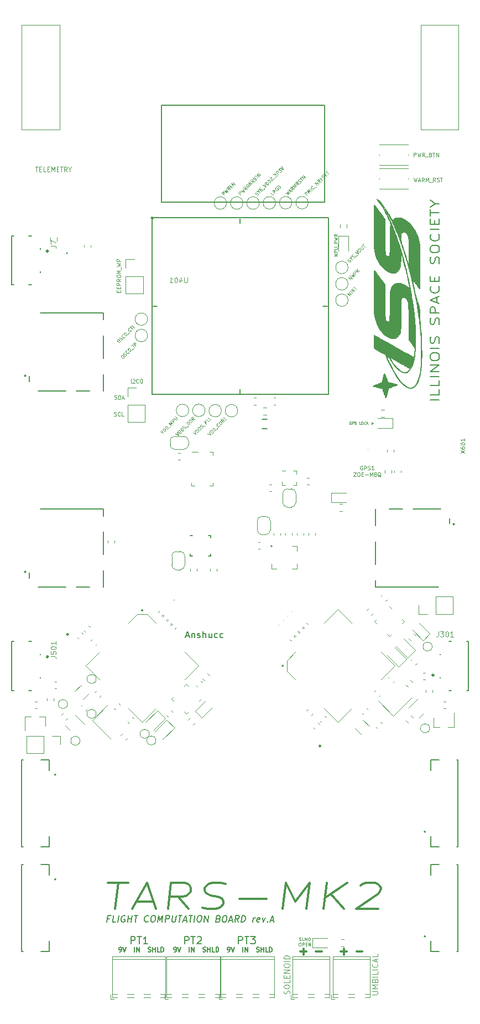
<source format=gbr>
%TF.GenerationSoftware,KiCad,Pcbnew,5.1.9-73d0e3b20d~88~ubuntu20.04.1*%
%TF.CreationDate,2021-04-18T22:57:39-05:00*%
%TF.ProjectId,FCB,4643422e-6b69-4636-9164-5f7063625858,rev?*%
%TF.SameCoordinates,Original*%
%TF.FileFunction,Legend,Top*%
%TF.FilePolarity,Positive*%
%FSLAX46Y46*%
G04 Gerber Fmt 4.6, Leading zero omitted, Abs format (unit mm)*
G04 Created by KiCad (PCBNEW 5.1.9-73d0e3b20d~88~ubuntu20.04.1) date 2021-04-18 22:57:39*
%MOMM*%
%LPD*%
G01*
G04 APERTURE LIST*
%ADD10C,0.130000*%
%ADD11C,0.350000*%
%ADD12C,0.060000*%
%ADD13C,0.070000*%
%ADD14C,0.100000*%
%ADD15C,0.200000*%
%ADD16C,0.075000*%
%ADD17C,0.050000*%
%ADD18C,0.140000*%
%ADD19C,0.120000*%
%ADD20C,0.150000*%
%ADD21C,0.080000*%
%ADD22C,0.300000*%
%ADD23C,0.127000*%
%ADD24C,0.254000*%
%ADD25C,0.010000*%
%ADD26C,0.250000*%
%ADD27C,0.061772*%
%ADD28C,0.015000*%
G04 APERTURE END LIST*
D10*
X184936163Y-213658571D02*
X184602830Y-213658571D01*
X184537354Y-214182380D02*
X184662354Y-213182380D01*
X185138544Y-213182380D01*
X185870687Y-214182380D02*
X185394497Y-214182380D01*
X185519497Y-213182380D01*
X186204020Y-214182380D02*
X186329020Y-213182380D01*
X187323068Y-213230000D02*
X187233782Y-213182380D01*
X187090925Y-213182380D01*
X186942116Y-213230000D01*
X186834973Y-213325238D01*
X186775449Y-213420476D01*
X186704020Y-213610952D01*
X186686163Y-213753809D01*
X186709973Y-213944285D01*
X186745687Y-214039523D01*
X186829020Y-214134761D01*
X186965925Y-214182380D01*
X187061163Y-214182380D01*
X187209973Y-214134761D01*
X187263544Y-214087142D01*
X187305211Y-213753809D01*
X187114735Y-213753809D01*
X187680211Y-214182380D02*
X187805211Y-213182380D01*
X187745687Y-213658571D02*
X188317116Y-213658571D01*
X188251639Y-214182380D02*
X188376639Y-213182380D01*
X188709973Y-213182380D02*
X189281401Y-213182380D01*
X188870687Y-214182380D02*
X188995687Y-213182380D01*
X190834973Y-214087142D02*
X190781401Y-214134761D01*
X190632592Y-214182380D01*
X190537354Y-214182380D01*
X190400449Y-214134761D01*
X190317116Y-214039523D01*
X190281401Y-213944285D01*
X190257592Y-213753809D01*
X190275449Y-213610952D01*
X190346877Y-213420476D01*
X190406401Y-213325238D01*
X190513544Y-213230000D01*
X190662354Y-213182380D01*
X190757592Y-213182380D01*
X190894497Y-213230000D01*
X190936163Y-213277619D01*
X191567116Y-213182380D02*
X191757592Y-213182380D01*
X191846877Y-213230000D01*
X191930211Y-213325238D01*
X191954020Y-213515714D01*
X191912354Y-213849047D01*
X191840925Y-214039523D01*
X191733782Y-214134761D01*
X191632592Y-214182380D01*
X191442116Y-214182380D01*
X191352830Y-214134761D01*
X191269497Y-214039523D01*
X191245687Y-213849047D01*
X191287354Y-213515714D01*
X191358782Y-213325238D01*
X191465925Y-213230000D01*
X191567116Y-213182380D01*
X192299258Y-214182380D02*
X192424258Y-213182380D01*
X192668306Y-213896666D01*
X193090925Y-213182380D01*
X192965925Y-214182380D01*
X193442116Y-214182380D02*
X193567116Y-213182380D01*
X193948068Y-213182380D01*
X194037354Y-213230000D01*
X194079020Y-213277619D01*
X194114735Y-213372857D01*
X194096877Y-213515714D01*
X194037354Y-213610952D01*
X193983782Y-213658571D01*
X193882592Y-213706190D01*
X193501639Y-213706190D01*
X194567116Y-213182380D02*
X194465925Y-213991904D01*
X194501639Y-214087142D01*
X194543306Y-214134761D01*
X194632592Y-214182380D01*
X194823068Y-214182380D01*
X194924258Y-214134761D01*
X194977830Y-214087142D01*
X195037354Y-213991904D01*
X195138544Y-213182380D01*
X195471877Y-213182380D02*
X196043306Y-213182380D01*
X195632592Y-214182380D02*
X195757592Y-213182380D01*
X196239735Y-213896666D02*
X196715925Y-213896666D01*
X196108782Y-214182380D02*
X196567116Y-213182380D01*
X196775449Y-214182380D01*
X197090925Y-213182380D02*
X197662354Y-213182380D01*
X197251639Y-214182380D02*
X197376639Y-213182380D01*
X197870687Y-214182380D02*
X197995687Y-213182380D01*
X198662354Y-213182380D02*
X198852830Y-213182380D01*
X198942116Y-213230000D01*
X199025449Y-213325238D01*
X199049258Y-213515714D01*
X199007592Y-213849047D01*
X198936163Y-214039523D01*
X198829020Y-214134761D01*
X198727830Y-214182380D01*
X198537354Y-214182380D01*
X198448068Y-214134761D01*
X198364735Y-214039523D01*
X198340925Y-213849047D01*
X198382592Y-213515714D01*
X198454020Y-213325238D01*
X198561163Y-213230000D01*
X198662354Y-213182380D01*
X199394497Y-214182380D02*
X199519497Y-213182380D01*
X199965925Y-214182380D01*
X200090925Y-213182380D01*
X201602830Y-213658571D02*
X201739735Y-213706190D01*
X201781401Y-213753809D01*
X201817116Y-213849047D01*
X201799258Y-213991904D01*
X201739735Y-214087142D01*
X201686163Y-214134761D01*
X201584973Y-214182380D01*
X201204020Y-214182380D01*
X201329020Y-213182380D01*
X201662354Y-213182380D01*
X201751639Y-213230000D01*
X201793306Y-213277619D01*
X201829020Y-213372857D01*
X201817116Y-213468095D01*
X201757592Y-213563333D01*
X201704020Y-213610952D01*
X201602830Y-213658571D01*
X201269497Y-213658571D01*
X202519497Y-213182380D02*
X202709973Y-213182380D01*
X202799258Y-213230000D01*
X202882592Y-213325238D01*
X202906401Y-213515714D01*
X202864735Y-213849047D01*
X202793306Y-214039523D01*
X202686163Y-214134761D01*
X202584973Y-214182380D01*
X202394497Y-214182380D01*
X202305211Y-214134761D01*
X202221877Y-214039523D01*
X202198068Y-213849047D01*
X202239735Y-213515714D01*
X202311163Y-213325238D01*
X202418306Y-213230000D01*
X202519497Y-213182380D01*
X203239735Y-213896666D02*
X203715925Y-213896666D01*
X203108782Y-214182380D02*
X203567116Y-213182380D01*
X203775449Y-214182380D01*
X204680211Y-214182380D02*
X204406401Y-213706190D01*
X204108782Y-214182380D02*
X204233782Y-213182380D01*
X204614735Y-213182380D01*
X204704020Y-213230000D01*
X204745687Y-213277619D01*
X204781401Y-213372857D01*
X204763544Y-213515714D01*
X204704020Y-213610952D01*
X204650449Y-213658571D01*
X204549258Y-213706190D01*
X204168306Y-213706190D01*
X205108782Y-214182380D02*
X205233782Y-213182380D01*
X205471877Y-213182380D01*
X205608782Y-213230000D01*
X205692116Y-213325238D01*
X205727830Y-213420476D01*
X205751639Y-213610952D01*
X205733782Y-213753809D01*
X205662354Y-213944285D01*
X205602830Y-214039523D01*
X205495687Y-214134761D01*
X205346877Y-214182380D01*
X205108782Y-214182380D01*
X206870687Y-214182380D02*
X206954020Y-213515714D01*
X206930211Y-213706190D02*
X206989735Y-213610952D01*
X207043306Y-213563333D01*
X207144497Y-213515714D01*
X207239735Y-213515714D01*
X207876639Y-214134761D02*
X207775449Y-214182380D01*
X207584973Y-214182380D01*
X207495687Y-214134761D01*
X207459973Y-214039523D01*
X207507592Y-213658571D01*
X207567116Y-213563333D01*
X207668306Y-213515714D01*
X207858782Y-213515714D01*
X207948068Y-213563333D01*
X207983782Y-213658571D01*
X207971877Y-213753809D01*
X207483782Y-213849047D01*
X208334973Y-213515714D02*
X208489735Y-214182380D01*
X208811163Y-213515714D01*
X209120687Y-214087142D02*
X209162354Y-214134761D01*
X209108782Y-214182380D01*
X209067116Y-214134761D01*
X209120687Y-214087142D01*
X209108782Y-214182380D01*
X209573068Y-213896666D02*
X210049258Y-213896666D01*
X209442116Y-214182380D02*
X209900449Y-213182380D01*
X210108782Y-214182380D01*
D11*
X184666086Y-208179523D02*
X187808943Y-208179523D01*
X185737514Y-212179523D02*
X186237514Y-208179523D01*
X189023229Y-211036666D02*
X191642276Y-211036666D01*
X188356562Y-212179523D02*
X190689895Y-208179523D01*
X192023229Y-212179523D01*
X196999419Y-212179523D02*
X195404181Y-210274761D01*
X193856562Y-212179523D02*
X194356562Y-208179523D01*
X196451800Y-208179523D01*
X196951800Y-208370000D01*
X197189895Y-208560476D01*
X197404181Y-208941428D01*
X197332752Y-209512857D01*
X197023229Y-209893809D01*
X196737514Y-210084285D01*
X196189895Y-210274761D01*
X194094657Y-210274761D01*
X199118467Y-211989047D02*
X199880372Y-212179523D01*
X201189895Y-212179523D01*
X201737514Y-211989047D01*
X202023229Y-211798571D01*
X202332752Y-211417619D01*
X202380372Y-211036666D01*
X202166086Y-210655714D01*
X201927991Y-210465238D01*
X201427991Y-210274761D01*
X200404181Y-210084285D01*
X199904181Y-209893809D01*
X199666086Y-209703333D01*
X199451800Y-209322380D01*
X199499419Y-208941428D01*
X199808943Y-208560476D01*
X200094657Y-208370000D01*
X200642276Y-208179523D01*
X201951800Y-208179523D01*
X202713705Y-208370000D01*
X204785133Y-210655714D02*
X208975610Y-210655714D01*
X211404181Y-212179523D02*
X211904181Y-208179523D01*
X213380372Y-211036666D01*
X215570848Y-208179523D01*
X215070848Y-212179523D01*
X217689895Y-212179523D02*
X218189895Y-208179523D01*
X220832752Y-212179523D02*
X218761324Y-209893809D01*
X221332752Y-208179523D02*
X217904181Y-210465238D01*
X223380372Y-208560476D02*
X223666086Y-208370000D01*
X224213705Y-208179523D01*
X225523229Y-208179523D01*
X226023229Y-208370000D01*
X226261324Y-208560476D01*
X226475610Y-208941428D01*
X226427991Y-209322380D01*
X226094657Y-209893809D01*
X222666086Y-212179523D01*
X226070848Y-212179523D01*
D12*
X215154771Y-103075110D02*
X214801217Y-102721557D01*
X214935904Y-102586870D01*
X214986412Y-102570034D01*
X215020084Y-102570034D01*
X215070591Y-102586870D01*
X215121099Y-102637377D01*
X215137935Y-102687885D01*
X215137935Y-102721557D01*
X215121099Y-102772064D01*
X214986412Y-102906751D01*
X215508324Y-102721557D02*
X215154771Y-102368003D01*
X215525160Y-102502690D01*
X215390473Y-102132301D01*
X215744026Y-102485854D01*
X215912385Y-102317496D02*
X215558832Y-101963942D01*
X216249103Y-101913435D02*
X216249103Y-101947106D01*
X216215431Y-102014450D01*
X216181759Y-102048122D01*
X216114416Y-102081793D01*
X216047072Y-102081793D01*
X215996564Y-102064957D01*
X215912385Y-102014450D01*
X215861877Y-101963942D01*
X215811370Y-101879763D01*
X215794534Y-101829255D01*
X215794534Y-101761912D01*
X215828206Y-101694568D01*
X215861877Y-101660896D01*
X215929221Y-101627225D01*
X215962893Y-101627225D01*
X216383790Y-101913435D02*
X216653164Y-101644061D01*
X216703671Y-101526209D02*
X216350118Y-101172656D01*
X216905702Y-101324179D01*
X216552148Y-100970625D01*
X217276091Y-100953790D02*
X216989881Y-100903282D01*
X217074061Y-101155820D02*
X216720507Y-100802267D01*
X216855194Y-100667580D01*
X216905702Y-100650744D01*
X216939374Y-100650744D01*
X216989881Y-100667580D01*
X217040389Y-100718087D01*
X217057225Y-100768595D01*
X217057225Y-100802267D01*
X217040389Y-100852774D01*
X216905702Y-100987461D01*
X217242419Y-100617072D02*
X217360270Y-100499221D01*
X217595973Y-100633908D02*
X217427614Y-100802267D01*
X217074061Y-100448713D01*
X217242419Y-100280355D01*
X217713824Y-100482385D02*
X217781167Y-100448713D01*
X217865347Y-100364534D01*
X217882183Y-100314026D01*
X217882183Y-100280355D01*
X217865347Y-100229847D01*
X217831675Y-100196175D01*
X217781167Y-100179339D01*
X217747496Y-100179339D01*
X217696988Y-100196175D01*
X217612809Y-100246683D01*
X217562301Y-100263519D01*
X217528629Y-100263519D01*
X217478122Y-100246683D01*
X217444450Y-100213011D01*
X217427614Y-100162503D01*
X217427614Y-100128832D01*
X217444450Y-100078324D01*
X217528629Y-99994145D01*
X217595973Y-99960473D01*
X217899018Y-99960473D02*
X218016870Y-99842622D01*
X218252572Y-99977309D02*
X218084213Y-100145668D01*
X217730660Y-99792114D01*
X217899018Y-99623755D01*
X218000034Y-99522740D02*
X218202064Y-99320710D01*
X218454602Y-99775278D02*
X218101049Y-99421725D01*
D13*
X231528571Y-97151428D02*
X231528571Y-96551428D01*
X231757142Y-96551428D01*
X231814285Y-96580000D01*
X231842857Y-96608571D01*
X231871428Y-96665714D01*
X231871428Y-96751428D01*
X231842857Y-96808571D01*
X231814285Y-96837142D01*
X231757142Y-96865714D01*
X231528571Y-96865714D01*
X232071428Y-96551428D02*
X232214285Y-97151428D01*
X232328571Y-96722857D01*
X232442857Y-97151428D01*
X232585714Y-96551428D01*
X233157142Y-97151428D02*
X232957142Y-96865714D01*
X232814285Y-97151428D02*
X232814285Y-96551428D01*
X233042857Y-96551428D01*
X233100000Y-96580000D01*
X233128571Y-96608571D01*
X233157142Y-96665714D01*
X233157142Y-96751428D01*
X233128571Y-96808571D01*
X233100000Y-96837142D01*
X233042857Y-96865714D01*
X232814285Y-96865714D01*
X233271428Y-97208571D02*
X233728571Y-97208571D01*
X234071428Y-96837142D02*
X234157142Y-96865714D01*
X234185714Y-96894285D01*
X234214285Y-96951428D01*
X234214285Y-97037142D01*
X234185714Y-97094285D01*
X234157142Y-97122857D01*
X234100000Y-97151428D01*
X233871428Y-97151428D01*
X233871428Y-96551428D01*
X234071428Y-96551428D01*
X234128571Y-96580000D01*
X234157142Y-96608571D01*
X234185714Y-96665714D01*
X234185714Y-96722857D01*
X234157142Y-96780000D01*
X234128571Y-96808571D01*
X234071428Y-96837142D01*
X233871428Y-96837142D01*
X234385714Y-96551428D02*
X234728571Y-96551428D01*
X234557142Y-97151428D02*
X234557142Y-96551428D01*
X234928571Y-97151428D02*
X234928571Y-96551428D01*
X235271428Y-97151428D01*
X235271428Y-96551428D01*
X231490000Y-100376428D02*
X231632857Y-100976428D01*
X231747142Y-100547857D01*
X231861428Y-100976428D01*
X232004285Y-100376428D01*
X232204285Y-100805000D02*
X232490000Y-100805000D01*
X232147142Y-100976428D02*
X232347142Y-100376428D01*
X232547142Y-100976428D01*
X233090000Y-100976428D02*
X232890000Y-100690714D01*
X232747142Y-100976428D02*
X232747142Y-100376428D01*
X232975714Y-100376428D01*
X233032857Y-100405000D01*
X233061428Y-100433571D01*
X233090000Y-100490714D01*
X233090000Y-100576428D01*
X233061428Y-100633571D01*
X233032857Y-100662142D01*
X232975714Y-100690714D01*
X232747142Y-100690714D01*
X233347142Y-100976428D02*
X233347142Y-100376428D01*
X233547142Y-100805000D01*
X233747142Y-100376428D01*
X233747142Y-100976428D01*
X233890000Y-101033571D02*
X234347142Y-101033571D01*
X234832857Y-100976428D02*
X234632857Y-100690714D01*
X234490000Y-100976428D02*
X234490000Y-100376428D01*
X234718571Y-100376428D01*
X234775714Y-100405000D01*
X234804285Y-100433571D01*
X234832857Y-100490714D01*
X234832857Y-100576428D01*
X234804285Y-100633571D01*
X234775714Y-100662142D01*
X234718571Y-100690714D01*
X234490000Y-100690714D01*
X235061428Y-100947857D02*
X235147142Y-100976428D01*
X235290000Y-100976428D01*
X235347142Y-100947857D01*
X235375714Y-100919285D01*
X235404285Y-100862142D01*
X235404285Y-100805000D01*
X235375714Y-100747857D01*
X235347142Y-100719285D01*
X235290000Y-100690714D01*
X235175714Y-100662142D01*
X235118571Y-100633571D01*
X235090000Y-100605000D01*
X235061428Y-100547857D01*
X235061428Y-100490714D01*
X235090000Y-100433571D01*
X235118571Y-100405000D01*
X235175714Y-100376428D01*
X235318571Y-100376428D01*
X235404285Y-100405000D01*
X235575714Y-100376428D02*
X235918571Y-100376428D01*
X235747142Y-100976428D02*
X235747142Y-100376428D01*
D12*
X219826190Y-112364761D02*
X219326190Y-112364761D01*
X219683333Y-112198095D01*
X219326190Y-112031428D01*
X219826190Y-112031428D01*
X219826190Y-111793333D02*
X219326190Y-111793333D01*
X219326190Y-111602857D01*
X219350000Y-111555238D01*
X219373809Y-111531428D01*
X219421428Y-111507619D01*
X219492857Y-111507619D01*
X219540476Y-111531428D01*
X219564285Y-111555238D01*
X219588095Y-111602857D01*
X219588095Y-111793333D01*
X219326190Y-111293333D02*
X219730952Y-111293333D01*
X219778571Y-111269523D01*
X219802380Y-111245714D01*
X219826190Y-111198095D01*
X219826190Y-111102857D01*
X219802380Y-111055238D01*
X219778571Y-111031428D01*
X219730952Y-111007619D01*
X219326190Y-111007619D01*
X219873809Y-110888571D02*
X219873809Y-110507619D01*
X219826190Y-110388571D02*
X219326190Y-110388571D01*
X219326190Y-110198095D01*
X219350000Y-110150476D01*
X219373809Y-110126666D01*
X219421428Y-110102857D01*
X219492857Y-110102857D01*
X219540476Y-110126666D01*
X219564285Y-110150476D01*
X219588095Y-110198095D01*
X219588095Y-110388571D01*
X219326190Y-109936190D02*
X219826190Y-109817142D01*
X219469047Y-109721904D01*
X219826190Y-109626666D01*
X219326190Y-109507619D01*
X219826190Y-109031428D02*
X219588095Y-109198095D01*
X219826190Y-109317142D02*
X219326190Y-109317142D01*
X219326190Y-109126666D01*
X219350000Y-109079047D01*
X219373809Y-109055238D01*
X219421428Y-109031428D01*
X219492857Y-109031428D01*
X219540476Y-109055238D01*
X219564285Y-109079047D01*
X219588095Y-109126666D01*
X219588095Y-109317142D01*
D14*
X185681428Y-134212857D02*
X185767142Y-134241428D01*
X185910000Y-134241428D01*
X185967142Y-134212857D01*
X185995714Y-134184285D01*
X186024285Y-134127142D01*
X186024285Y-134070000D01*
X185995714Y-134012857D01*
X185967142Y-133984285D01*
X185910000Y-133955714D01*
X185795714Y-133927142D01*
X185738571Y-133898571D01*
X185710000Y-133870000D01*
X185681428Y-133812857D01*
X185681428Y-133755714D01*
X185710000Y-133698571D01*
X185738571Y-133670000D01*
X185795714Y-133641428D01*
X185938571Y-133641428D01*
X186024285Y-133670000D01*
X186281428Y-134241428D02*
X186281428Y-133641428D01*
X186424285Y-133641428D01*
X186510000Y-133670000D01*
X186567142Y-133727142D01*
X186595714Y-133784285D01*
X186624285Y-133898571D01*
X186624285Y-133984285D01*
X186595714Y-134098571D01*
X186567142Y-134155714D01*
X186510000Y-134212857D01*
X186424285Y-134241428D01*
X186281428Y-134241428D01*
X186852857Y-134070000D02*
X187138571Y-134070000D01*
X186795714Y-134241428D02*
X186995714Y-133641428D01*
X187195714Y-134241428D01*
X185615714Y-136772857D02*
X185701428Y-136801428D01*
X185844285Y-136801428D01*
X185901428Y-136772857D01*
X185930000Y-136744285D01*
X185958571Y-136687142D01*
X185958571Y-136630000D01*
X185930000Y-136572857D01*
X185901428Y-136544285D01*
X185844285Y-136515714D01*
X185730000Y-136487142D01*
X185672857Y-136458571D01*
X185644285Y-136430000D01*
X185615714Y-136372857D01*
X185615714Y-136315714D01*
X185644285Y-136258571D01*
X185672857Y-136230000D01*
X185730000Y-136201428D01*
X185872857Y-136201428D01*
X185958571Y-136230000D01*
X186558571Y-136744285D02*
X186530000Y-136772857D01*
X186444285Y-136801428D01*
X186387142Y-136801428D01*
X186301428Y-136772857D01*
X186244285Y-136715714D01*
X186215714Y-136658571D01*
X186187142Y-136544285D01*
X186187142Y-136458571D01*
X186215714Y-136344285D01*
X186244285Y-136287142D01*
X186301428Y-136230000D01*
X186387142Y-136201428D01*
X186444285Y-136201428D01*
X186530000Y-136230000D01*
X186558571Y-136258571D01*
X187101428Y-136801428D02*
X186815714Y-136801428D01*
X186815714Y-136201428D01*
X188188571Y-131761428D02*
X188188571Y-131161428D01*
X188445714Y-131218571D02*
X188474285Y-131190000D01*
X188531428Y-131161428D01*
X188674285Y-131161428D01*
X188731428Y-131190000D01*
X188760000Y-131218571D01*
X188788571Y-131275714D01*
X188788571Y-131332857D01*
X188760000Y-131418571D01*
X188417142Y-131761428D01*
X188788571Y-131761428D01*
X189388571Y-131704285D02*
X189360000Y-131732857D01*
X189274285Y-131761428D01*
X189217142Y-131761428D01*
X189131428Y-131732857D01*
X189074285Y-131675714D01*
X189045714Y-131618571D01*
X189017142Y-131504285D01*
X189017142Y-131418571D01*
X189045714Y-131304285D01*
X189074285Y-131247142D01*
X189131428Y-131190000D01*
X189217142Y-131161428D01*
X189274285Y-131161428D01*
X189360000Y-131190000D01*
X189388571Y-131218571D01*
X189760000Y-131161428D02*
X189817142Y-131161428D01*
X189874285Y-131190000D01*
X189902857Y-131218571D01*
X189931428Y-131275714D01*
X189960000Y-131390000D01*
X189960000Y-131532857D01*
X189931428Y-131647142D01*
X189902857Y-131704285D01*
X189874285Y-131732857D01*
X189817142Y-131761428D01*
X189760000Y-131761428D01*
X189702857Y-131732857D01*
X189674285Y-131704285D01*
X189645714Y-131647142D01*
X189617142Y-131532857D01*
X189617142Y-131390000D01*
X189645714Y-131275714D01*
X189674285Y-131218571D01*
X189702857Y-131190000D01*
X189760000Y-131161428D01*
X186317142Y-117898571D02*
X186317142Y-117698571D01*
X186631428Y-117612857D02*
X186631428Y-117898571D01*
X186031428Y-117898571D01*
X186031428Y-117612857D01*
X186317142Y-117355714D02*
X186317142Y-117155714D01*
X186631428Y-117070000D02*
X186631428Y-117355714D01*
X186031428Y-117355714D01*
X186031428Y-117070000D01*
X186631428Y-116812857D02*
X186031428Y-116812857D01*
X186031428Y-116584285D01*
X186060000Y-116527142D01*
X186088571Y-116498571D01*
X186145714Y-116470000D01*
X186231428Y-116470000D01*
X186288571Y-116498571D01*
X186317142Y-116527142D01*
X186345714Y-116584285D01*
X186345714Y-116812857D01*
X186631428Y-115870000D02*
X186345714Y-116070000D01*
X186631428Y-116212857D02*
X186031428Y-116212857D01*
X186031428Y-115984285D01*
X186060000Y-115927142D01*
X186088571Y-115898571D01*
X186145714Y-115870000D01*
X186231428Y-115870000D01*
X186288571Y-115898571D01*
X186317142Y-115927142D01*
X186345714Y-115984285D01*
X186345714Y-116212857D01*
X186031428Y-115498571D02*
X186031428Y-115384285D01*
X186060000Y-115327142D01*
X186117142Y-115270000D01*
X186231428Y-115241428D01*
X186431428Y-115241428D01*
X186545714Y-115270000D01*
X186602857Y-115327142D01*
X186631428Y-115384285D01*
X186631428Y-115498571D01*
X186602857Y-115555714D01*
X186545714Y-115612857D01*
X186431428Y-115641428D01*
X186231428Y-115641428D01*
X186117142Y-115612857D01*
X186060000Y-115555714D01*
X186031428Y-115498571D01*
X186631428Y-114984285D02*
X186031428Y-114984285D01*
X186460000Y-114784285D01*
X186031428Y-114584285D01*
X186631428Y-114584285D01*
X186688571Y-114441428D02*
X186688571Y-113984285D01*
X186031428Y-113898571D02*
X186631428Y-113755714D01*
X186202857Y-113641428D01*
X186631428Y-113527142D01*
X186031428Y-113384285D01*
X186631428Y-113155714D02*
X186031428Y-113155714D01*
X186031428Y-112927142D01*
X186060000Y-112870000D01*
X186088571Y-112841428D01*
X186145714Y-112812857D01*
X186231428Y-112812857D01*
X186288571Y-112841428D01*
X186317142Y-112870000D01*
X186345714Y-112927142D01*
X186345714Y-113155714D01*
D15*
X196602857Y-170406666D02*
X197079047Y-170406666D01*
X196507619Y-170692380D02*
X196840952Y-169692380D01*
X197174285Y-170692380D01*
X197507619Y-170025714D02*
X197507619Y-170692380D01*
X197507619Y-170120952D02*
X197555238Y-170073333D01*
X197650476Y-170025714D01*
X197793333Y-170025714D01*
X197888571Y-170073333D01*
X197936190Y-170168571D01*
X197936190Y-170692380D01*
X198364761Y-170644761D02*
X198460000Y-170692380D01*
X198650476Y-170692380D01*
X198745714Y-170644761D01*
X198793333Y-170549523D01*
X198793333Y-170501904D01*
X198745714Y-170406666D01*
X198650476Y-170359047D01*
X198507619Y-170359047D01*
X198412380Y-170311428D01*
X198364761Y-170216190D01*
X198364761Y-170168571D01*
X198412380Y-170073333D01*
X198507619Y-170025714D01*
X198650476Y-170025714D01*
X198745714Y-170073333D01*
X199221904Y-170692380D02*
X199221904Y-169692380D01*
X199650476Y-170692380D02*
X199650476Y-170168571D01*
X199602857Y-170073333D01*
X199507619Y-170025714D01*
X199364761Y-170025714D01*
X199269523Y-170073333D01*
X199221904Y-170120952D01*
X200555238Y-170025714D02*
X200555238Y-170692380D01*
X200126666Y-170025714D02*
X200126666Y-170549523D01*
X200174285Y-170644761D01*
X200269523Y-170692380D01*
X200412380Y-170692380D01*
X200507619Y-170644761D01*
X200555238Y-170597142D01*
X201460000Y-170644761D02*
X201364761Y-170692380D01*
X201174285Y-170692380D01*
X201079047Y-170644761D01*
X201031428Y-170597142D01*
X200983809Y-170501904D01*
X200983809Y-170216190D01*
X201031428Y-170120952D01*
X201079047Y-170073333D01*
X201174285Y-170025714D01*
X201364761Y-170025714D01*
X201460000Y-170073333D01*
X202317142Y-170644761D02*
X202221904Y-170692380D01*
X202031428Y-170692380D01*
X201936190Y-170644761D01*
X201888571Y-170597142D01*
X201840952Y-170501904D01*
X201840952Y-170216190D01*
X201888571Y-170120952D01*
X201936190Y-170073333D01*
X202031428Y-170025714D01*
X202221904Y-170025714D01*
X202317142Y-170073333D01*
D16*
X223635714Y-144462500D02*
X223578571Y-144433928D01*
X223492857Y-144433928D01*
X223407142Y-144462500D01*
X223350000Y-144519642D01*
X223321428Y-144576785D01*
X223292857Y-144691071D01*
X223292857Y-144776785D01*
X223321428Y-144891071D01*
X223350000Y-144948214D01*
X223407142Y-145005357D01*
X223492857Y-145033928D01*
X223550000Y-145033928D01*
X223635714Y-145005357D01*
X223664285Y-144976785D01*
X223664285Y-144776785D01*
X223550000Y-144776785D01*
X223921428Y-145033928D02*
X223921428Y-144433928D01*
X224150000Y-144433928D01*
X224207142Y-144462500D01*
X224235714Y-144491071D01*
X224264285Y-144548214D01*
X224264285Y-144633928D01*
X224235714Y-144691071D01*
X224207142Y-144719642D01*
X224150000Y-144748214D01*
X223921428Y-144748214D01*
X224492857Y-145005357D02*
X224578571Y-145033928D01*
X224721428Y-145033928D01*
X224778571Y-145005357D01*
X224807142Y-144976785D01*
X224835714Y-144919642D01*
X224835714Y-144862500D01*
X224807142Y-144805357D01*
X224778571Y-144776785D01*
X224721428Y-144748214D01*
X224607142Y-144719642D01*
X224550000Y-144691071D01*
X224521428Y-144662500D01*
X224492857Y-144605357D01*
X224492857Y-144548214D01*
X224521428Y-144491071D01*
X224550000Y-144462500D01*
X224607142Y-144433928D01*
X224750000Y-144433928D01*
X224835714Y-144462500D01*
X225407142Y-145033928D02*
X225064285Y-145033928D01*
X225235714Y-145033928D02*
X225235714Y-144433928D01*
X225178571Y-144519642D01*
X225121428Y-144576785D01*
X225064285Y-144605357D01*
X222250000Y-145408928D02*
X222650000Y-145408928D01*
X222250000Y-146008928D01*
X222650000Y-146008928D01*
X222992857Y-145408928D02*
X223107142Y-145408928D01*
X223164285Y-145437500D01*
X223221428Y-145494642D01*
X223250000Y-145608928D01*
X223250000Y-145808928D01*
X223221428Y-145923214D01*
X223164285Y-145980357D01*
X223107142Y-146008928D01*
X222992857Y-146008928D01*
X222935714Y-145980357D01*
X222878571Y-145923214D01*
X222850000Y-145808928D01*
X222850000Y-145608928D01*
X222878571Y-145494642D01*
X222935714Y-145437500D01*
X222992857Y-145408928D01*
X223507142Y-145694642D02*
X223707142Y-145694642D01*
X223792857Y-146008928D02*
X223507142Y-146008928D01*
X223507142Y-145408928D01*
X223792857Y-145408928D01*
X224050000Y-145780357D02*
X224507142Y-145780357D01*
X224792857Y-146008928D02*
X224792857Y-145408928D01*
X224992857Y-145837500D01*
X225192857Y-145408928D01*
X225192857Y-146008928D01*
X225564285Y-145666071D02*
X225507142Y-145637500D01*
X225478571Y-145608928D01*
X225450000Y-145551785D01*
X225450000Y-145523214D01*
X225478571Y-145466071D01*
X225507142Y-145437500D01*
X225564285Y-145408928D01*
X225678571Y-145408928D01*
X225735714Y-145437500D01*
X225764285Y-145466071D01*
X225792857Y-145523214D01*
X225792857Y-145551785D01*
X225764285Y-145608928D01*
X225735714Y-145637500D01*
X225678571Y-145666071D01*
X225564285Y-145666071D01*
X225507142Y-145694642D01*
X225478571Y-145723214D01*
X225450000Y-145780357D01*
X225450000Y-145894642D01*
X225478571Y-145951785D01*
X225507142Y-145980357D01*
X225564285Y-146008928D01*
X225678571Y-146008928D01*
X225735714Y-145980357D01*
X225764285Y-145951785D01*
X225792857Y-145894642D01*
X225792857Y-145780357D01*
X225764285Y-145723214D01*
X225735714Y-145694642D01*
X225678571Y-145666071D01*
X226450000Y-146066071D02*
X226392857Y-146037500D01*
X226335714Y-145980357D01*
X226250000Y-145894642D01*
X226192857Y-145866071D01*
X226135714Y-145866071D01*
X226164285Y-146008928D02*
X226107142Y-145980357D01*
X226050000Y-145923214D01*
X226021428Y-145808928D01*
X226021428Y-145608928D01*
X226050000Y-145494642D01*
X226107142Y-145437500D01*
X226164285Y-145408928D01*
X226278571Y-145408928D01*
X226335714Y-145437500D01*
X226392857Y-145494642D01*
X226421428Y-145608928D01*
X226421428Y-145808928D01*
X226392857Y-145923214D01*
X226335714Y-145980357D01*
X226278571Y-146008928D01*
X226164285Y-146008928D01*
D17*
X221887261Y-137700000D02*
X221849166Y-137680952D01*
X221792023Y-137680952D01*
X221734880Y-137700000D01*
X221696785Y-137738095D01*
X221677738Y-137776190D01*
X221658690Y-137852380D01*
X221658690Y-137909523D01*
X221677738Y-137985714D01*
X221696785Y-138023809D01*
X221734880Y-138061904D01*
X221792023Y-138080952D01*
X221830119Y-138080952D01*
X221887261Y-138061904D01*
X221906309Y-138042857D01*
X221906309Y-137909523D01*
X221830119Y-137909523D01*
X222077738Y-138080952D02*
X222077738Y-137680952D01*
X222230119Y-137680952D01*
X222268214Y-137700000D01*
X222287261Y-137719047D01*
X222306309Y-137757142D01*
X222306309Y-137814285D01*
X222287261Y-137852380D01*
X222268214Y-137871428D01*
X222230119Y-137890476D01*
X222077738Y-137890476D01*
X222458690Y-138061904D02*
X222515833Y-138080952D01*
X222611071Y-138080952D01*
X222649166Y-138061904D01*
X222668214Y-138042857D01*
X222687261Y-138004761D01*
X222687261Y-137966666D01*
X222668214Y-137928571D01*
X222649166Y-137909523D01*
X222611071Y-137890476D01*
X222534880Y-137871428D01*
X222496785Y-137852380D01*
X222477738Y-137833333D01*
X222458690Y-137795238D01*
X222458690Y-137757142D01*
X222477738Y-137719047D01*
X222496785Y-137700000D01*
X222534880Y-137680952D01*
X222630119Y-137680952D01*
X222687261Y-137700000D01*
X223353928Y-138080952D02*
X223163452Y-138080952D01*
X223163452Y-137680952D01*
X223563452Y-137680952D02*
X223639642Y-137680952D01*
X223677738Y-137700000D01*
X223715833Y-137738095D01*
X223734880Y-137814285D01*
X223734880Y-137947619D01*
X223715833Y-138023809D01*
X223677738Y-138061904D01*
X223639642Y-138080952D01*
X223563452Y-138080952D01*
X223525357Y-138061904D01*
X223487261Y-138023809D01*
X223468214Y-137947619D01*
X223468214Y-137814285D01*
X223487261Y-137738095D01*
X223525357Y-137700000D01*
X223563452Y-137680952D01*
X224134880Y-138042857D02*
X224115833Y-138061904D01*
X224058690Y-138080952D01*
X224020595Y-138080952D01*
X223963452Y-138061904D01*
X223925357Y-138023809D01*
X223906309Y-137985714D01*
X223887261Y-137909523D01*
X223887261Y-137852380D01*
X223906309Y-137776190D01*
X223925357Y-137738095D01*
X223963452Y-137700000D01*
X224020595Y-137680952D01*
X224058690Y-137680952D01*
X224115833Y-137700000D01*
X224134880Y-137719047D01*
X224306309Y-138080952D02*
X224306309Y-137680952D01*
X224534880Y-138080952D02*
X224363452Y-137852380D01*
X224534880Y-137680952D02*
X224306309Y-137909523D01*
X225011071Y-137814285D02*
X225315833Y-137928571D01*
X225011071Y-138042857D01*
D14*
X173575000Y-98716666D02*
X173975000Y-98716666D01*
X173775000Y-99416666D02*
X173775000Y-98716666D01*
X174208333Y-99050000D02*
X174441666Y-99050000D01*
X174541666Y-99416666D02*
X174208333Y-99416666D01*
X174208333Y-98716666D01*
X174541666Y-98716666D01*
X175175000Y-99416666D02*
X174841666Y-99416666D01*
X174841666Y-98716666D01*
X175408333Y-99050000D02*
X175641666Y-99050000D01*
X175741666Y-99416666D02*
X175408333Y-99416666D01*
X175408333Y-98716666D01*
X175741666Y-98716666D01*
X176041666Y-99416666D02*
X176041666Y-98716666D01*
X176275000Y-99216666D01*
X176508333Y-98716666D01*
X176508333Y-99416666D01*
X176841666Y-99050000D02*
X177075000Y-99050000D01*
X177175000Y-99416666D02*
X176841666Y-99416666D01*
X176841666Y-98716666D01*
X177175000Y-98716666D01*
X177375000Y-98716666D02*
X177775000Y-98716666D01*
X177575000Y-99416666D02*
X177575000Y-98716666D01*
X178408333Y-99416666D02*
X178175000Y-99083333D01*
X178008333Y-99416666D02*
X178008333Y-98716666D01*
X178275000Y-98716666D01*
X178341666Y-98750000D01*
X178375000Y-98783333D01*
X178408333Y-98850000D01*
X178408333Y-98950000D01*
X178375000Y-99016666D01*
X178341666Y-99050000D01*
X178275000Y-99083333D01*
X178008333Y-99083333D01*
X178841666Y-99083333D02*
X178841666Y-99416666D01*
X178608333Y-98716666D02*
X178841666Y-99083333D01*
X179075000Y-98716666D01*
D18*
X235423333Y-134358571D02*
X234023333Y-134358571D01*
X235423333Y-132739523D02*
X235423333Y-133549047D01*
X234023333Y-133549047D01*
X235423333Y-131363333D02*
X235423333Y-132172857D01*
X234023333Y-132172857D01*
X235423333Y-130796666D02*
X234023333Y-130796666D01*
X235423333Y-129987142D02*
X234023333Y-129987142D01*
X235423333Y-129015714D01*
X234023333Y-129015714D01*
X234023333Y-127882380D02*
X234023333Y-127558571D01*
X234090000Y-127396666D01*
X234223333Y-127234761D01*
X234490000Y-127153809D01*
X234956666Y-127153809D01*
X235223333Y-127234761D01*
X235356666Y-127396666D01*
X235423333Y-127558571D01*
X235423333Y-127882380D01*
X235356666Y-128044285D01*
X235223333Y-128206190D01*
X234956666Y-128287142D01*
X234490000Y-128287142D01*
X234223333Y-128206190D01*
X234090000Y-128044285D01*
X234023333Y-127882380D01*
X235423333Y-126425238D02*
X234023333Y-126425238D01*
X235356666Y-125696666D02*
X235423333Y-125453809D01*
X235423333Y-125049047D01*
X235356666Y-124887142D01*
X235290000Y-124806190D01*
X235156666Y-124725238D01*
X235023333Y-124725238D01*
X234890000Y-124806190D01*
X234823333Y-124887142D01*
X234756666Y-125049047D01*
X234690000Y-125372857D01*
X234623333Y-125534761D01*
X234556666Y-125615714D01*
X234423333Y-125696666D01*
X234290000Y-125696666D01*
X234156666Y-125615714D01*
X234090000Y-125534761D01*
X234023333Y-125372857D01*
X234023333Y-124968095D01*
X234090000Y-124725238D01*
X235356666Y-122782380D02*
X235423333Y-122539523D01*
X235423333Y-122134761D01*
X235356666Y-121972857D01*
X235290000Y-121891904D01*
X235156666Y-121810952D01*
X235023333Y-121810952D01*
X234890000Y-121891904D01*
X234823333Y-121972857D01*
X234756666Y-122134761D01*
X234690000Y-122458571D01*
X234623333Y-122620476D01*
X234556666Y-122701428D01*
X234423333Y-122782380D01*
X234290000Y-122782380D01*
X234156666Y-122701428D01*
X234090000Y-122620476D01*
X234023333Y-122458571D01*
X234023333Y-122053809D01*
X234090000Y-121810952D01*
X235423333Y-121082380D02*
X234023333Y-121082380D01*
X234023333Y-120434761D01*
X234090000Y-120272857D01*
X234156666Y-120191904D01*
X234290000Y-120110952D01*
X234490000Y-120110952D01*
X234623333Y-120191904D01*
X234690000Y-120272857D01*
X234756666Y-120434761D01*
X234756666Y-121082380D01*
X235023333Y-119463333D02*
X235023333Y-118653809D01*
X235423333Y-119625238D02*
X234023333Y-119058571D01*
X235423333Y-118491904D01*
X235290000Y-116953809D02*
X235356666Y-117034761D01*
X235423333Y-117277619D01*
X235423333Y-117439523D01*
X235356666Y-117682380D01*
X235223333Y-117844285D01*
X235090000Y-117925238D01*
X234823333Y-118006190D01*
X234623333Y-118006190D01*
X234356666Y-117925238D01*
X234223333Y-117844285D01*
X234090000Y-117682380D01*
X234023333Y-117439523D01*
X234023333Y-117277619D01*
X234090000Y-117034761D01*
X234156666Y-116953809D01*
X234690000Y-116225238D02*
X234690000Y-115658571D01*
X235423333Y-115415714D02*
X235423333Y-116225238D01*
X234023333Y-116225238D01*
X234023333Y-115415714D01*
X235356666Y-113472857D02*
X235423333Y-113230000D01*
X235423333Y-112825238D01*
X235356666Y-112663333D01*
X235290000Y-112582380D01*
X235156666Y-112501428D01*
X235023333Y-112501428D01*
X234890000Y-112582380D01*
X234823333Y-112663333D01*
X234756666Y-112825238D01*
X234690000Y-113149047D01*
X234623333Y-113310952D01*
X234556666Y-113391904D01*
X234423333Y-113472857D01*
X234290000Y-113472857D01*
X234156666Y-113391904D01*
X234090000Y-113310952D01*
X234023333Y-113149047D01*
X234023333Y-112744285D01*
X234090000Y-112501428D01*
X234023333Y-111449047D02*
X234023333Y-111125238D01*
X234090000Y-110963333D01*
X234223333Y-110801428D01*
X234490000Y-110720476D01*
X234956666Y-110720476D01*
X235223333Y-110801428D01*
X235356666Y-110963333D01*
X235423333Y-111125238D01*
X235423333Y-111449047D01*
X235356666Y-111610952D01*
X235223333Y-111772857D01*
X234956666Y-111853809D01*
X234490000Y-111853809D01*
X234223333Y-111772857D01*
X234090000Y-111610952D01*
X234023333Y-111449047D01*
X235290000Y-109020476D02*
X235356666Y-109101428D01*
X235423333Y-109344285D01*
X235423333Y-109506190D01*
X235356666Y-109749047D01*
X235223333Y-109910952D01*
X235090000Y-109991904D01*
X234823333Y-110072857D01*
X234623333Y-110072857D01*
X234356666Y-109991904D01*
X234223333Y-109910952D01*
X234090000Y-109749047D01*
X234023333Y-109506190D01*
X234023333Y-109344285D01*
X234090000Y-109101428D01*
X234156666Y-109020476D01*
X235423333Y-108291904D02*
X234023333Y-108291904D01*
X234690000Y-107482380D02*
X234690000Y-106915714D01*
X235423333Y-106672857D02*
X235423333Y-107482380D01*
X234023333Y-107482380D01*
X234023333Y-106672857D01*
X234023333Y-106187142D02*
X234023333Y-105215714D01*
X235423333Y-105701428D02*
X234023333Y-105701428D01*
X234756666Y-104325238D02*
X235423333Y-104325238D01*
X234023333Y-104891904D02*
X234756666Y-104325238D01*
X234023333Y-103758571D01*
D12*
X211869517Y-102663257D02*
X212307250Y-102932631D01*
X212122055Y-102612749D01*
X212441937Y-102797944D01*
X212172563Y-102360211D01*
X212542952Y-102494898D02*
X212711311Y-102326539D01*
X212610295Y-102629585D02*
X212374593Y-102158181D01*
X212845998Y-102393883D01*
X213165879Y-102074001D02*
X212879669Y-102023494D01*
X212963849Y-102276032D02*
X212610295Y-101922478D01*
X212744982Y-101787791D01*
X212795490Y-101770956D01*
X212829162Y-101770956D01*
X212879669Y-101787791D01*
X212930177Y-101838299D01*
X212947013Y-101888807D01*
X212947013Y-101922478D01*
X212930177Y-101972986D01*
X212795490Y-102107673D01*
X213317402Y-101922478D02*
X212963849Y-101568925D01*
X213334238Y-101703612D01*
X213199551Y-101333223D01*
X213553104Y-101686776D01*
X213923494Y-101316387D02*
X213637284Y-101265879D01*
X213721463Y-101518417D02*
X213367910Y-101164864D01*
X213502597Y-101030177D01*
X213553104Y-101013341D01*
X213586776Y-101013341D01*
X213637284Y-101030177D01*
X213687791Y-101080685D01*
X213704627Y-101131192D01*
X213704627Y-101164864D01*
X213687791Y-101215372D01*
X213553104Y-101350059D01*
X214041345Y-101164864D02*
X214108688Y-101131192D01*
X214192868Y-101047013D01*
X214209704Y-100996505D01*
X214209704Y-100962834D01*
X214192868Y-100912326D01*
X214159196Y-100878654D01*
X214108688Y-100861818D01*
X214075017Y-100861818D01*
X214024509Y-100878654D01*
X213940330Y-100929162D01*
X213889822Y-100945998D01*
X213856150Y-100945998D01*
X213805643Y-100929162D01*
X213771971Y-100895490D01*
X213755135Y-100844982D01*
X213755135Y-100811311D01*
X213771971Y-100760803D01*
X213856150Y-100676624D01*
X213923494Y-100642952D01*
X214007673Y-100525101D02*
X214209704Y-100323070D01*
X214462242Y-100777639D02*
X214108688Y-100424086D01*
X214681108Y-100558773D02*
X214327555Y-100205219D01*
X214883139Y-100356742D01*
X214529585Y-100003189D01*
X202483400Y-103046480D02*
X202129847Y-102692927D01*
X202264534Y-102558240D01*
X202315042Y-102541404D01*
X202348713Y-102541404D01*
X202399221Y-102558240D01*
X202449729Y-102608748D01*
X202466564Y-102659255D01*
X202466564Y-102692927D01*
X202449729Y-102743435D01*
X202315042Y-102878122D01*
X202449729Y-102373045D02*
X202887461Y-102642419D01*
X202702267Y-102322538D01*
X203022148Y-102507732D01*
X202752774Y-102070000D01*
X203443045Y-102086835D02*
X203156835Y-102036328D01*
X203241015Y-102288866D02*
X202887461Y-101935312D01*
X203022148Y-101800625D01*
X203072656Y-101783790D01*
X203106328Y-101783790D01*
X203156835Y-101800625D01*
X203207343Y-101851133D01*
X203224179Y-101901641D01*
X203224179Y-101935312D01*
X203207343Y-101985820D01*
X203072656Y-102120507D01*
X203409374Y-101750118D02*
X203527225Y-101632267D01*
X203762927Y-101766954D02*
X203594568Y-101935312D01*
X203241015Y-101581759D01*
X203409374Y-101413400D01*
X203914450Y-101615431D02*
X203560896Y-101261877D01*
X204116480Y-101413400D01*
X203762927Y-101059847D01*
X207514381Y-103071827D02*
X207581725Y-103038156D01*
X207665904Y-102953976D01*
X207682740Y-102903469D01*
X207682740Y-102869797D01*
X207665904Y-102819289D01*
X207632233Y-102785618D01*
X207581725Y-102768782D01*
X207548053Y-102768782D01*
X207497546Y-102785618D01*
X207413366Y-102836125D01*
X207362859Y-102852961D01*
X207329187Y-102852961D01*
X207278679Y-102836125D01*
X207245007Y-102802453D01*
X207228172Y-102751946D01*
X207228172Y-102718274D01*
X207245007Y-102667766D01*
X207329187Y-102583587D01*
X207396530Y-102549915D01*
X207783755Y-102499408D02*
X207952114Y-102667766D01*
X207480710Y-102432064D02*
X207783755Y-102499408D01*
X207716412Y-102196362D01*
X208154145Y-102432064D02*
X208221488Y-102398392D01*
X208305668Y-102314213D01*
X208322503Y-102263705D01*
X208322503Y-102230034D01*
X208305668Y-102179526D01*
X208271996Y-102145854D01*
X208221488Y-102129018D01*
X208187816Y-102129018D01*
X208137309Y-102145854D01*
X208053129Y-102196362D01*
X208002622Y-102213198D01*
X207968950Y-102213198D01*
X207918442Y-102196362D01*
X207884771Y-102162690D01*
X207867935Y-102112183D01*
X207867935Y-102078511D01*
X207884771Y-102028003D01*
X207968950Y-101943824D01*
X208036294Y-101910152D01*
X208474026Y-102213198D02*
X208743400Y-101943824D01*
X208389847Y-101522927D02*
X208861251Y-101758629D01*
X208625549Y-101287225D01*
X209096954Y-101522927D02*
X208743400Y-101169374D01*
X208827580Y-101085194D01*
X208894923Y-101051522D01*
X208962267Y-101051522D01*
X209012774Y-101068358D01*
X209096954Y-101118866D01*
X209147461Y-101169374D01*
X209197969Y-101253553D01*
X209214805Y-101304061D01*
X209214805Y-101371404D01*
X209181133Y-101438748D01*
X209096954Y-101522927D01*
X209450507Y-101169374D02*
X209096954Y-100815820D01*
X209181133Y-100731641D01*
X209248477Y-100697969D01*
X209315820Y-100697969D01*
X209366328Y-100714805D01*
X209450507Y-100765312D01*
X209501015Y-100815820D01*
X209551522Y-100899999D01*
X209568358Y-100950507D01*
X209568358Y-101017851D01*
X209534687Y-101085194D01*
X209450507Y-101169374D01*
X209467343Y-100512774D02*
X209467343Y-100479103D01*
X209484179Y-100428595D01*
X209568358Y-100344416D01*
X209618866Y-100327580D01*
X209652538Y-100327580D01*
X209703045Y-100344416D01*
X209736717Y-100378087D01*
X209770389Y-100445431D01*
X209770389Y-100849492D01*
X209989255Y-100630625D01*
X210090270Y-100596954D02*
X210359644Y-100327580D01*
X210022927Y-99889847D02*
X210241793Y-99670981D01*
X210258629Y-99923519D01*
X210309137Y-99873011D01*
X210359644Y-99856175D01*
X210393316Y-99856175D01*
X210443824Y-99873011D01*
X210528003Y-99957190D01*
X210544839Y-100007698D01*
X210544839Y-100041370D01*
X210528003Y-100091877D01*
X210426988Y-100192893D01*
X210376480Y-100209729D01*
X210342809Y-100209729D01*
X210746870Y-99873011D02*
X210393316Y-99519458D01*
X210528003Y-99384771D01*
X210578511Y-99367935D01*
X210612183Y-99367935D01*
X210662690Y-99384771D01*
X210713198Y-99435278D01*
X210730034Y-99485786D01*
X210730034Y-99519458D01*
X210713198Y-99569965D01*
X210578511Y-99704652D01*
X210713198Y-99199576D02*
X210932064Y-98980710D01*
X210948900Y-99233248D01*
X210999408Y-99182740D01*
X211049915Y-99165904D01*
X211083587Y-99165904D01*
X211134095Y-99182740D01*
X211218274Y-99266920D01*
X211235110Y-99317427D01*
X211235110Y-99351099D01*
X211218274Y-99401607D01*
X211117259Y-99502622D01*
X211066751Y-99519458D01*
X211033079Y-99519458D01*
X211033079Y-98879694D02*
X211504484Y-99115397D01*
X211268782Y-98643992D01*
X210109043Y-102860837D02*
X209940685Y-103029196D01*
X209587131Y-102675643D01*
X210226895Y-102742986D02*
X209873341Y-102389433D01*
X210008028Y-102254746D01*
X210058536Y-102237910D01*
X210092208Y-102237910D01*
X210142715Y-102254746D01*
X210193223Y-102305253D01*
X210210059Y-102355761D01*
X210210059Y-102389433D01*
X210193223Y-102439940D01*
X210058536Y-102574627D01*
X210428925Y-101867521D02*
X210378417Y-101884356D01*
X210327910Y-101934864D01*
X210294238Y-102002208D01*
X210294238Y-102069551D01*
X210311074Y-102120059D01*
X210361582Y-102204238D01*
X210412089Y-102254746D01*
X210496269Y-102305253D01*
X210546776Y-102322089D01*
X210614120Y-102322089D01*
X210681463Y-102288417D01*
X210715135Y-102254746D01*
X210748807Y-102187402D01*
X210748807Y-102153730D01*
X210630956Y-102035879D01*
X210563612Y-102103223D01*
X210934001Y-102035879D02*
X210580448Y-101682326D01*
X210664627Y-101598147D01*
X210731971Y-101564475D01*
X210799314Y-101564475D01*
X210849822Y-101581311D01*
X210934001Y-101631818D01*
X210984509Y-101682326D01*
X211035017Y-101766505D01*
X211051852Y-101817013D01*
X211051852Y-101884356D01*
X211018181Y-101951700D01*
X210934001Y-102035879D01*
X205023129Y-103016751D02*
X204669576Y-102663198D01*
X204804263Y-102528511D01*
X204854771Y-102511675D01*
X204888442Y-102511675D01*
X204938950Y-102528511D01*
X204989458Y-102579018D01*
X205006294Y-102629526D01*
X205006294Y-102663198D01*
X204989458Y-102713705D01*
X204854771Y-102848392D01*
X204989458Y-102343316D02*
X205427190Y-102612690D01*
X205241996Y-102292809D01*
X205561877Y-102478003D01*
X205292503Y-102040270D01*
X205982774Y-102057106D02*
X205696564Y-102006599D01*
X205780744Y-102259137D02*
X205427190Y-101905583D01*
X205561877Y-101770896D01*
X205612385Y-101754061D01*
X205646057Y-101754061D01*
X205696564Y-101770896D01*
X205747072Y-101821404D01*
X205763908Y-101871912D01*
X205763908Y-101905583D01*
X205747072Y-101956091D01*
X205612385Y-102090778D01*
X205848087Y-101484687D02*
X205915431Y-101417343D01*
X205965938Y-101400507D01*
X206033282Y-101400507D01*
X206117461Y-101451015D01*
X206235312Y-101568866D01*
X206285820Y-101653045D01*
X206285820Y-101720389D01*
X206268984Y-101770896D01*
X206201641Y-101838240D01*
X206151133Y-101855076D01*
X206083790Y-101855076D01*
X205999610Y-101804568D01*
X205881759Y-101686717D01*
X205831251Y-101602538D01*
X205831251Y-101535194D01*
X205848087Y-101484687D01*
X206504687Y-101535194D02*
X206151133Y-101181641D01*
X206706717Y-101333164D01*
X206353164Y-100979610D01*
X207077106Y-100962774D02*
X206790896Y-100912267D01*
X206875076Y-101164805D02*
X206521522Y-100811251D01*
X206656209Y-100676564D01*
X206706717Y-100659729D01*
X206740389Y-100659729D01*
X206790896Y-100676564D01*
X206841404Y-100727072D01*
X206858240Y-100777580D01*
X206858240Y-100811251D01*
X206841404Y-100861759D01*
X206706717Y-100996446D01*
X207194957Y-100811251D02*
X207262301Y-100777580D01*
X207346480Y-100693400D01*
X207363316Y-100642893D01*
X207363316Y-100609221D01*
X207346480Y-100558713D01*
X207312809Y-100525042D01*
X207262301Y-100508206D01*
X207228629Y-100508206D01*
X207178122Y-100525042D01*
X207093942Y-100575549D01*
X207043435Y-100592385D01*
X207009763Y-100592385D01*
X206959255Y-100575549D01*
X206925583Y-100541877D01*
X206908748Y-100491370D01*
X206908748Y-100457698D01*
X206925583Y-100407190D01*
X207009763Y-100323011D01*
X207077106Y-100289339D01*
X207161286Y-100171488D02*
X207363316Y-99969458D01*
X207615854Y-100424026D02*
X207262301Y-100070473D01*
X207834721Y-100205160D02*
X207481167Y-99851607D01*
X208036751Y-100003129D01*
X207683198Y-99649576D01*
X186094965Y-125167809D02*
X186162309Y-125100465D01*
X186212816Y-125083629D01*
X186280160Y-125083629D01*
X186364339Y-125134137D01*
X186482190Y-125251988D01*
X186532698Y-125336167D01*
X186532698Y-125403511D01*
X186515862Y-125454018D01*
X186448519Y-125521362D01*
X186398011Y-125538198D01*
X186330668Y-125538198D01*
X186246488Y-125487690D01*
X186128637Y-125369839D01*
X186078129Y-125285660D01*
X186078129Y-125218316D01*
X186094965Y-125167809D01*
X186717893Y-125218316D02*
X186785236Y-125184644D01*
X186869416Y-125100465D01*
X186886251Y-125049957D01*
X186886251Y-125016286D01*
X186869416Y-124965778D01*
X186835744Y-124932106D01*
X186785236Y-124915270D01*
X186751564Y-124915270D01*
X186701057Y-124932106D01*
X186616877Y-124982614D01*
X186566370Y-124999450D01*
X186532698Y-124999450D01*
X186482190Y-124982614D01*
X186448519Y-124948942D01*
X186431683Y-124898435D01*
X186431683Y-124864763D01*
X186448519Y-124814255D01*
X186532698Y-124730076D01*
X186600042Y-124696404D01*
X187256641Y-124645896D02*
X187256641Y-124679568D01*
X187222969Y-124746912D01*
X187189297Y-124780583D01*
X187121954Y-124814255D01*
X187054610Y-124814255D01*
X187004103Y-124797419D01*
X186919923Y-124746912D01*
X186869416Y-124696404D01*
X186818908Y-124612225D01*
X186802072Y-124561717D01*
X186802072Y-124494374D01*
X186835744Y-124427030D01*
X186869416Y-124393358D01*
X186936759Y-124359687D01*
X186970431Y-124359687D01*
X187155625Y-124107148D02*
X187189297Y-124073477D01*
X187239805Y-124056641D01*
X187273477Y-124056641D01*
X187323984Y-124073477D01*
X187408164Y-124123984D01*
X187492343Y-124208164D01*
X187542851Y-124292343D01*
X187559687Y-124342851D01*
X187559687Y-124376522D01*
X187542851Y-124427030D01*
X187509179Y-124460702D01*
X187458671Y-124477538D01*
X187425000Y-124477538D01*
X187374492Y-124460702D01*
X187290312Y-124410194D01*
X187206133Y-124326015D01*
X187155625Y-124241835D01*
X187138790Y-124191328D01*
X187138790Y-124157656D01*
X187155625Y-124107148D01*
X187728045Y-124309179D02*
X187997419Y-124039805D01*
X188216286Y-123686251D02*
X188216286Y-123719923D01*
X188182614Y-123787267D01*
X188148942Y-123820938D01*
X188081599Y-123854610D01*
X188014255Y-123854610D01*
X187963748Y-123837774D01*
X187879568Y-123787267D01*
X187829061Y-123736759D01*
X187778553Y-123652580D01*
X187761717Y-123602072D01*
X187761717Y-123534729D01*
X187795389Y-123467385D01*
X187829061Y-123433713D01*
X187896404Y-123400042D01*
X187930076Y-123400042D01*
X187997419Y-123265355D02*
X188199450Y-123063324D01*
X188451988Y-123517893D02*
X188098435Y-123164339D01*
X188839213Y-123130668D02*
X188670854Y-123299026D01*
X188317301Y-122945473D01*
X186713070Y-127599704D02*
X186780414Y-127532360D01*
X186830921Y-127515524D01*
X186898265Y-127515524D01*
X186982444Y-127566032D01*
X187100295Y-127683883D01*
X187150803Y-127768062D01*
X187150803Y-127835406D01*
X187133967Y-127885913D01*
X187066624Y-127953257D01*
X187016116Y-127970093D01*
X186948773Y-127970093D01*
X186864593Y-127919585D01*
X186746742Y-127801734D01*
X186696234Y-127717555D01*
X186696234Y-127650211D01*
X186713070Y-127599704D01*
X187335998Y-127650211D02*
X187403341Y-127616539D01*
X187487521Y-127532360D01*
X187504356Y-127481852D01*
X187504356Y-127448181D01*
X187487521Y-127397673D01*
X187453849Y-127364001D01*
X187403341Y-127347165D01*
X187369669Y-127347165D01*
X187319162Y-127364001D01*
X187234982Y-127414509D01*
X187184475Y-127431345D01*
X187150803Y-127431345D01*
X187100295Y-127414509D01*
X187066624Y-127380837D01*
X187049788Y-127330330D01*
X187049788Y-127296658D01*
X187066624Y-127246150D01*
X187150803Y-127161971D01*
X187218147Y-127128299D01*
X187874746Y-127077791D02*
X187874746Y-127111463D01*
X187841074Y-127178807D01*
X187807402Y-127212478D01*
X187740059Y-127246150D01*
X187672715Y-127246150D01*
X187622208Y-127229314D01*
X187538028Y-127178807D01*
X187487521Y-127128299D01*
X187437013Y-127044120D01*
X187420177Y-126993612D01*
X187420177Y-126926269D01*
X187453849Y-126858925D01*
X187487521Y-126825253D01*
X187554864Y-126791582D01*
X187588536Y-126791582D01*
X187773730Y-126539043D02*
X187807402Y-126505372D01*
X187857910Y-126488536D01*
X187891582Y-126488536D01*
X187942089Y-126505372D01*
X188026269Y-126555879D01*
X188110448Y-126640059D01*
X188160956Y-126724238D01*
X188177791Y-126774746D01*
X188177791Y-126808417D01*
X188160956Y-126858925D01*
X188127284Y-126892597D01*
X188076776Y-126909433D01*
X188043104Y-126909433D01*
X187992597Y-126892597D01*
X187908417Y-126842089D01*
X187824238Y-126757910D01*
X187773730Y-126673730D01*
X187756895Y-126623223D01*
X187756895Y-126589551D01*
X187773730Y-126539043D01*
X188346150Y-126741074D02*
X188615524Y-126471700D01*
X188261971Y-126050803D02*
X188464001Y-125848773D01*
X188716539Y-126303341D02*
X188362986Y-125949788D01*
X188935406Y-126084475D02*
X188581852Y-125730921D01*
X188716539Y-125596234D01*
X188767047Y-125579399D01*
X188800719Y-125579399D01*
X188851226Y-125596234D01*
X188901734Y-125646742D01*
X188918570Y-125697250D01*
X188918570Y-125730921D01*
X188901734Y-125781429D01*
X188767047Y-125916116D01*
X221724864Y-118395017D02*
X221371311Y-118041463D01*
X221926895Y-118192986D01*
X221573341Y-117839433D01*
X222095253Y-118024627D02*
X221741700Y-117671074D01*
X222263612Y-117856269D02*
X221910059Y-117502715D01*
X222465643Y-117654238D01*
X222112089Y-117300685D01*
X222229940Y-117182834D02*
X222431971Y-116980803D01*
X222684509Y-117435372D02*
X222330956Y-117081818D01*
X221853341Y-115956539D02*
X221499788Y-115602986D01*
X222055372Y-115754509D01*
X221701818Y-115400956D01*
X221836505Y-115266269D02*
X222274238Y-115535643D01*
X222089043Y-115215761D01*
X222408925Y-115400956D01*
X222139551Y-114963223D01*
X222627791Y-115182089D02*
X222274238Y-114828536D01*
X222408925Y-114693849D01*
X222459433Y-114677013D01*
X222493104Y-114677013D01*
X222543612Y-114693849D01*
X222594120Y-114744356D01*
X222610956Y-114794864D01*
X222610956Y-114828536D01*
X222594120Y-114879043D01*
X222459433Y-115013730D01*
X222981345Y-114828536D02*
X222627791Y-114474982D01*
X223183375Y-114626505D02*
X222829822Y-114575998D01*
X222829822Y-114272952D02*
X222829822Y-114677013D01*
X221670921Y-113295287D02*
X221738265Y-113261616D01*
X221822444Y-113177436D01*
X221839280Y-113126929D01*
X221839280Y-113093257D01*
X221822444Y-113042749D01*
X221788773Y-113009078D01*
X221738265Y-112992242D01*
X221704593Y-112992242D01*
X221654086Y-113009078D01*
X221569906Y-113059585D01*
X221519399Y-113076421D01*
X221485727Y-113076421D01*
X221435219Y-113059585D01*
X221401547Y-113025913D01*
X221384712Y-112975406D01*
X221384712Y-112941734D01*
X221401547Y-112891226D01*
X221485727Y-112807047D01*
X221553070Y-112773375D01*
X221940295Y-112722868D02*
X222108654Y-112891226D01*
X221637250Y-112655524D02*
X221940295Y-112722868D01*
X221872952Y-112419822D01*
X222310685Y-112655524D02*
X222378028Y-112621852D01*
X222462208Y-112537673D01*
X222479043Y-112487165D01*
X222479043Y-112453494D01*
X222462208Y-112402986D01*
X222428536Y-112369314D01*
X222378028Y-112352478D01*
X222344356Y-112352478D01*
X222293849Y-112369314D01*
X222209669Y-112419822D01*
X222159162Y-112436658D01*
X222125490Y-112436658D01*
X222074982Y-112419822D01*
X222041311Y-112386150D01*
X222024475Y-112335643D01*
X222024475Y-112301971D01*
X222041311Y-112251463D01*
X222125490Y-112167284D01*
X222192834Y-112133612D01*
X222630566Y-112436658D02*
X222899940Y-112167284D01*
X222546387Y-111746387D02*
X223017791Y-111982089D01*
X222782089Y-111510685D01*
X222967284Y-111325490D02*
X223034627Y-111258147D01*
X223085135Y-111241311D01*
X223152478Y-111241311D01*
X223236658Y-111291818D01*
X223354509Y-111409669D01*
X223405017Y-111493849D01*
X223405017Y-111561192D01*
X223388181Y-111611700D01*
X223320837Y-111679043D01*
X223270330Y-111695879D01*
X223202986Y-111695879D01*
X223118807Y-111645372D01*
X223000956Y-111527521D01*
X222950448Y-111443341D01*
X222950448Y-111375998D01*
X222967284Y-111325490D01*
X223270330Y-111022444D02*
X223556539Y-111308654D01*
X223607047Y-111325490D01*
X223640719Y-111325490D01*
X223691226Y-111308654D01*
X223758570Y-111241311D01*
X223775406Y-111190803D01*
X223775406Y-111157131D01*
X223758570Y-111106624D01*
X223472360Y-110820414D01*
X223590211Y-110702563D02*
X223792242Y-110500532D01*
X224044780Y-110955101D02*
X223691226Y-110601547D01*
X199926607Y-139461167D02*
X200398011Y-139696870D01*
X200162309Y-139225465D01*
X200633713Y-139461167D02*
X200280160Y-139107614D01*
X200364339Y-139023435D01*
X200431683Y-138989763D01*
X200499026Y-138989763D01*
X200549534Y-139006599D01*
X200633713Y-139057106D01*
X200684221Y-139107614D01*
X200734729Y-139191793D01*
X200751564Y-139242301D01*
X200751564Y-139309644D01*
X200717893Y-139376988D01*
X200633713Y-139461167D01*
X200987267Y-139107614D02*
X200633713Y-138754061D01*
X200717893Y-138669881D01*
X200785236Y-138636209D01*
X200852580Y-138636209D01*
X200903087Y-138653045D01*
X200987267Y-138703553D01*
X201037774Y-138754061D01*
X201088282Y-138838240D01*
X201105118Y-138888748D01*
X201105118Y-138956091D01*
X201071446Y-139023435D01*
X200987267Y-139107614D01*
X201290312Y-138871912D02*
X201559687Y-138602538D01*
X201778553Y-138248984D02*
X201778553Y-138282656D01*
X201744881Y-138350000D01*
X201711209Y-138383671D01*
X201643866Y-138417343D01*
X201576522Y-138417343D01*
X201526015Y-138400507D01*
X201441835Y-138350000D01*
X201391328Y-138299492D01*
X201340820Y-138215312D01*
X201323984Y-138164805D01*
X201323984Y-138097461D01*
X201357656Y-138030118D01*
X201391328Y-137996446D01*
X201458671Y-137962774D01*
X201492343Y-137962774D01*
X201677538Y-137710236D02*
X201744881Y-137642893D01*
X201795389Y-137626057D01*
X201862732Y-137626057D01*
X201946912Y-137676564D01*
X202064763Y-137794416D01*
X202115270Y-137878595D01*
X202115270Y-137945938D01*
X202098435Y-137996446D01*
X202031091Y-138063790D01*
X201980583Y-138080625D01*
X201913240Y-138080625D01*
X201829061Y-138030118D01*
X201711209Y-137912267D01*
X201660702Y-137828087D01*
X201660702Y-137760744D01*
X201677538Y-137710236D01*
X202536167Y-137558713D02*
X202249957Y-137508206D01*
X202334137Y-137760744D02*
X201980583Y-137407190D01*
X202115270Y-137272503D01*
X202165778Y-137255668D01*
X202199450Y-137255668D01*
X202249957Y-137272503D01*
X202300465Y-137323011D01*
X202317301Y-137373519D01*
X202317301Y-137407190D01*
X202300465Y-137457698D01*
X202165778Y-137592385D01*
X202502496Y-137221996D02*
X202620347Y-137104145D01*
X202856049Y-137238832D02*
X202687690Y-137407190D01*
X202334137Y-137053637D01*
X202502496Y-136885278D01*
X197693950Y-139343824D02*
X198165355Y-139579526D01*
X197929652Y-139108122D01*
X198401057Y-139343824D02*
X198047503Y-138990270D01*
X198131683Y-138906091D01*
X198199026Y-138872419D01*
X198266370Y-138872419D01*
X198316877Y-138889255D01*
X198401057Y-138939763D01*
X198451564Y-138990270D01*
X198502072Y-139074450D01*
X198518908Y-139124957D01*
X198518908Y-139192301D01*
X198485236Y-139259644D01*
X198401057Y-139343824D01*
X198754610Y-138990270D02*
X198401057Y-138636717D01*
X198485236Y-138552538D01*
X198552580Y-138518866D01*
X198619923Y-138518866D01*
X198670431Y-138535702D01*
X198754610Y-138586209D01*
X198805118Y-138636717D01*
X198855625Y-138720896D01*
X198872461Y-138771404D01*
X198872461Y-138838748D01*
X198838790Y-138906091D01*
X198754610Y-138990270D01*
X199074492Y-138636717D02*
X199141835Y-138603045D01*
X199226015Y-138518866D01*
X199242851Y-138468358D01*
X199242851Y-138434687D01*
X199226015Y-138384179D01*
X199192343Y-138350507D01*
X199141835Y-138333671D01*
X199108164Y-138333671D01*
X199057656Y-138350507D01*
X198973477Y-138401015D01*
X198922969Y-138417851D01*
X198889297Y-138417851D01*
X198838790Y-138401015D01*
X198805118Y-138367343D01*
X198788282Y-138316835D01*
X198788282Y-138283164D01*
X198805118Y-138232656D01*
X198889297Y-138148477D01*
X198956641Y-138114805D01*
X199394374Y-138417851D02*
X199663748Y-138148477D01*
X199714255Y-138030625D02*
X199360702Y-137677072D01*
X199495389Y-137542385D01*
X199545896Y-137525549D01*
X199579568Y-137525549D01*
X199630076Y-137542385D01*
X199680583Y-137592893D01*
X199697419Y-137643400D01*
X199697419Y-137677072D01*
X199680583Y-137727580D01*
X199545896Y-137862267D01*
X200236167Y-137508713D02*
X200067809Y-137677072D01*
X199714255Y-137323519D01*
X200522377Y-137222503D02*
X200354018Y-137390862D01*
X200000465Y-137037309D01*
X195026607Y-139486167D02*
X195498011Y-139721870D01*
X195262309Y-139250465D01*
X195733713Y-139486167D02*
X195380160Y-139132614D01*
X195464339Y-139048435D01*
X195531683Y-139014763D01*
X195599026Y-139014763D01*
X195649534Y-139031599D01*
X195733713Y-139082106D01*
X195784221Y-139132614D01*
X195834729Y-139216793D01*
X195851564Y-139267301D01*
X195851564Y-139334644D01*
X195817893Y-139401988D01*
X195733713Y-139486167D01*
X196087267Y-139132614D02*
X195733713Y-138779061D01*
X195817893Y-138694881D01*
X195885236Y-138661209D01*
X195952580Y-138661209D01*
X196003087Y-138678045D01*
X196087267Y-138728553D01*
X196137774Y-138779061D01*
X196188282Y-138863240D01*
X196205118Y-138913748D01*
X196205118Y-138981091D01*
X196171446Y-139048435D01*
X196087267Y-139132614D01*
X196407148Y-138779061D02*
X196474492Y-138745389D01*
X196558671Y-138661209D01*
X196575507Y-138610702D01*
X196575507Y-138577030D01*
X196558671Y-138526522D01*
X196525000Y-138492851D01*
X196474492Y-138476015D01*
X196440820Y-138476015D01*
X196390312Y-138492851D01*
X196306133Y-138543358D01*
X196255625Y-138560194D01*
X196221954Y-138560194D01*
X196171446Y-138543358D01*
X196137774Y-138509687D01*
X196120938Y-138459179D01*
X196120938Y-138425507D01*
X196137774Y-138375000D01*
X196221954Y-138290820D01*
X196289297Y-138257148D01*
X196727030Y-138560194D02*
X196996404Y-138290820D01*
X197046912Y-138172969D02*
X196693358Y-137819416D01*
X196777538Y-137735236D01*
X196844881Y-137701564D01*
X196912225Y-137701564D01*
X196962732Y-137718400D01*
X197046912Y-137768908D01*
X197097419Y-137819416D01*
X197147927Y-137903595D01*
X197164763Y-137954103D01*
X197164763Y-138021446D01*
X197131091Y-138088790D01*
X197046912Y-138172969D01*
X197400465Y-137819416D02*
X197046912Y-137465862D01*
X197131091Y-137381683D01*
X197198435Y-137348011D01*
X197265778Y-137348011D01*
X197316286Y-137364847D01*
X197400465Y-137415355D01*
X197450973Y-137465862D01*
X197501480Y-137550042D01*
X197518316Y-137600549D01*
X197518316Y-137667893D01*
X197484644Y-137735236D01*
X197400465Y-137819416D01*
X197956049Y-137263832D02*
X197669839Y-137213324D01*
X197754018Y-137465862D02*
X197400465Y-137112309D01*
X197535152Y-136977622D01*
X197585660Y-136960786D01*
X197619331Y-136960786D01*
X197669839Y-136977622D01*
X197720347Y-137028129D01*
X197737183Y-137078637D01*
X197737183Y-137112309D01*
X197720347Y-137162816D01*
X197585660Y-137297503D01*
X192686294Y-139201480D02*
X193157698Y-139437183D01*
X192921996Y-138965778D01*
X193393400Y-139201480D02*
X193039847Y-138847927D01*
X193124026Y-138763748D01*
X193191370Y-138730076D01*
X193258713Y-138730076D01*
X193309221Y-138746912D01*
X193393400Y-138797419D01*
X193443908Y-138847927D01*
X193494416Y-138932106D01*
X193511251Y-138982614D01*
X193511251Y-139049957D01*
X193477580Y-139117301D01*
X193393400Y-139201480D01*
X193746954Y-138847927D02*
X193393400Y-138494374D01*
X193477580Y-138410194D01*
X193544923Y-138376522D01*
X193612267Y-138376522D01*
X193662774Y-138393358D01*
X193746954Y-138443866D01*
X193797461Y-138494374D01*
X193847969Y-138578553D01*
X193864805Y-138629061D01*
X193864805Y-138696404D01*
X193831133Y-138763748D01*
X193746954Y-138847927D01*
X194050000Y-138612225D02*
X194319374Y-138342851D01*
X194369881Y-138225000D02*
X194016328Y-137871446D01*
X194386717Y-138006133D01*
X194252030Y-137635744D01*
X194605583Y-137989297D01*
X194773942Y-137820938D02*
X194420389Y-137467385D01*
X194555076Y-137332698D01*
X194605583Y-137315862D01*
X194639255Y-137315862D01*
X194689763Y-137332698D01*
X194740270Y-137383206D01*
X194757106Y-137433713D01*
X194757106Y-137467385D01*
X194740270Y-137517893D01*
X194605583Y-137652580D01*
X194773942Y-137113832D02*
X195060152Y-137400042D01*
X195110660Y-137416877D01*
X195144331Y-137416877D01*
X195194839Y-137400042D01*
X195262183Y-137332698D01*
X195279018Y-137282190D01*
X195279018Y-137248519D01*
X195262183Y-137198011D01*
X194975973Y-136911801D01*
D15*
X188202619Y-217497619D02*
X188202619Y-216397619D01*
X188633095Y-216397619D01*
X188740714Y-216450000D01*
X188794523Y-216502380D01*
X188848333Y-216607142D01*
X188848333Y-216764285D01*
X188794523Y-216869047D01*
X188740714Y-216921428D01*
X188633095Y-216973809D01*
X188202619Y-216973809D01*
X189171190Y-216397619D02*
X189816904Y-216397619D01*
X189494047Y-217497619D02*
X189494047Y-216397619D01*
X190785476Y-217497619D02*
X190139761Y-217497619D01*
X190462619Y-217497619D02*
X190462619Y-216397619D01*
X190355000Y-216554761D01*
X190247380Y-216659523D01*
X190139761Y-216711904D01*
X196435476Y-217497619D02*
X196435476Y-216397619D01*
X196865952Y-216397619D01*
X196973571Y-216450000D01*
X197027380Y-216502380D01*
X197081190Y-216607142D01*
X197081190Y-216764285D01*
X197027380Y-216869047D01*
X196973571Y-216921428D01*
X196865952Y-216973809D01*
X196435476Y-216973809D01*
X197404047Y-216397619D02*
X198049761Y-216397619D01*
X197726904Y-217497619D02*
X197726904Y-216397619D01*
X198372619Y-216502380D02*
X198426428Y-216450000D01*
X198534047Y-216397619D01*
X198803095Y-216397619D01*
X198910714Y-216450000D01*
X198964523Y-216502380D01*
X199018333Y-216607142D01*
X199018333Y-216711904D01*
X198964523Y-216869047D01*
X198318809Y-217497619D01*
X199018333Y-217497619D01*
X204668333Y-217497619D02*
X204668333Y-216397619D01*
X205098809Y-216397619D01*
X205206428Y-216450000D01*
X205260238Y-216502380D01*
X205314047Y-216607142D01*
X205314047Y-216764285D01*
X205260238Y-216869047D01*
X205206428Y-216921428D01*
X205098809Y-216973809D01*
X204668333Y-216973809D01*
X205636904Y-216397619D02*
X206282619Y-216397619D01*
X205959761Y-217497619D02*
X205959761Y-216397619D01*
X206551666Y-216397619D02*
X207251190Y-216397619D01*
X206874523Y-216816666D01*
X207035952Y-216816666D01*
X207143571Y-216869047D01*
X207197380Y-216921428D01*
X207251190Y-217026190D01*
X207251190Y-217288095D01*
X207197380Y-217392857D01*
X207143571Y-217445238D01*
X207035952Y-217497619D01*
X206713095Y-217497619D01*
X206605476Y-217445238D01*
X206551666Y-217392857D01*
D19*
X212444047Y-225134523D02*
X212484523Y-225013095D01*
X212484523Y-224810714D01*
X212444047Y-224729761D01*
X212403571Y-224689285D01*
X212322619Y-224648809D01*
X212241666Y-224648809D01*
X212160714Y-224689285D01*
X212120238Y-224729761D01*
X212079761Y-224810714D01*
X212039285Y-224972619D01*
X211998809Y-225053571D01*
X211958333Y-225094047D01*
X211877380Y-225134523D01*
X211796428Y-225134523D01*
X211715476Y-225094047D01*
X211675000Y-225053571D01*
X211634523Y-224972619D01*
X211634523Y-224770238D01*
X211675000Y-224648809D01*
X211634523Y-224122619D02*
X211634523Y-223960714D01*
X211675000Y-223879761D01*
X211755952Y-223798809D01*
X211917857Y-223758333D01*
X212201190Y-223758333D01*
X212363095Y-223798809D01*
X212444047Y-223879761D01*
X212484523Y-223960714D01*
X212484523Y-224122619D01*
X212444047Y-224203571D01*
X212363095Y-224284523D01*
X212201190Y-224325000D01*
X211917857Y-224325000D01*
X211755952Y-224284523D01*
X211675000Y-224203571D01*
X211634523Y-224122619D01*
X212484523Y-222989285D02*
X212484523Y-223394047D01*
X211634523Y-223394047D01*
X212039285Y-222705952D02*
X212039285Y-222422619D01*
X212484523Y-222301190D02*
X212484523Y-222705952D01*
X211634523Y-222705952D01*
X211634523Y-222301190D01*
X212484523Y-221936904D02*
X211634523Y-221936904D01*
X212484523Y-221451190D01*
X211634523Y-221451190D01*
X211634523Y-220884523D02*
X211634523Y-220722619D01*
X211675000Y-220641666D01*
X211755952Y-220560714D01*
X211917857Y-220520238D01*
X212201190Y-220520238D01*
X212363095Y-220560714D01*
X212444047Y-220641666D01*
X212484523Y-220722619D01*
X212484523Y-220884523D01*
X212444047Y-220965476D01*
X212363095Y-221046428D01*
X212201190Y-221086904D01*
X211917857Y-221086904D01*
X211755952Y-221046428D01*
X211675000Y-220965476D01*
X211634523Y-220884523D01*
X212484523Y-220155952D02*
X211634523Y-220155952D01*
X212484523Y-219751190D02*
X211634523Y-219751190D01*
X211634523Y-219548809D01*
X211675000Y-219427380D01*
X211755952Y-219346428D01*
X211836904Y-219305952D01*
X211998809Y-219265476D01*
X212120238Y-219265476D01*
X212282142Y-219305952D01*
X212363095Y-219346428D01*
X212444047Y-219427380D01*
X212484523Y-219548809D01*
X212484523Y-219751190D01*
D20*
X186433333Y-218716666D02*
X186566666Y-218716666D01*
X186633333Y-218683333D01*
X186666666Y-218650000D01*
X186733333Y-218550000D01*
X186766666Y-218416666D01*
X186766666Y-218150000D01*
X186733333Y-218083333D01*
X186700000Y-218050000D01*
X186633333Y-218016666D01*
X186500000Y-218016666D01*
X186433333Y-218050000D01*
X186400000Y-218083333D01*
X186366666Y-218150000D01*
X186366666Y-218316666D01*
X186400000Y-218383333D01*
X186433333Y-218416666D01*
X186500000Y-218450000D01*
X186633333Y-218450000D01*
X186700000Y-218416666D01*
X186733333Y-218383333D01*
X186766666Y-218316666D01*
X186966666Y-218016666D02*
X187200000Y-218716666D01*
X187433333Y-218016666D01*
X188733333Y-218716666D02*
X188733333Y-218016666D01*
X189066666Y-218716666D02*
X189066666Y-218016666D01*
X189466666Y-218716666D01*
X189466666Y-218016666D01*
X190833333Y-218683333D02*
X190933333Y-218716666D01*
X191100000Y-218716666D01*
X191166666Y-218683333D01*
X191200000Y-218650000D01*
X191233333Y-218583333D01*
X191233333Y-218516666D01*
X191200000Y-218450000D01*
X191166666Y-218416666D01*
X191100000Y-218383333D01*
X190966666Y-218350000D01*
X190900000Y-218316666D01*
X190866666Y-218283333D01*
X190833333Y-218216666D01*
X190833333Y-218150000D01*
X190866666Y-218083333D01*
X190900000Y-218050000D01*
X190966666Y-218016666D01*
X191133333Y-218016666D01*
X191233333Y-218050000D01*
X191533333Y-218716666D02*
X191533333Y-218016666D01*
X191533333Y-218350000D02*
X191933333Y-218350000D01*
X191933333Y-218716666D02*
X191933333Y-218016666D01*
X192600000Y-218716666D02*
X192266666Y-218716666D01*
X192266666Y-218016666D01*
X192833333Y-218716666D02*
X192833333Y-218016666D01*
X193000000Y-218016666D01*
X193100000Y-218050000D01*
X193166666Y-218116666D01*
X193200000Y-218183333D01*
X193233333Y-218316666D01*
X193233333Y-218416666D01*
X193200000Y-218550000D01*
X193166666Y-218616666D01*
X193100000Y-218683333D01*
X193000000Y-218716666D01*
X192833333Y-218716666D01*
X194833333Y-218716666D02*
X194966666Y-218716666D01*
X195033333Y-218683333D01*
X195066666Y-218650000D01*
X195133333Y-218550000D01*
X195166666Y-218416666D01*
X195166666Y-218150000D01*
X195133333Y-218083333D01*
X195100000Y-218050000D01*
X195033333Y-218016666D01*
X194900000Y-218016666D01*
X194833333Y-218050000D01*
X194800000Y-218083333D01*
X194766666Y-218150000D01*
X194766666Y-218316666D01*
X194800000Y-218383333D01*
X194833333Y-218416666D01*
X194900000Y-218450000D01*
X195033333Y-218450000D01*
X195100000Y-218416666D01*
X195133333Y-218383333D01*
X195166666Y-218316666D01*
X195366666Y-218016666D02*
X195600000Y-218716666D01*
X195833333Y-218016666D01*
X197133333Y-218716666D02*
X197133333Y-218016666D01*
X197466666Y-218716666D02*
X197466666Y-218016666D01*
X197866666Y-218716666D01*
X197866666Y-218016666D01*
X199233333Y-218683333D02*
X199333333Y-218716666D01*
X199500000Y-218716666D01*
X199566666Y-218683333D01*
X199600000Y-218650000D01*
X199633333Y-218583333D01*
X199633333Y-218516666D01*
X199600000Y-218450000D01*
X199566666Y-218416666D01*
X199500000Y-218383333D01*
X199366666Y-218350000D01*
X199300000Y-218316666D01*
X199266666Y-218283333D01*
X199233333Y-218216666D01*
X199233333Y-218150000D01*
X199266666Y-218083333D01*
X199300000Y-218050000D01*
X199366666Y-218016666D01*
X199533333Y-218016666D01*
X199633333Y-218050000D01*
X199933333Y-218716666D02*
X199933333Y-218016666D01*
X199933333Y-218350000D02*
X200333333Y-218350000D01*
X200333333Y-218716666D02*
X200333333Y-218016666D01*
X201000000Y-218716666D02*
X200666666Y-218716666D01*
X200666666Y-218016666D01*
X201233333Y-218716666D02*
X201233333Y-218016666D01*
X201400000Y-218016666D01*
X201500000Y-218050000D01*
X201566666Y-218116666D01*
X201600000Y-218183333D01*
X201633333Y-218316666D01*
X201633333Y-218416666D01*
X201600000Y-218550000D01*
X201566666Y-218616666D01*
X201500000Y-218683333D01*
X201400000Y-218716666D01*
X201233333Y-218716666D01*
X203033333Y-218716666D02*
X203166666Y-218716666D01*
X203233333Y-218683333D01*
X203266666Y-218650000D01*
X203333333Y-218550000D01*
X203366666Y-218416666D01*
X203366666Y-218150000D01*
X203333333Y-218083333D01*
X203300000Y-218050000D01*
X203233333Y-218016666D01*
X203100000Y-218016666D01*
X203033333Y-218050000D01*
X203000000Y-218083333D01*
X202966666Y-218150000D01*
X202966666Y-218316666D01*
X203000000Y-218383333D01*
X203033333Y-218416666D01*
X203100000Y-218450000D01*
X203233333Y-218450000D01*
X203300000Y-218416666D01*
X203333333Y-218383333D01*
X203366666Y-218316666D01*
X203566666Y-218016666D02*
X203800000Y-218716666D01*
X204033333Y-218016666D01*
X205333333Y-218716666D02*
X205333333Y-218016666D01*
X205666666Y-218716666D02*
X205666666Y-218016666D01*
X206066666Y-218716666D01*
X206066666Y-218016666D01*
X207433333Y-218683333D02*
X207533333Y-218716666D01*
X207700000Y-218716666D01*
X207766666Y-218683333D01*
X207800000Y-218650000D01*
X207833333Y-218583333D01*
X207833333Y-218516666D01*
X207800000Y-218450000D01*
X207766666Y-218416666D01*
X207700000Y-218383333D01*
X207566666Y-218350000D01*
X207500000Y-218316666D01*
X207466666Y-218283333D01*
X207433333Y-218216666D01*
X207433333Y-218150000D01*
X207466666Y-218083333D01*
X207500000Y-218050000D01*
X207566666Y-218016666D01*
X207733333Y-218016666D01*
X207833333Y-218050000D01*
X208133333Y-218716666D02*
X208133333Y-218016666D01*
X208133333Y-218350000D02*
X208533333Y-218350000D01*
X208533333Y-218716666D02*
X208533333Y-218016666D01*
X209200000Y-218716666D02*
X208866666Y-218716666D01*
X208866666Y-218016666D01*
X209433333Y-218716666D02*
X209433333Y-218016666D01*
X209600000Y-218016666D01*
X209700000Y-218050000D01*
X209766666Y-218116666D01*
X209800000Y-218183333D01*
X209833333Y-218316666D01*
X209833333Y-218416666D01*
X209800000Y-218550000D01*
X209766666Y-218616666D01*
X209700000Y-218683333D01*
X209600000Y-218716666D01*
X209433333Y-218716666D01*
D21*
X213942857Y-216987380D02*
X214014285Y-217011190D01*
X214133333Y-217011190D01*
X214180952Y-216987380D01*
X214204761Y-216963571D01*
X214228571Y-216915952D01*
X214228571Y-216868333D01*
X214204761Y-216820714D01*
X214180952Y-216796904D01*
X214133333Y-216773095D01*
X214038095Y-216749285D01*
X213990476Y-216725476D01*
X213966666Y-216701666D01*
X213942857Y-216654047D01*
X213942857Y-216606428D01*
X213966666Y-216558809D01*
X213990476Y-216535000D01*
X214038095Y-216511190D01*
X214157142Y-216511190D01*
X214228571Y-216535000D01*
X214680952Y-217011190D02*
X214442857Y-217011190D01*
X214442857Y-216511190D01*
X214847619Y-217011190D02*
X214847619Y-216511190D01*
X215133333Y-217011190D01*
X215133333Y-216511190D01*
X215371428Y-217011190D02*
X215371428Y-216511190D01*
X215490476Y-216511190D01*
X215561904Y-216535000D01*
X215609523Y-216582619D01*
X215633333Y-216630238D01*
X215657142Y-216725476D01*
X215657142Y-216796904D01*
X215633333Y-216892142D01*
X215609523Y-216939761D01*
X215561904Y-216987380D01*
X215490476Y-217011190D01*
X215371428Y-217011190D01*
X214014285Y-217341190D02*
X214109523Y-217341190D01*
X214157142Y-217365000D01*
X214204761Y-217412619D01*
X214228571Y-217507857D01*
X214228571Y-217674523D01*
X214204761Y-217769761D01*
X214157142Y-217817380D01*
X214109523Y-217841190D01*
X214014285Y-217841190D01*
X213966666Y-217817380D01*
X213919047Y-217769761D01*
X213895238Y-217674523D01*
X213895238Y-217507857D01*
X213919047Y-217412619D01*
X213966666Y-217365000D01*
X214014285Y-217341190D01*
X214442857Y-217841190D02*
X214442857Y-217341190D01*
X214633333Y-217341190D01*
X214680952Y-217365000D01*
X214704761Y-217388809D01*
X214728571Y-217436428D01*
X214728571Y-217507857D01*
X214704761Y-217555476D01*
X214680952Y-217579285D01*
X214633333Y-217603095D01*
X214442857Y-217603095D01*
X214942857Y-217579285D02*
X215109523Y-217579285D01*
X215180952Y-217841190D02*
X214942857Y-217841190D01*
X214942857Y-217341190D01*
X215180952Y-217341190D01*
X215395238Y-217841190D02*
X215395238Y-217341190D01*
X215680952Y-217841190D01*
X215680952Y-217341190D01*
D22*
X214142857Y-218685714D02*
X215057142Y-218685714D01*
X214600000Y-219142857D02*
X214600000Y-218228571D01*
X216542857Y-218685714D02*
X217457142Y-218685714D01*
X220342857Y-218685714D02*
X221257142Y-218685714D01*
X220800000Y-219142857D02*
X220800000Y-218228571D01*
X222742857Y-218685714D02*
X223657142Y-218685714D01*
D19*
X225134523Y-225235714D02*
X225822619Y-225235714D01*
X225903571Y-225195238D01*
X225944047Y-225154761D01*
X225984523Y-225073809D01*
X225984523Y-224911904D01*
X225944047Y-224830952D01*
X225903571Y-224790476D01*
X225822619Y-224750000D01*
X225134523Y-224750000D01*
X225984523Y-224345238D02*
X225134523Y-224345238D01*
X225741666Y-224061904D01*
X225134523Y-223778571D01*
X225984523Y-223778571D01*
X225539285Y-223090476D02*
X225579761Y-222969047D01*
X225620238Y-222928571D01*
X225701190Y-222888095D01*
X225822619Y-222888095D01*
X225903571Y-222928571D01*
X225944047Y-222969047D01*
X225984523Y-223050000D01*
X225984523Y-223373809D01*
X225134523Y-223373809D01*
X225134523Y-223090476D01*
X225175000Y-223009523D01*
X225215476Y-222969047D01*
X225296428Y-222928571D01*
X225377380Y-222928571D01*
X225458333Y-222969047D01*
X225498809Y-223009523D01*
X225539285Y-223090476D01*
X225539285Y-223373809D01*
X225984523Y-222523809D02*
X225134523Y-222523809D01*
X225984523Y-221714285D02*
X225984523Y-222119047D01*
X225134523Y-222119047D01*
X225984523Y-221430952D02*
X225134523Y-221430952D01*
X225903571Y-220540476D02*
X225944047Y-220580952D01*
X225984523Y-220702380D01*
X225984523Y-220783333D01*
X225944047Y-220904761D01*
X225863095Y-220985714D01*
X225782142Y-221026190D01*
X225620238Y-221066666D01*
X225498809Y-221066666D01*
X225336904Y-221026190D01*
X225255952Y-220985714D01*
X225175000Y-220904761D01*
X225134523Y-220783333D01*
X225134523Y-220702380D01*
X225175000Y-220580952D01*
X225215476Y-220540476D01*
X225741666Y-220216666D02*
X225741666Y-219811904D01*
X225984523Y-220297619D02*
X225134523Y-220014285D01*
X225984523Y-219730952D01*
X225984523Y-219042857D02*
X225984523Y-219447619D01*
X225134523Y-219447619D01*
D23*
%TO.C,J104*%
X238300000Y-189375000D02*
X238300000Y-202625000D01*
X238300000Y-189375000D02*
X238074000Y-189375000D01*
X238300000Y-202625000D02*
X238074000Y-202625000D01*
X235416000Y-202625000D02*
X234100000Y-202625000D01*
X234100000Y-202625000D02*
X234100000Y-201029000D01*
X235416000Y-189375000D02*
X234100000Y-189375000D01*
X234100000Y-189375000D02*
X234100000Y-190971000D01*
D15*
X233300000Y-200375000D02*
G75*
G03*
X233300000Y-200375000I-100000J0D01*
G01*
D23*
%TO.C,J103*%
X238300000Y-205375000D02*
X238300000Y-218625000D01*
X238300000Y-205375000D02*
X238074000Y-205375000D01*
X238300000Y-218625000D02*
X238074000Y-218625000D01*
X235416000Y-218625000D02*
X234100000Y-218625000D01*
X234100000Y-218625000D02*
X234100000Y-217029000D01*
X235416000Y-205375000D02*
X234100000Y-205375000D01*
X234100000Y-205375000D02*
X234100000Y-206971000D01*
D15*
X233300000Y-216375000D02*
G75*
G03*
X233300000Y-216375000I-100000J0D01*
G01*
D23*
%TO.C,J102*%
X171500000Y-218625000D02*
X171500000Y-205375000D01*
X171500000Y-218625000D02*
X171726000Y-218625000D01*
X171500000Y-205375000D02*
X171726000Y-205375000D01*
X174384000Y-205375000D02*
X175700000Y-205375000D01*
X175700000Y-205375000D02*
X175700000Y-206971000D01*
X174384000Y-218625000D02*
X175700000Y-218625000D01*
X175700000Y-218625000D02*
X175700000Y-217029000D01*
D15*
X176700000Y-207625000D02*
G75*
G03*
X176700000Y-207625000I-100000J0D01*
G01*
D23*
%TO.C,J101*%
X171500000Y-202625000D02*
X171500000Y-189375000D01*
X171500000Y-202625000D02*
X171726000Y-202625000D01*
X171500000Y-189375000D02*
X171726000Y-189375000D01*
X174384000Y-189375000D02*
X175700000Y-189375000D01*
X175700000Y-189375000D02*
X175700000Y-190971000D01*
X174384000Y-202625000D02*
X175700000Y-202625000D01*
X175700000Y-202625000D02*
X175700000Y-201029000D01*
D15*
X176700000Y-191625000D02*
G75*
G03*
X176700000Y-191625000I-100000J0D01*
G01*
D19*
%TO.C,TP508*%
X180400000Y-186460000D02*
G75*
G03*
X180400000Y-186460000I-700000J0D01*
G01*
%TO.C,TP507*%
X178500000Y-180840000D02*
G75*
G03*
X178500000Y-180840000I-700000J0D01*
G01*
%TO.C,TP506*%
X182892000Y-177014000D02*
G75*
G03*
X182892000Y-177014000I-700000J0D01*
G01*
%TO.C,TP505*%
X182892000Y-182348000D02*
G75*
G03*
X182892000Y-182348000I-700000J0D01*
G01*
%TO.C,TP503*%
X191020000Y-185396000D02*
G75*
G03*
X191020000Y-185396000I-700000J0D01*
G01*
%TO.C,TP502*%
X192036000Y-186412000D02*
G75*
G03*
X192036000Y-186412000I-700000J0D01*
G01*
%TO.C,TP18*%
X215360000Y-104200000D02*
G75*
G03*
X215360000Y-104200000I-950000J0D01*
G01*
%TO.C,SW502*%
X230680000Y-100470000D02*
X230680000Y-100570000D01*
X226280000Y-102070000D02*
X230680000Y-102070000D01*
X230680000Y-98970000D02*
X226280000Y-98970000D01*
X226280000Y-100470000D02*
X226280000Y-100570000D01*
%TO.C,SW501*%
X226280000Y-96900000D02*
X226280000Y-96800000D01*
X230680000Y-95300000D02*
X226280000Y-95300000D01*
X226280000Y-98400000D02*
X230680000Y-98400000D01*
X230680000Y-96900000D02*
X230680000Y-96800000D01*
%TO.C,J6*%
X187390000Y-112850000D02*
X188720000Y-112850000D01*
X187390000Y-114180000D02*
X187390000Y-112850000D01*
X187390000Y-115450000D02*
X190050000Y-115450000D01*
X190050000Y-115450000D02*
X190050000Y-118050000D01*
X187390000Y-115450000D02*
X187390000Y-118050000D01*
X187390000Y-118050000D02*
X190050000Y-118050000D01*
%TO.C,J4*%
X187700000Y-132510000D02*
X189030000Y-132510000D01*
X187700000Y-133840000D02*
X187700000Y-132510000D01*
X187700000Y-135110000D02*
X190360000Y-135110000D01*
X190360000Y-135110000D02*
X190360000Y-137710000D01*
X187700000Y-135110000D02*
X187700000Y-137710000D01*
X187700000Y-137710000D02*
X190360000Y-137710000D01*
D23*
%TO.C,U401*%
X204925000Y-132700000D02*
X204925000Y-133335000D01*
X217625000Y-120000000D02*
X218260000Y-120000000D01*
X204925000Y-106665000D02*
X204925000Y-107300000D01*
X192225000Y-120000000D02*
X191590000Y-120000000D01*
D24*
X191590000Y-106538000D02*
G75*
G03*
X191590000Y-106538000I-127000J0D01*
G01*
D23*
X218425000Y-133500000D02*
X218425000Y-106500000D01*
X191425000Y-133500000D02*
X218425000Y-133500000D01*
X191425000Y-106500000D02*
X191425000Y-133500000D01*
X218425000Y-106500000D02*
X191425000Y-106500000D01*
D14*
%TO.C,D104*%
X196203745Y-166239534D02*
G75*
G03*
X196203745Y-166239534I-50000J0D01*
G01*
D19*
%TO.C,R115*%
X213740392Y-169767133D02*
X213957673Y-169984414D01*
X213202991Y-170304534D02*
X213420272Y-170521815D01*
%TO.C,R114*%
X193779802Y-167820239D02*
X193562521Y-168037520D01*
X193242401Y-167282838D02*
X193025120Y-167500119D01*
%TO.C,R113*%
X215071031Y-168436494D02*
X215288312Y-168653775D01*
X214533630Y-168973895D02*
X214750911Y-169191176D01*
%TO.C,R112*%
X214405711Y-169101814D02*
X214622992Y-169319095D01*
X213868310Y-169639215D02*
X214085591Y-169856496D01*
%TO.C,R111*%
X213078024Y-170429501D02*
X213295305Y-170646782D01*
X212540623Y-170966902D02*
X212757904Y-171184183D01*
%TO.C,R110*%
X195110441Y-169150878D02*
X194893160Y-169368159D01*
X194573040Y-168613477D02*
X194355759Y-168830758D01*
%TO.C,R109*%
X194445121Y-168485559D02*
X194227840Y-168702840D01*
X193907720Y-167948158D02*
X193690439Y-168165439D01*
%TO.C,R108*%
X193114482Y-167154920D02*
X192897201Y-167372201D01*
X192577081Y-166617519D02*
X192359800Y-166834800D01*
D14*
%TO.C,D110*%
X211548161Y-168062304D02*
G75*
G03*
X211548161Y-168062304I-50000J0D01*
G01*
%TO.C,D109*%
X195538425Y-165574215D02*
G75*
G03*
X195538425Y-165574215I-50000J0D01*
G01*
%TO.C,D108*%
X212875006Y-166727870D02*
G75*
G03*
X212875006Y-166727870I-50000J0D01*
G01*
%TO.C,D107*%
X212209687Y-167393190D02*
G75*
G03*
X212209687Y-167393190I-50000J0D01*
G01*
%TO.C,D106*%
X210885793Y-168724672D02*
G75*
G03*
X210885793Y-168724672I-50000J0D01*
G01*
%TO.C,D105*%
X196869064Y-166904854D02*
G75*
G03*
X196869064Y-166904854I-50000J0D01*
G01*
%TO.C,D103*%
X194873106Y-164908895D02*
G75*
G03*
X194873106Y-164908895I-50000J0D01*
G01*
D15*
%TO.C,J302*%
X237748360Y-153366000D02*
G75*
G03*
X237748360Y-153366000I-113360J0D01*
G01*
X237030000Y-153261000D02*
X237030000Y-152440000D01*
X231429000Y-151025000D02*
X235663000Y-151025000D01*
X227733000Y-151025000D02*
X229814000Y-151025000D01*
X225630000Y-151025000D02*
X225630000Y-153545000D01*
X225630000Y-159500000D02*
X225630000Y-156000000D01*
X225630000Y-162975000D02*
X225630000Y-161914000D01*
X225630000Y-162975000D02*
X235309000Y-162975000D01*
D19*
%TO.C,J506*%
X177430000Y-185710000D02*
X177430000Y-187040000D01*
X176100000Y-185710000D02*
X177430000Y-185710000D01*
X174830000Y-185710000D02*
X174830000Y-188370000D01*
X174830000Y-188370000D02*
X172230000Y-188370000D01*
X174830000Y-185710000D02*
X172230000Y-185710000D01*
X172230000Y-185710000D02*
X172230000Y-188370000D01*
D14*
%TO.C,G\u002A\u002A\u002A*%
G36*
X226631720Y-131667840D02*
G01*
X226992400Y-130275920D01*
X227515640Y-131617040D01*
X228897400Y-132038680D01*
X227581680Y-132541600D01*
X227210840Y-134004640D01*
X226707920Y-132612720D01*
X225255040Y-132226640D01*
X226631720Y-131667840D01*
G37*
X226631720Y-131667840D02*
X226992400Y-130275920D01*
X227515640Y-131617040D01*
X228897400Y-132038680D01*
X227581680Y-132541600D01*
X227210840Y-134004640D01*
X226707920Y-132612720D01*
X225255040Y-132226640D01*
X226631720Y-131667840D01*
D25*
G36*
X225559571Y-124513623D02*
G01*
X225668909Y-124558572D01*
X225748439Y-124595729D01*
X225765384Y-124605586D01*
X225816629Y-124636063D01*
X225917194Y-124692293D01*
X226047404Y-124763311D01*
X226078000Y-124779790D01*
X226219495Y-124859082D01*
X226342182Y-124933613D01*
X226422542Y-124988996D01*
X226429692Y-124994938D01*
X226506058Y-125047053D01*
X226626093Y-125114068D01*
X226742307Y-125171289D01*
X226886926Y-125242665D01*
X227066061Y-125337677D01*
X227247585Y-125439137D01*
X227300352Y-125469819D01*
X227440979Y-125551529D01*
X227554645Y-125615680D01*
X227625805Y-125653599D01*
X227641517Y-125660154D01*
X227681180Y-125679391D01*
X227766939Y-125729489D01*
X227865010Y-125790083D01*
X227992961Y-125867692D01*
X228161630Y-125965752D01*
X228342766Y-126067956D01*
X228422615Y-126111937D01*
X228579557Y-126198121D01*
X228717541Y-126274868D01*
X228817611Y-126331585D01*
X228852461Y-126352145D01*
X228949566Y-126408330D01*
X229028307Y-126450563D01*
X229195262Y-126539535D01*
X229401391Y-126654175D01*
X229619442Y-126778972D01*
X229822165Y-126898415D01*
X229924397Y-126960619D01*
X230078072Y-127051929D01*
X230234659Y-127138900D01*
X230354243Y-127199764D01*
X230463413Y-127255150D01*
X230616349Y-127338277D01*
X230789961Y-127436405D01*
X230911597Y-127507297D01*
X231066550Y-127597001D01*
X231198023Y-127669587D01*
X231290879Y-127716921D01*
X231328417Y-127731231D01*
X231375097Y-127761987D01*
X231384520Y-127780077D01*
X231412171Y-127805605D01*
X231460175Y-127770308D01*
X231500200Y-127692351D01*
X231539361Y-127546425D01*
X231575807Y-127342709D01*
X231607685Y-127091383D01*
X231631089Y-126830886D01*
X231641071Y-126655202D01*
X231637875Y-126530841D01*
X231618597Y-126431650D01*
X231580337Y-126331477D01*
X231574141Y-126317729D01*
X231515455Y-126209181D01*
X231457471Y-126133524D01*
X231432663Y-126115377D01*
X231380205Y-126074867D01*
X231372923Y-126053485D01*
X231350718Y-126008739D01*
X231290209Y-125915410D01*
X231200553Y-125787004D01*
X231090909Y-125637029D01*
X231087290Y-125632182D01*
X230973343Y-125478912D01*
X230874537Y-125344626D01*
X230801491Y-125243849D01*
X230764905Y-125191231D01*
X230757913Y-125141982D01*
X230750831Y-125019684D01*
X230743765Y-124829439D01*
X230736821Y-124576352D01*
X230730106Y-124265527D01*
X230723726Y-123902066D01*
X230717787Y-123491074D01*
X230712396Y-123037655D01*
X230707660Y-122546912D01*
X230706259Y-122377693D01*
X230701943Y-121845403D01*
X230697931Y-121385461D01*
X230694030Y-120992063D01*
X230690047Y-120659404D01*
X230685787Y-120381679D01*
X230681058Y-120153084D01*
X230675665Y-119967815D01*
X230669415Y-119820067D01*
X230662115Y-119704035D01*
X230653571Y-119613916D01*
X230643589Y-119543905D01*
X230631976Y-119488197D01*
X230618538Y-119440989D01*
X230607209Y-119407846D01*
X230485442Y-119117704D01*
X230353865Y-118902226D01*
X230209232Y-118758200D01*
X230048294Y-118682413D01*
X229867807Y-118671651D01*
X229863751Y-118672103D01*
X229780853Y-118699518D01*
X229709509Y-118771686D01*
X229654594Y-118860769D01*
X229557284Y-119036616D01*
X229533620Y-121361693D01*
X229528594Y-121847248D01*
X229523985Y-122261260D01*
X229519517Y-122610338D01*
X229514911Y-122901089D01*
X229509890Y-123140122D01*
X229504175Y-123334044D01*
X229497489Y-123489464D01*
X229489554Y-123612990D01*
X229480093Y-123711229D01*
X229468826Y-123790790D01*
X229455477Y-123858281D01*
X229439768Y-123920309D01*
X229423702Y-123975853D01*
X229295172Y-124317539D01*
X229134520Y-124588238D01*
X228941417Y-124788360D01*
X228715531Y-124918313D01*
X228639664Y-124944162D01*
X228374351Y-124982248D01*
X228086020Y-124952989D01*
X227782613Y-124860802D01*
X227472067Y-124710103D01*
X227162323Y-124505309D01*
X226861319Y-124250836D01*
X226576996Y-123951101D01*
X226364697Y-123678624D01*
X226057867Y-123196422D01*
X225813958Y-122696356D01*
X225626953Y-122163615D01*
X225490831Y-121583390D01*
X225473442Y-121485576D01*
X225459199Y-121399044D01*
X225446767Y-121313695D01*
X225436025Y-121223810D01*
X225426848Y-121123666D01*
X225419115Y-121007542D01*
X225412703Y-120869717D01*
X225407488Y-120704470D01*
X225403349Y-120506079D01*
X225400161Y-120268823D01*
X225397803Y-119986981D01*
X225396151Y-119654832D01*
X225395083Y-119266655D01*
X225394477Y-118816727D01*
X225394208Y-118299329D01*
X225394154Y-117791582D01*
X225394452Y-117173105D01*
X225395379Y-116629487D01*
X225396978Y-116157437D01*
X225399296Y-115753663D01*
X225402377Y-115414874D01*
X225406268Y-115137776D01*
X225411014Y-114919079D01*
X225416659Y-114755490D01*
X225423250Y-114643717D01*
X225430832Y-114580469D01*
X225438692Y-114562308D01*
X225457941Y-114562927D01*
X225477320Y-114570864D01*
X225504787Y-114595242D01*
X225548301Y-114645182D01*
X225615820Y-114729806D01*
X225715302Y-114858236D01*
X225851757Y-115035755D01*
X226055331Y-115301092D01*
X226216003Y-115511447D01*
X226338837Y-115673541D01*
X226428900Y-115794092D01*
X226491256Y-115879820D01*
X226527384Y-115932018D01*
X226577711Y-116002650D01*
X226661124Y-116114646D01*
X226762529Y-116247836D01*
X226800923Y-116297592D01*
X226903830Y-116433092D01*
X226992539Y-116554685D01*
X227052595Y-116642386D01*
X227064692Y-116662301D01*
X227074985Y-116698109D01*
X227083848Y-116769194D01*
X227091364Y-116880194D01*
X227097622Y-117035746D01*
X227102705Y-117240490D01*
X227106701Y-117499064D01*
X227109694Y-117816105D01*
X227111771Y-118196253D01*
X227113017Y-118644145D01*
X227113519Y-119164421D01*
X227113538Y-119302663D01*
X227113592Y-119839232D01*
X227114064Y-120303275D01*
X227115420Y-120700417D01*
X227118126Y-121036288D01*
X227122647Y-121316512D01*
X227129449Y-121546718D01*
X227138997Y-121732533D01*
X227151758Y-121879583D01*
X227168196Y-121993496D01*
X227188778Y-122079898D01*
X227213969Y-122144417D01*
X227244235Y-122192680D01*
X227280041Y-122230314D01*
X227321854Y-122262945D01*
X227360731Y-122289769D01*
X227491168Y-122356431D01*
X227608098Y-122376919D01*
X227693911Y-122350766D01*
X227727446Y-122299539D01*
X227758376Y-122236190D01*
X227782403Y-122221385D01*
X227789352Y-122183421D01*
X227795790Y-122073983D01*
X227801601Y-121899747D01*
X227806669Y-121667392D01*
X227810878Y-121383595D01*
X227814111Y-121055035D01*
X227816254Y-120688388D01*
X227817189Y-120290334D01*
X227817219Y-120218693D01*
X227817982Y-119818512D01*
X227820056Y-119432593D01*
X227823303Y-119069844D01*
X227827582Y-118739172D01*
X227832755Y-118449485D01*
X227838682Y-118209693D01*
X227845223Y-118028701D01*
X227852239Y-117915420D01*
X227853486Y-117903385D01*
X227923233Y-117532820D01*
X228039443Y-117207371D01*
X228197668Y-116932261D01*
X228393462Y-116712711D01*
X228622379Y-116553944D01*
X228879972Y-116461181D01*
X229101288Y-116438000D01*
X229252934Y-116453532D01*
X229440204Y-116495804D01*
X229646382Y-116558334D01*
X229854755Y-116634639D01*
X230048606Y-116718234D01*
X230211221Y-116802637D01*
X230325885Y-116881365D01*
X230368634Y-116929565D01*
X230420590Y-116978772D01*
X230444927Y-116985077D01*
X230499004Y-117010336D01*
X230579990Y-117073553D01*
X230609300Y-117100736D01*
X230694416Y-117174749D01*
X230752768Y-117201489D01*
X230785668Y-117175680D01*
X230794427Y-117092047D01*
X230780357Y-116945316D01*
X230744770Y-116730211D01*
X230726146Y-116630845D01*
X230669889Y-116337334D01*
X230625792Y-116108652D01*
X230591487Y-115932837D01*
X230564604Y-115797926D01*
X230542773Y-115691957D01*
X230523624Y-115602969D01*
X230513792Y-115558769D01*
X230481620Y-115415685D01*
X230446311Y-115258797D01*
X230439063Y-115226616D01*
X230405871Y-115087073D01*
X230363429Y-114918695D01*
X230336520Y-114816308D01*
X230310049Y-114715857D01*
X230267543Y-114552338D01*
X230212269Y-114338415D01*
X230147491Y-114086754D01*
X230076476Y-113810020D01*
X230003995Y-113526769D01*
X229909914Y-113160768D01*
X229832156Y-112863905D01*
X229768651Y-112629358D01*
X229717328Y-112450307D01*
X229676114Y-112319931D01*
X229642939Y-112231410D01*
X229615731Y-112177923D01*
X229592419Y-112152649D01*
X229585728Y-112149499D01*
X229572165Y-112182729D01*
X229558414Y-112285509D01*
X229545177Y-112449240D01*
X229533159Y-112665325D01*
X229523547Y-112910132D01*
X229516769Y-113085572D01*
X229516769Y-112061385D01*
X229536307Y-112041846D01*
X229516769Y-112022308D01*
X229497231Y-112041846D01*
X229516769Y-112061385D01*
X229516769Y-113085572D01*
X229511846Y-113212998D01*
X229497955Y-113452199D01*
X229480426Y-113642221D01*
X229457815Y-113797549D01*
X229428675Y-113932669D01*
X229417141Y-113976154D01*
X229294448Y-114316553D01*
X229135091Y-114588389D01*
X228941106Y-114790747D01*
X228714529Y-114922714D01*
X228457398Y-114983379D01*
X228171748Y-114971826D01*
X227859616Y-114887143D01*
X227621538Y-114781354D01*
X227345670Y-114630259D01*
X227118544Y-114479390D01*
X226915753Y-114309345D01*
X226712892Y-114100725D01*
X226594499Y-113964931D01*
X226348705Y-113647711D01*
X226120137Y-113300301D01*
X225919833Y-112942408D01*
X225758830Y-112593742D01*
X225648796Y-112276308D01*
X225605312Y-112118369D01*
X225567111Y-111976696D01*
X225533853Y-111845322D01*
X225505196Y-111718277D01*
X225480795Y-111589596D01*
X225460310Y-111453309D01*
X225443398Y-111303449D01*
X225429717Y-111134048D01*
X225418923Y-110939139D01*
X225410676Y-110712753D01*
X225404631Y-110448923D01*
X225400448Y-110141680D01*
X225397784Y-109785058D01*
X225396296Y-109373088D01*
X225395641Y-108899803D01*
X225395479Y-108359234D01*
X225395472Y-107860616D01*
X225395810Y-107363340D01*
X225396825Y-106888194D01*
X225398464Y-106441033D01*
X225400673Y-106027713D01*
X225403400Y-105654088D01*
X225406589Y-105326015D01*
X225410189Y-105049348D01*
X225414145Y-104829942D01*
X225418403Y-104673653D01*
X225422911Y-104586336D01*
X225425562Y-104569685D01*
X225446535Y-104555846D01*
X225480648Y-104570926D01*
X225534241Y-104621847D01*
X225613654Y-104715530D01*
X225725227Y-104858898D01*
X225875300Y-105058873D01*
X225882615Y-105068715D01*
X225969832Y-105183999D01*
X226080101Y-105326950D01*
X226175993Y-105449396D01*
X226290077Y-105596078D01*
X226408042Y-105751357D01*
X226488608Y-105860130D01*
X226590333Y-105997110D01*
X226710004Y-106154008D01*
X226791154Y-106258033D01*
X226874650Y-106368519D01*
X226934286Y-106456719D01*
X226957229Y-106503643D01*
X226957231Y-106503770D01*
X226983448Y-106554083D01*
X227035384Y-106610154D01*
X227050880Y-106625882D01*
X227064179Y-106646732D01*
X227075450Y-106678405D01*
X227084861Y-106726599D01*
X227092579Y-106797016D01*
X227098772Y-106895356D01*
X227103607Y-107027319D01*
X227107253Y-107198605D01*
X227109877Y-107414914D01*
X227111647Y-107681946D01*
X227112730Y-108005403D01*
X227113294Y-108390983D01*
X227113508Y-108844387D01*
X227113538Y-109266480D01*
X227113614Y-109809467D01*
X227114144Y-110279832D01*
X227115583Y-110683108D01*
X227118386Y-111024827D01*
X227123006Y-111310522D01*
X227129898Y-111545724D01*
X227139517Y-111735966D01*
X227152317Y-111886780D01*
X227168753Y-112003698D01*
X227189278Y-112092254D01*
X227214348Y-112157978D01*
X227244416Y-112206404D01*
X227279937Y-112243064D01*
X227321366Y-112273489D01*
X227362649Y-112299243D01*
X227514173Y-112363311D01*
X227645814Y-112363954D01*
X227745036Y-112301558D01*
X227756092Y-112287152D01*
X227769624Y-112260244D01*
X227781027Y-112217188D01*
X227790477Y-112151716D01*
X227798150Y-112057559D01*
X227804223Y-111928448D01*
X227808871Y-111758113D01*
X227812272Y-111540286D01*
X227814601Y-111268698D01*
X227816034Y-110937080D01*
X227816749Y-110539164D01*
X227816923Y-110123716D01*
X227817581Y-109603374D01*
X227819607Y-109157419D01*
X227823077Y-108782094D01*
X227828071Y-108473643D01*
X227834664Y-108228309D01*
X227842935Y-108042335D01*
X227852961Y-107911966D01*
X227864082Y-107836642D01*
X227902311Y-107630300D01*
X227912319Y-107453506D01*
X227890634Y-107284273D01*
X227833782Y-107100614D01*
X227738291Y-106880542D01*
X227700723Y-106802354D01*
X227531448Y-106455964D01*
X227392153Y-106172507D01*
X227279014Y-105944448D01*
X227188206Y-105764256D01*
X227115903Y-105624397D01*
X227058283Y-105517338D01*
X227011518Y-105435547D01*
X226983500Y-105389777D01*
X226923451Y-105291194D01*
X226885697Y-105222428D01*
X226879077Y-105205214D01*
X226857422Y-105152498D01*
X226797636Y-105048285D01*
X226707484Y-104904334D01*
X226595992Y-104734325D01*
X226595992Y-104557480D01*
X226602405Y-104519539D01*
X226580447Y-104453350D01*
X226522397Y-104365060D01*
X226507798Y-104347384D01*
X226446599Y-104284620D01*
X226412611Y-104266072D01*
X226410154Y-104271631D01*
X226434446Y-104325909D01*
X226482389Y-104386953D01*
X226545651Y-104466597D01*
X226576996Y-104521321D01*
X226595992Y-104557480D01*
X226595992Y-104734325D01*
X226594734Y-104732406D01*
X226467150Y-104544260D01*
X226332500Y-104351656D01*
X226198550Y-104166353D01*
X226148820Y-104099462D01*
X226006259Y-103904500D01*
X225906720Y-103757434D01*
X225852515Y-103661977D01*
X225845960Y-103621836D01*
X225850274Y-103620769D01*
X225933946Y-103651960D01*
X226053596Y-103740104D01*
X226201946Y-103877063D01*
X226371721Y-104054699D01*
X226555645Y-104264870D01*
X226746440Y-104499440D01*
X226936832Y-104750267D01*
X227119543Y-105009213D01*
X227200542Y-105131172D01*
X227335937Y-105341365D01*
X227446352Y-105518450D01*
X227547749Y-105689193D01*
X227656096Y-105880356D01*
X227762269Y-106072846D01*
X227905133Y-106331430D01*
X228016625Y-106527466D01*
X228101125Y-106667902D01*
X228163017Y-106759683D01*
X228206681Y-106809759D01*
X228236500Y-106825076D01*
X228236722Y-106825077D01*
X228295639Y-106797301D01*
X228371297Y-106728846D01*
X228385537Y-106712598D01*
X228475444Y-106634841D01*
X228605353Y-106555227D01*
X228697918Y-106511746D01*
X228962360Y-106445465D01*
X229252857Y-106446406D01*
X229562596Y-106510884D01*
X229884762Y-106635217D01*
X230212540Y-106815719D01*
X230539117Y-107048708D01*
X230857678Y-107330499D01*
X231161408Y-107657409D01*
X231409847Y-107977846D01*
X231526910Y-108150007D01*
X231634809Y-108327081D01*
X231742300Y-108525387D01*
X231858139Y-108761241D01*
X231991083Y-109050962D01*
X232017943Y-109111077D01*
X232077082Y-109258740D01*
X232140487Y-109440113D01*
X232198228Y-109624471D01*
X232240378Y-109781092D01*
X232251553Y-109834000D01*
X232277777Y-109951148D01*
X232307211Y-110046209D01*
X232308307Y-110048923D01*
X232328886Y-110106853D01*
X232347015Y-110177395D01*
X232362843Y-110265481D01*
X232376521Y-110376045D01*
X232388198Y-110514021D01*
X232398024Y-110684343D01*
X232406149Y-110891944D01*
X232412723Y-111141758D01*
X232417895Y-111438718D01*
X232421816Y-111787758D01*
X232424635Y-112193812D01*
X232426502Y-112661814D01*
X232427567Y-113196696D01*
X232427981Y-113803393D01*
X232428000Y-113989905D01*
X232427721Y-114490501D01*
X232426912Y-114968520D01*
X232425614Y-115418208D01*
X232423870Y-115833814D01*
X232421720Y-116209583D01*
X232419208Y-116539762D01*
X232416374Y-116818599D01*
X232413260Y-117040339D01*
X232409908Y-117199231D01*
X232406360Y-117289520D01*
X232403930Y-117308737D01*
X232369160Y-117292567D01*
X232298943Y-117224204D01*
X232203171Y-117115111D01*
X232091737Y-116976755D01*
X231974533Y-116820598D01*
X231935006Y-116765316D01*
X231856340Y-116658589D01*
X231748165Y-116517930D01*
X231630781Y-116369634D01*
X231601922Y-116333888D01*
X231500499Y-116203231D01*
X231418850Y-116087561D01*
X231369810Y-116005489D01*
X231362224Y-115986330D01*
X231349925Y-115973212D01*
X231340757Y-116026437D01*
X231338379Y-116073412D01*
X231345103Y-116176754D01*
X231366793Y-116333769D01*
X231399957Y-116522186D01*
X231436383Y-116698643D01*
X231480147Y-116898412D01*
X231520775Y-117088255D01*
X231553379Y-117245077D01*
X231571430Y-117336769D01*
X231607165Y-117528365D01*
X231650926Y-117760537D01*
X231695882Y-117997133D01*
X231722830Y-118137846D01*
X231751083Y-118259786D01*
X231793918Y-118417672D01*
X231833035Y-118548154D01*
X231919736Y-118827095D01*
X231981763Y-119036491D01*
X232020297Y-119180551D01*
X232036521Y-119263481D01*
X232037231Y-119275565D01*
X232059838Y-119324619D01*
X232076307Y-119329693D01*
X232108371Y-119362318D01*
X232115384Y-119405540D01*
X232131159Y-119478864D01*
X232149956Y-119502754D01*
X232182138Y-119553472D01*
X232205355Y-119632060D01*
X232230080Y-119742172D01*
X232264063Y-119873917D01*
X232270291Y-119896308D01*
X232306552Y-120039014D01*
X232336384Y-120192259D01*
X232360854Y-120367173D01*
X232381027Y-120574882D01*
X232397969Y-120826513D01*
X232412744Y-121133194D01*
X232426419Y-121506053D01*
X232427447Y-121537539D01*
X232438300Y-121837607D01*
X232451100Y-122135312D01*
X232464998Y-122414420D01*
X232479147Y-122658694D01*
X232492697Y-122851899D01*
X232500978Y-122944308D01*
X232543635Y-123366622D01*
X232589128Y-123837591D01*
X232634668Y-124327919D01*
X232666513Y-124683231D01*
X232679473Y-124874134D01*
X232690760Y-125126889D01*
X232700337Y-125430757D01*
X232708167Y-125775000D01*
X232714212Y-126148876D01*
X232718436Y-126541648D01*
X232720801Y-126942576D01*
X232721269Y-127340921D01*
X232719805Y-127725943D01*
X232716370Y-128086903D01*
X232710927Y-128413062D01*
X232703439Y-128693680D01*
X232693869Y-128918018D01*
X232682180Y-129075338D01*
X232681745Y-129079385D01*
X232602822Y-129709732D01*
X232511045Y-130266980D01*
X232405046Y-130755334D01*
X232283458Y-131178999D01*
X232144914Y-131542182D01*
X231988045Y-131849087D01*
X231811484Y-132103920D01*
X231638082Y-132289041D01*
X231412703Y-132449375D01*
X231166565Y-132538927D01*
X231067384Y-132545045D01*
X231067384Y-132456185D01*
X231308758Y-132386059D01*
X231534935Y-132245057D01*
X231740264Y-132035598D01*
X231895548Y-131803116D01*
X231966862Y-131670619D01*
X232031517Y-131535358D01*
X232093928Y-131385210D01*
X232158514Y-131208054D01*
X232229691Y-130991769D01*
X232311876Y-130724234D01*
X232409487Y-130393326D01*
X232410284Y-130390589D01*
X232422963Y-130323704D01*
X232442213Y-130192437D01*
X232466290Y-130010115D01*
X232493448Y-129790066D01*
X232521942Y-129545618D01*
X232528000Y-129491820D01*
X232549483Y-129294855D01*
X232567156Y-129117030D01*
X232581320Y-128948241D01*
X232592278Y-128778381D01*
X232600333Y-128597347D01*
X232605788Y-128395031D01*
X232608944Y-128161329D01*
X232610106Y-127886135D01*
X232609574Y-127559343D01*
X232607652Y-127170849D01*
X232605872Y-126891077D01*
X232602394Y-126502536D01*
X232597319Y-126120647D01*
X232590907Y-125756180D01*
X232583415Y-125419905D01*
X232575101Y-125122594D01*
X232566222Y-124875017D01*
X232557037Y-124687943D01*
X232551129Y-124605077D01*
X232530866Y-124365389D01*
X232508208Y-124084478D01*
X232486068Y-123799094D01*
X232469046Y-123569539D01*
X232455421Y-123390860D01*
X232440317Y-123218394D01*
X232422388Y-123041431D01*
X232400290Y-122849259D01*
X232372680Y-122631168D01*
X232338211Y-122376448D01*
X232295540Y-122074387D01*
X232243323Y-121714275D01*
X232194369Y-121381231D01*
X232169452Y-121211682D01*
X232140611Y-121014425D01*
X232120057Y-120873231D01*
X232092005Y-120686219D01*
X232060584Y-120485853D01*
X232039250Y-120355462D01*
X232009368Y-120176471D01*
X231977812Y-119985327D01*
X231961672Y-119886539D01*
X231919328Y-119627610D01*
X231876672Y-119370113D01*
X231835996Y-119127570D01*
X231799593Y-118913500D01*
X231769755Y-118741427D01*
X231748774Y-118624870D01*
X231741395Y-118587231D01*
X231719303Y-118485787D01*
X231690673Y-118356016D01*
X231683438Y-118323462D01*
X231649892Y-118172712D01*
X231614049Y-118011524D01*
X231607384Y-117981539D01*
X231572169Y-117823070D01*
X231535412Y-117657665D01*
X231529231Y-117629846D01*
X231495693Y-117475205D01*
X231462503Y-117316649D01*
X231456665Y-117287923D01*
X231430536Y-117168157D01*
X231392475Y-117005302D01*
X231350120Y-116831933D01*
X231344422Y-116809231D01*
X231298124Y-116614411D01*
X231252397Y-116403952D01*
X231217126Y-116223358D01*
X231217076Y-116223077D01*
X231187334Y-116067151D01*
X231157026Y-115926602D01*
X231133934Y-115836246D01*
X231108704Y-115711797D01*
X231099384Y-115592015D01*
X231090321Y-115503942D01*
X231068158Y-115461713D01*
X231064743Y-115461077D01*
X231033853Y-115427412D01*
X231011698Y-115353616D01*
X230992628Y-115265395D01*
X230958674Y-115128432D01*
X230916437Y-114969122D01*
X230906645Y-114933539D01*
X230793917Y-114525017D01*
X230701566Y-114186200D01*
X230669538Y-114066425D01*
X230669538Y-113526769D01*
X230679738Y-113494555D01*
X230688417Y-113384701D01*
X230695562Y-113197706D01*
X230701165Y-112934069D01*
X230705214Y-112594289D01*
X230707699Y-112178865D01*
X230708611Y-111688296D01*
X230708615Y-111647827D01*
X230708488Y-111211233D01*
X230707921Y-110845336D01*
X230706630Y-110542678D01*
X230704335Y-110295804D01*
X230700754Y-110097255D01*
X230695606Y-109939576D01*
X230688609Y-109815309D01*
X230679481Y-109716996D01*
X230667940Y-109637182D01*
X230653707Y-109568410D01*
X230636497Y-109503222D01*
X230626319Y-109468399D01*
X230525169Y-109197173D01*
X230403702Y-108979609D01*
X230269033Y-108817179D01*
X230128275Y-108711352D01*
X229988543Y-108663600D01*
X229856953Y-108675393D01*
X229740619Y-108748203D01*
X229646656Y-108883499D01*
X229582178Y-109082753D01*
X229559403Y-109247846D01*
X229542025Y-109402206D01*
X229517360Y-109550929D01*
X229504294Y-109609308D01*
X229486526Y-109701939D01*
X229488854Y-109752612D01*
X229493726Y-109755846D01*
X229512528Y-109791419D01*
X229537987Y-109885804D01*
X229565323Y-110020501D01*
X229571898Y-110058358D01*
X229608517Y-110233218D01*
X229663627Y-110445947D01*
X229727811Y-110661412D01*
X229757859Y-110751973D01*
X229890880Y-111139887D01*
X230001497Y-111469292D01*
X230094546Y-111754931D01*
X230174862Y-112011549D01*
X230219355Y-112159077D01*
X230269371Y-112325792D01*
X230314622Y-112473909D01*
X230348038Y-112580393D01*
X230357286Y-112608462D01*
X230384527Y-112693051D01*
X230425485Y-112825762D01*
X230471880Y-112979723D01*
X230477682Y-112999231D01*
X230523101Y-113143273D01*
X230564391Y-113258685D01*
X230593844Y-113324237D01*
X230597578Y-113329431D01*
X230626617Y-113398421D01*
X230630461Y-113434586D01*
X230650365Y-113506110D01*
X230669538Y-113526769D01*
X230669538Y-114066425D01*
X230628174Y-113911735D01*
X230572326Y-113696274D01*
X230532604Y-113534465D01*
X230512807Y-113446354D01*
X230481616Y-113318783D01*
X230447715Y-113207860D01*
X230441943Y-113192354D01*
X230415245Y-113116304D01*
X230372412Y-112985633D01*
X230319968Y-112820517D01*
X230278377Y-112686616D01*
X230223898Y-112511320D01*
X230175117Y-112357696D01*
X230138189Y-112244940D01*
X230121748Y-112198154D01*
X230096219Y-112123840D01*
X230056782Y-111999429D01*
X230011320Y-111849879D01*
X230004499Y-111826923D01*
X229945397Y-111632359D01*
X229878109Y-111418128D01*
X229824691Y-111253418D01*
X229779499Y-111109347D01*
X229746430Y-110989053D01*
X229731888Y-110916086D01*
X229731692Y-110911495D01*
X229711456Y-110857671D01*
X229692615Y-110850000D01*
X229660937Y-110817248D01*
X229653538Y-110771316D01*
X229634700Y-110668967D01*
X229616093Y-110624778D01*
X229588049Y-110560692D01*
X229542073Y-110441574D01*
X229485332Y-110286408D01*
X229442925Y-110166154D01*
X229380787Y-109987292D01*
X229323114Y-109821354D01*
X229277954Y-109691497D01*
X229259544Y-109638616D01*
X229128285Y-109275830D01*
X229007353Y-108971804D01*
X228949169Y-108837539D01*
X228884999Y-108691241D01*
X228805184Y-108505545D01*
X228723816Y-108313325D01*
X228697910Y-108251385D01*
X228620953Y-108067073D01*
X228557261Y-107916394D01*
X228500139Y-107784820D01*
X228442893Y-107657824D01*
X228378827Y-107520876D01*
X228301249Y-107359450D01*
X228203463Y-107159019D01*
X228078775Y-106905053D01*
X228058670Y-106864154D01*
X227947481Y-106640202D01*
X227846526Y-106441081D01*
X227761224Y-106277138D01*
X227696994Y-106158721D01*
X227659255Y-106096176D01*
X227652809Y-106089128D01*
X227621625Y-106045391D01*
X227621538Y-106042879D01*
X227600881Y-105989592D01*
X227542643Y-105880852D01*
X227452428Y-105726349D01*
X227335837Y-105535770D01*
X227243768Y-105389601D01*
X227175226Y-105276452D01*
X227128049Y-105188077D01*
X227113538Y-105148627D01*
X227088009Y-105101163D01*
X227084231Y-105099180D01*
X227046849Y-105061632D01*
X226984518Y-104980646D01*
X226946648Y-104926573D01*
X226864739Y-104812280D01*
X226785923Y-104712306D01*
X226761033Y-104683976D01*
X226703359Y-104606909D01*
X226680607Y-104550480D01*
X226671228Y-104523499D01*
X226658711Y-104546151D01*
X226670226Y-104596645D01*
X226716053Y-104697185D01*
X226788406Y-104831968D01*
X226857180Y-104948955D01*
X226946565Y-105099998D01*
X227018104Y-105229111D01*
X227063187Y-105320240D01*
X227074461Y-105354143D01*
X227099319Y-105426233D01*
X227110152Y-105439800D01*
X227152221Y-105499095D01*
X227219080Y-105610213D01*
X227300597Y-105755061D01*
X227386641Y-105915545D01*
X227467079Y-106073571D01*
X227481052Y-106102154D01*
X227573800Y-106296025D01*
X227681094Y-106524498D01*
X227794169Y-106768484D01*
X227904257Y-107008900D01*
X228002594Y-107226658D01*
X228080412Y-107402673D01*
X228109218Y-107469846D01*
X228151213Y-107569388D01*
X228209379Y-107707122D01*
X228257729Y-107821539D01*
X228321866Y-107979457D01*
X228382836Y-108139661D01*
X228415354Y-108231846D01*
X228454894Y-108343284D01*
X228514503Y-108502512D01*
X228584861Y-108684904D01*
X228632467Y-108805530D01*
X228709166Y-109003825D01*
X228784693Y-109209127D01*
X228847814Y-109390476D01*
X228873497Y-109469838D01*
X228919388Y-109614838D01*
X228960416Y-109738681D01*
X228987663Y-109814462D01*
X229017502Y-109899860D01*
X229054643Y-110021244D01*
X229068035Y-110068462D01*
X229115733Y-110219310D01*
X229172524Y-110371135D01*
X229184989Y-110400616D01*
X229223414Y-110499737D01*
X229276889Y-110652563D01*
X229338204Y-110837884D01*
X229397497Y-111025846D01*
X229455716Y-111214721D01*
X229508213Y-111384191D01*
X229549297Y-111515939D01*
X229573277Y-111591648D01*
X229573542Y-111592462D01*
X229605397Y-111695109D01*
X229643033Y-111822747D01*
X229649816Y-111846462D01*
X229679567Y-111950120D01*
X229724332Y-112104849D01*
X229777173Y-112286711D01*
X229814008Y-112413077D01*
X229867011Y-112596784D01*
X229914957Y-112766797D01*
X229951506Y-112900429D01*
X229966908Y-112960154D01*
X230000766Y-113093018D01*
X230039768Y-113237109D01*
X230044307Y-113253231D01*
X230082844Y-113394137D01*
X230118543Y-113532042D01*
X230122065Y-113546308D01*
X230146312Y-113643030D01*
X230184153Y-113791370D01*
X230229448Y-113967327D01*
X230257043Y-114073846D01*
X230305137Y-114263891D01*
X230349925Y-114449415D01*
X230384711Y-114602306D01*
X230396706Y-114660000D01*
X230429488Y-114820021D01*
X230465444Y-114984576D01*
X230476189Y-115031231D01*
X230510971Y-115182039D01*
X230545026Y-115333840D01*
X230551497Y-115363385D01*
X230586748Y-115511886D01*
X230626987Y-115663818D01*
X230630461Y-115676000D01*
X230669564Y-115824401D01*
X230704506Y-115976273D01*
X230707040Y-115988616D01*
X230727078Y-116086570D01*
X230758852Y-116240592D01*
X230798136Y-116430246D01*
X230840703Y-116635093D01*
X230844415Y-116652923D01*
X230888610Y-116870511D01*
X230930642Y-117086871D01*
X230965746Y-117276899D01*
X230989068Y-117414923D01*
X231059732Y-117869852D01*
X231125576Y-118278528D01*
X231191727Y-118672219D01*
X231251787Y-119017077D01*
X231304038Y-119314885D01*
X231344759Y-119552469D01*
X231376561Y-119746470D01*
X231402056Y-119913530D01*
X231423855Y-120070289D01*
X231444570Y-120233387D01*
X231451089Y-120287077D01*
X231475485Y-120484834D01*
X231501749Y-120690173D01*
X231524919Y-120864444D01*
X231528829Y-120892769D01*
X231545732Y-121031338D01*
X231565883Y-121222954D01*
X231586800Y-121442722D01*
X231606004Y-121665744D01*
X231606695Y-121674308D01*
X231627211Y-121924676D01*
X231650311Y-122199599D01*
X231672944Y-122463119D01*
X231689534Y-122651231D01*
X231711320Y-122944500D01*
X231730297Y-123299360D01*
X231746126Y-123699289D01*
X231758469Y-124127763D01*
X231766986Y-124568261D01*
X231771339Y-125004257D01*
X231771189Y-125419230D01*
X231766196Y-125796657D01*
X231759129Y-126043542D01*
X231730207Y-126619065D01*
X231688289Y-127153281D01*
X231634389Y-127637094D01*
X231569519Y-128061404D01*
X231495199Y-128415077D01*
X231444130Y-128616091D01*
X231400144Y-128772992D01*
X231354983Y-128907606D01*
X231300390Y-129041757D01*
X231228105Y-129197271D01*
X231129870Y-129395973D01*
X231106095Y-129443390D01*
X230940446Y-129718560D01*
X230751768Y-129934508D01*
X230547915Y-130082484D01*
X230519718Y-130096748D01*
X230409923Y-130149626D01*
X230321077Y-130192722D01*
X230308607Y-130198827D01*
X230220228Y-130218002D01*
X230220228Y-130098427D01*
X230333585Y-130076910D01*
X230472261Y-130016850D01*
X230614986Y-129921039D01*
X230742250Y-129806711D01*
X230834543Y-129691101D01*
X230871359Y-129601852D01*
X230848758Y-129514939D01*
X230771282Y-129445166D01*
X230662170Y-129412120D01*
X230645533Y-129411539D01*
X230596464Y-129388939D01*
X230591384Y-129372462D01*
X230560336Y-129336510D01*
X230540419Y-129333385D01*
X230481123Y-129313616D01*
X230382332Y-129262704D01*
X230302999Y-129215138D01*
X230182532Y-129142481D01*
X230020678Y-129049824D01*
X229845461Y-128953088D01*
X229777579Y-128916642D01*
X229596466Y-128818964D01*
X229409134Y-128715704D01*
X229247794Y-128624680D01*
X229204154Y-128599434D01*
X229041240Y-128505528D01*
X228865657Y-128406211D01*
X228754769Y-128344651D01*
X228605136Y-128258862D01*
X228453927Y-128166334D01*
X228376497Y-128115797D01*
X228273219Y-128051530D01*
X228192008Y-128011445D01*
X228166187Y-128004769D01*
X228104753Y-127985505D01*
X228011553Y-127937770D01*
X227987612Y-127923429D01*
X227910670Y-127883001D01*
X227870032Y-127881148D01*
X227867423Y-127921768D01*
X227904568Y-128008759D01*
X227983193Y-128146021D01*
X228105024Y-128337450D01*
X228271786Y-128586947D01*
X228299101Y-128627151D01*
X228588515Y-129021984D01*
X228879249Y-129359762D01*
X229167517Y-129637789D01*
X229449535Y-129853367D01*
X229721517Y-130003797D01*
X229979676Y-130086383D01*
X230220228Y-130098427D01*
X230220228Y-130218002D01*
X230159285Y-130231226D01*
X229970966Y-130207204D01*
X229753374Y-130131451D01*
X229516231Y-130008656D01*
X229269260Y-129843510D01*
X229022184Y-129640701D01*
X228889145Y-129514175D01*
X228776968Y-129394888D01*
X228647796Y-129246641D01*
X228511201Y-129081763D01*
X228376752Y-128912583D01*
X228254020Y-128751428D01*
X228152577Y-128610627D01*
X228081992Y-128502508D01*
X228051836Y-128439398D01*
X228051384Y-128435047D01*
X228028431Y-128396694D01*
X228021194Y-128395539D01*
X227986300Y-128364054D01*
X227934937Y-128285103D01*
X227915370Y-128249000D01*
X227813180Y-128067060D01*
X227720827Y-127943144D01*
X227624498Y-127860784D01*
X227559478Y-127824670D01*
X227454440Y-127781738D01*
X227408460Y-127784960D01*
X227415154Y-127837761D01*
X227439050Y-127889323D01*
X227487514Y-127993612D01*
X227538049Y-128115457D01*
X227540574Y-128122000D01*
X227592084Y-128243083D01*
X227673223Y-128418054D01*
X227777129Y-128633432D01*
X227896940Y-128875739D01*
X228025794Y-129131497D01*
X228156828Y-129387225D01*
X228283181Y-129629445D01*
X228397991Y-129844679D01*
X228494396Y-130019446D01*
X228565534Y-130140269D01*
X228577562Y-130158953D01*
X228636601Y-130251591D01*
X228672044Y-130313813D01*
X228676615Y-130325893D01*
X228697360Y-130363386D01*
X228753161Y-130450195D01*
X228834366Y-130571536D01*
X228891538Y-130655157D01*
X228983915Y-130793441D01*
X229056399Y-130909904D01*
X229099157Y-130988313D01*
X229106461Y-131009965D01*
X229127806Y-131050934D01*
X229136487Y-131052769D01*
X229176782Y-131082385D01*
X229224410Y-131145993D01*
X229279717Y-131222211D01*
X229373048Y-131338336D01*
X229489449Y-131476819D01*
X229613969Y-131620108D01*
X229731653Y-131750652D01*
X229809846Y-131833118D01*
X229946641Y-131957070D01*
X230120766Y-132093702D01*
X230306270Y-132224339D01*
X230477207Y-132330309D01*
X230561651Y-132374130D01*
X230816465Y-132453015D01*
X231067384Y-132456185D01*
X231067384Y-132545045D01*
X230909786Y-132554767D01*
X230786833Y-132535581D01*
X230629648Y-132488569D01*
X230452835Y-132419486D01*
X230343276Y-132367849D01*
X230135213Y-132233948D01*
X229902345Y-132038911D01*
X229653193Y-131792295D01*
X229396277Y-131503656D01*
X229140122Y-131182551D01*
X228893247Y-130838536D01*
X228671173Y-130492763D01*
X228583170Y-130347335D01*
X228507757Y-130222858D01*
X228455998Y-130137590D01*
X228442177Y-130114923D01*
X228352081Y-129960529D01*
X228237033Y-129752338D01*
X228105709Y-129507102D01*
X227966785Y-129241571D01*
X227828938Y-128972499D01*
X227700842Y-128716637D01*
X227591176Y-128490737D01*
X227511187Y-128317385D01*
X227450885Y-128180916D01*
X227378471Y-128016972D01*
X227331914Y-127911534D01*
X227275433Y-127775218D01*
X227231916Y-127654891D01*
X227213574Y-127588901D01*
X227182939Y-127501269D01*
X227116111Y-127427012D01*
X226996304Y-127349077D01*
X226955448Y-127326666D01*
X226797280Y-127240673D01*
X226618636Y-127141802D01*
X226446350Y-127045047D01*
X226307253Y-126965402D01*
X226273384Y-126945534D01*
X226166104Y-126882831D01*
X226023647Y-126800692D01*
X225865918Y-126710459D01*
X225712818Y-126623472D01*
X225584250Y-126551073D01*
X225500118Y-126504603D01*
X225491846Y-126500192D01*
X225467991Y-126484203D01*
X225449402Y-126458285D01*
X225435295Y-126413181D01*
X225424886Y-126339634D01*
X225417391Y-126228386D01*
X225412027Y-126070181D01*
X225408009Y-125855762D01*
X225404555Y-125575871D01*
X225403263Y-125453920D01*
X225392834Y-124448874D01*
X225559571Y-124513623D01*
G37*
X225559571Y-124513623D02*
X225668909Y-124558572D01*
X225748439Y-124595729D01*
X225765384Y-124605586D01*
X225816629Y-124636063D01*
X225917194Y-124692293D01*
X226047404Y-124763311D01*
X226078000Y-124779790D01*
X226219495Y-124859082D01*
X226342182Y-124933613D01*
X226422542Y-124988996D01*
X226429692Y-124994938D01*
X226506058Y-125047053D01*
X226626093Y-125114068D01*
X226742307Y-125171289D01*
X226886926Y-125242665D01*
X227066061Y-125337677D01*
X227247585Y-125439137D01*
X227300352Y-125469819D01*
X227440979Y-125551529D01*
X227554645Y-125615680D01*
X227625805Y-125653599D01*
X227641517Y-125660154D01*
X227681180Y-125679391D01*
X227766939Y-125729489D01*
X227865010Y-125790083D01*
X227992961Y-125867692D01*
X228161630Y-125965752D01*
X228342766Y-126067956D01*
X228422615Y-126111937D01*
X228579557Y-126198121D01*
X228717541Y-126274868D01*
X228817611Y-126331585D01*
X228852461Y-126352145D01*
X228949566Y-126408330D01*
X229028307Y-126450563D01*
X229195262Y-126539535D01*
X229401391Y-126654175D01*
X229619442Y-126778972D01*
X229822165Y-126898415D01*
X229924397Y-126960619D01*
X230078072Y-127051929D01*
X230234659Y-127138900D01*
X230354243Y-127199764D01*
X230463413Y-127255150D01*
X230616349Y-127338277D01*
X230789961Y-127436405D01*
X230911597Y-127507297D01*
X231066550Y-127597001D01*
X231198023Y-127669587D01*
X231290879Y-127716921D01*
X231328417Y-127731231D01*
X231375097Y-127761987D01*
X231384520Y-127780077D01*
X231412171Y-127805605D01*
X231460175Y-127770308D01*
X231500200Y-127692351D01*
X231539361Y-127546425D01*
X231575807Y-127342709D01*
X231607685Y-127091383D01*
X231631089Y-126830886D01*
X231641071Y-126655202D01*
X231637875Y-126530841D01*
X231618597Y-126431650D01*
X231580337Y-126331477D01*
X231574141Y-126317729D01*
X231515455Y-126209181D01*
X231457471Y-126133524D01*
X231432663Y-126115377D01*
X231380205Y-126074867D01*
X231372923Y-126053485D01*
X231350718Y-126008739D01*
X231290209Y-125915410D01*
X231200553Y-125787004D01*
X231090909Y-125637029D01*
X231087290Y-125632182D01*
X230973343Y-125478912D01*
X230874537Y-125344626D01*
X230801491Y-125243849D01*
X230764905Y-125191231D01*
X230757913Y-125141982D01*
X230750831Y-125019684D01*
X230743765Y-124829439D01*
X230736821Y-124576352D01*
X230730106Y-124265527D01*
X230723726Y-123902066D01*
X230717787Y-123491074D01*
X230712396Y-123037655D01*
X230707660Y-122546912D01*
X230706259Y-122377693D01*
X230701943Y-121845403D01*
X230697931Y-121385461D01*
X230694030Y-120992063D01*
X230690047Y-120659404D01*
X230685787Y-120381679D01*
X230681058Y-120153084D01*
X230675665Y-119967815D01*
X230669415Y-119820067D01*
X230662115Y-119704035D01*
X230653571Y-119613916D01*
X230643589Y-119543905D01*
X230631976Y-119488197D01*
X230618538Y-119440989D01*
X230607209Y-119407846D01*
X230485442Y-119117704D01*
X230353865Y-118902226D01*
X230209232Y-118758200D01*
X230048294Y-118682413D01*
X229867807Y-118671651D01*
X229863751Y-118672103D01*
X229780853Y-118699518D01*
X229709509Y-118771686D01*
X229654594Y-118860769D01*
X229557284Y-119036616D01*
X229533620Y-121361693D01*
X229528594Y-121847248D01*
X229523985Y-122261260D01*
X229519517Y-122610338D01*
X229514911Y-122901089D01*
X229509890Y-123140122D01*
X229504175Y-123334044D01*
X229497489Y-123489464D01*
X229489554Y-123612990D01*
X229480093Y-123711229D01*
X229468826Y-123790790D01*
X229455477Y-123858281D01*
X229439768Y-123920309D01*
X229423702Y-123975853D01*
X229295172Y-124317539D01*
X229134520Y-124588238D01*
X228941417Y-124788360D01*
X228715531Y-124918313D01*
X228639664Y-124944162D01*
X228374351Y-124982248D01*
X228086020Y-124952989D01*
X227782613Y-124860802D01*
X227472067Y-124710103D01*
X227162323Y-124505309D01*
X226861319Y-124250836D01*
X226576996Y-123951101D01*
X226364697Y-123678624D01*
X226057867Y-123196422D01*
X225813958Y-122696356D01*
X225626953Y-122163615D01*
X225490831Y-121583390D01*
X225473442Y-121485576D01*
X225459199Y-121399044D01*
X225446767Y-121313695D01*
X225436025Y-121223810D01*
X225426848Y-121123666D01*
X225419115Y-121007542D01*
X225412703Y-120869717D01*
X225407488Y-120704470D01*
X225403349Y-120506079D01*
X225400161Y-120268823D01*
X225397803Y-119986981D01*
X225396151Y-119654832D01*
X225395083Y-119266655D01*
X225394477Y-118816727D01*
X225394208Y-118299329D01*
X225394154Y-117791582D01*
X225394452Y-117173105D01*
X225395379Y-116629487D01*
X225396978Y-116157437D01*
X225399296Y-115753663D01*
X225402377Y-115414874D01*
X225406268Y-115137776D01*
X225411014Y-114919079D01*
X225416659Y-114755490D01*
X225423250Y-114643717D01*
X225430832Y-114580469D01*
X225438692Y-114562308D01*
X225457941Y-114562927D01*
X225477320Y-114570864D01*
X225504787Y-114595242D01*
X225548301Y-114645182D01*
X225615820Y-114729806D01*
X225715302Y-114858236D01*
X225851757Y-115035755D01*
X226055331Y-115301092D01*
X226216003Y-115511447D01*
X226338837Y-115673541D01*
X226428900Y-115794092D01*
X226491256Y-115879820D01*
X226527384Y-115932018D01*
X226577711Y-116002650D01*
X226661124Y-116114646D01*
X226762529Y-116247836D01*
X226800923Y-116297592D01*
X226903830Y-116433092D01*
X226992539Y-116554685D01*
X227052595Y-116642386D01*
X227064692Y-116662301D01*
X227074985Y-116698109D01*
X227083848Y-116769194D01*
X227091364Y-116880194D01*
X227097622Y-117035746D01*
X227102705Y-117240490D01*
X227106701Y-117499064D01*
X227109694Y-117816105D01*
X227111771Y-118196253D01*
X227113017Y-118644145D01*
X227113519Y-119164421D01*
X227113538Y-119302663D01*
X227113592Y-119839232D01*
X227114064Y-120303275D01*
X227115420Y-120700417D01*
X227118126Y-121036288D01*
X227122647Y-121316512D01*
X227129449Y-121546718D01*
X227138997Y-121732533D01*
X227151758Y-121879583D01*
X227168196Y-121993496D01*
X227188778Y-122079898D01*
X227213969Y-122144417D01*
X227244235Y-122192680D01*
X227280041Y-122230314D01*
X227321854Y-122262945D01*
X227360731Y-122289769D01*
X227491168Y-122356431D01*
X227608098Y-122376919D01*
X227693911Y-122350766D01*
X227727446Y-122299539D01*
X227758376Y-122236190D01*
X227782403Y-122221385D01*
X227789352Y-122183421D01*
X227795790Y-122073983D01*
X227801601Y-121899747D01*
X227806669Y-121667392D01*
X227810878Y-121383595D01*
X227814111Y-121055035D01*
X227816254Y-120688388D01*
X227817189Y-120290334D01*
X227817219Y-120218693D01*
X227817982Y-119818512D01*
X227820056Y-119432593D01*
X227823303Y-119069844D01*
X227827582Y-118739172D01*
X227832755Y-118449485D01*
X227838682Y-118209693D01*
X227845223Y-118028701D01*
X227852239Y-117915420D01*
X227853486Y-117903385D01*
X227923233Y-117532820D01*
X228039443Y-117207371D01*
X228197668Y-116932261D01*
X228393462Y-116712711D01*
X228622379Y-116553944D01*
X228879972Y-116461181D01*
X229101288Y-116438000D01*
X229252934Y-116453532D01*
X229440204Y-116495804D01*
X229646382Y-116558334D01*
X229854755Y-116634639D01*
X230048606Y-116718234D01*
X230211221Y-116802637D01*
X230325885Y-116881365D01*
X230368634Y-116929565D01*
X230420590Y-116978772D01*
X230444927Y-116985077D01*
X230499004Y-117010336D01*
X230579990Y-117073553D01*
X230609300Y-117100736D01*
X230694416Y-117174749D01*
X230752768Y-117201489D01*
X230785668Y-117175680D01*
X230794427Y-117092047D01*
X230780357Y-116945316D01*
X230744770Y-116730211D01*
X230726146Y-116630845D01*
X230669889Y-116337334D01*
X230625792Y-116108652D01*
X230591487Y-115932837D01*
X230564604Y-115797926D01*
X230542773Y-115691957D01*
X230523624Y-115602969D01*
X230513792Y-115558769D01*
X230481620Y-115415685D01*
X230446311Y-115258797D01*
X230439063Y-115226616D01*
X230405871Y-115087073D01*
X230363429Y-114918695D01*
X230336520Y-114816308D01*
X230310049Y-114715857D01*
X230267543Y-114552338D01*
X230212269Y-114338415D01*
X230147491Y-114086754D01*
X230076476Y-113810020D01*
X230003995Y-113526769D01*
X229909914Y-113160768D01*
X229832156Y-112863905D01*
X229768651Y-112629358D01*
X229717328Y-112450307D01*
X229676114Y-112319931D01*
X229642939Y-112231410D01*
X229615731Y-112177923D01*
X229592419Y-112152649D01*
X229585728Y-112149499D01*
X229572165Y-112182729D01*
X229558414Y-112285509D01*
X229545177Y-112449240D01*
X229533159Y-112665325D01*
X229523547Y-112910132D01*
X229516769Y-113085572D01*
X229516769Y-112061385D01*
X229536307Y-112041846D01*
X229516769Y-112022308D01*
X229497231Y-112041846D01*
X229516769Y-112061385D01*
X229516769Y-113085572D01*
X229511846Y-113212998D01*
X229497955Y-113452199D01*
X229480426Y-113642221D01*
X229457815Y-113797549D01*
X229428675Y-113932669D01*
X229417141Y-113976154D01*
X229294448Y-114316553D01*
X229135091Y-114588389D01*
X228941106Y-114790747D01*
X228714529Y-114922714D01*
X228457398Y-114983379D01*
X228171748Y-114971826D01*
X227859616Y-114887143D01*
X227621538Y-114781354D01*
X227345670Y-114630259D01*
X227118544Y-114479390D01*
X226915753Y-114309345D01*
X226712892Y-114100725D01*
X226594499Y-113964931D01*
X226348705Y-113647711D01*
X226120137Y-113300301D01*
X225919833Y-112942408D01*
X225758830Y-112593742D01*
X225648796Y-112276308D01*
X225605312Y-112118369D01*
X225567111Y-111976696D01*
X225533853Y-111845322D01*
X225505196Y-111718277D01*
X225480795Y-111589596D01*
X225460310Y-111453309D01*
X225443398Y-111303449D01*
X225429717Y-111134048D01*
X225418923Y-110939139D01*
X225410676Y-110712753D01*
X225404631Y-110448923D01*
X225400448Y-110141680D01*
X225397784Y-109785058D01*
X225396296Y-109373088D01*
X225395641Y-108899803D01*
X225395479Y-108359234D01*
X225395472Y-107860616D01*
X225395810Y-107363340D01*
X225396825Y-106888194D01*
X225398464Y-106441033D01*
X225400673Y-106027713D01*
X225403400Y-105654088D01*
X225406589Y-105326015D01*
X225410189Y-105049348D01*
X225414145Y-104829942D01*
X225418403Y-104673653D01*
X225422911Y-104586336D01*
X225425562Y-104569685D01*
X225446535Y-104555846D01*
X225480648Y-104570926D01*
X225534241Y-104621847D01*
X225613654Y-104715530D01*
X225725227Y-104858898D01*
X225875300Y-105058873D01*
X225882615Y-105068715D01*
X225969832Y-105183999D01*
X226080101Y-105326950D01*
X226175993Y-105449396D01*
X226290077Y-105596078D01*
X226408042Y-105751357D01*
X226488608Y-105860130D01*
X226590333Y-105997110D01*
X226710004Y-106154008D01*
X226791154Y-106258033D01*
X226874650Y-106368519D01*
X226934286Y-106456719D01*
X226957229Y-106503643D01*
X226957231Y-106503770D01*
X226983448Y-106554083D01*
X227035384Y-106610154D01*
X227050880Y-106625882D01*
X227064179Y-106646732D01*
X227075450Y-106678405D01*
X227084861Y-106726599D01*
X227092579Y-106797016D01*
X227098772Y-106895356D01*
X227103607Y-107027319D01*
X227107253Y-107198605D01*
X227109877Y-107414914D01*
X227111647Y-107681946D01*
X227112730Y-108005403D01*
X227113294Y-108390983D01*
X227113508Y-108844387D01*
X227113538Y-109266480D01*
X227113614Y-109809467D01*
X227114144Y-110279832D01*
X227115583Y-110683108D01*
X227118386Y-111024827D01*
X227123006Y-111310522D01*
X227129898Y-111545724D01*
X227139517Y-111735966D01*
X227152317Y-111886780D01*
X227168753Y-112003698D01*
X227189278Y-112092254D01*
X227214348Y-112157978D01*
X227244416Y-112206404D01*
X227279937Y-112243064D01*
X227321366Y-112273489D01*
X227362649Y-112299243D01*
X227514173Y-112363311D01*
X227645814Y-112363954D01*
X227745036Y-112301558D01*
X227756092Y-112287152D01*
X227769624Y-112260244D01*
X227781027Y-112217188D01*
X227790477Y-112151716D01*
X227798150Y-112057559D01*
X227804223Y-111928448D01*
X227808871Y-111758113D01*
X227812272Y-111540286D01*
X227814601Y-111268698D01*
X227816034Y-110937080D01*
X227816749Y-110539164D01*
X227816923Y-110123716D01*
X227817581Y-109603374D01*
X227819607Y-109157419D01*
X227823077Y-108782094D01*
X227828071Y-108473643D01*
X227834664Y-108228309D01*
X227842935Y-108042335D01*
X227852961Y-107911966D01*
X227864082Y-107836642D01*
X227902311Y-107630300D01*
X227912319Y-107453506D01*
X227890634Y-107284273D01*
X227833782Y-107100614D01*
X227738291Y-106880542D01*
X227700723Y-106802354D01*
X227531448Y-106455964D01*
X227392153Y-106172507D01*
X227279014Y-105944448D01*
X227188206Y-105764256D01*
X227115903Y-105624397D01*
X227058283Y-105517338D01*
X227011518Y-105435547D01*
X226983500Y-105389777D01*
X226923451Y-105291194D01*
X226885697Y-105222428D01*
X226879077Y-105205214D01*
X226857422Y-105152498D01*
X226797636Y-105048285D01*
X226707484Y-104904334D01*
X226595992Y-104734325D01*
X226595992Y-104557480D01*
X226602405Y-104519539D01*
X226580447Y-104453350D01*
X226522397Y-104365060D01*
X226507798Y-104347384D01*
X226446599Y-104284620D01*
X226412611Y-104266072D01*
X226410154Y-104271631D01*
X226434446Y-104325909D01*
X226482389Y-104386953D01*
X226545651Y-104466597D01*
X226576996Y-104521321D01*
X226595992Y-104557480D01*
X226595992Y-104734325D01*
X226594734Y-104732406D01*
X226467150Y-104544260D01*
X226332500Y-104351656D01*
X226198550Y-104166353D01*
X226148820Y-104099462D01*
X226006259Y-103904500D01*
X225906720Y-103757434D01*
X225852515Y-103661977D01*
X225845960Y-103621836D01*
X225850274Y-103620769D01*
X225933946Y-103651960D01*
X226053596Y-103740104D01*
X226201946Y-103877063D01*
X226371721Y-104054699D01*
X226555645Y-104264870D01*
X226746440Y-104499440D01*
X226936832Y-104750267D01*
X227119543Y-105009213D01*
X227200542Y-105131172D01*
X227335937Y-105341365D01*
X227446352Y-105518450D01*
X227547749Y-105689193D01*
X227656096Y-105880356D01*
X227762269Y-106072846D01*
X227905133Y-106331430D01*
X228016625Y-106527466D01*
X228101125Y-106667902D01*
X228163017Y-106759683D01*
X228206681Y-106809759D01*
X228236500Y-106825076D01*
X228236722Y-106825077D01*
X228295639Y-106797301D01*
X228371297Y-106728846D01*
X228385537Y-106712598D01*
X228475444Y-106634841D01*
X228605353Y-106555227D01*
X228697918Y-106511746D01*
X228962360Y-106445465D01*
X229252857Y-106446406D01*
X229562596Y-106510884D01*
X229884762Y-106635217D01*
X230212540Y-106815719D01*
X230539117Y-107048708D01*
X230857678Y-107330499D01*
X231161408Y-107657409D01*
X231409847Y-107977846D01*
X231526910Y-108150007D01*
X231634809Y-108327081D01*
X231742300Y-108525387D01*
X231858139Y-108761241D01*
X231991083Y-109050962D01*
X232017943Y-109111077D01*
X232077082Y-109258740D01*
X232140487Y-109440113D01*
X232198228Y-109624471D01*
X232240378Y-109781092D01*
X232251553Y-109834000D01*
X232277777Y-109951148D01*
X232307211Y-110046209D01*
X232308307Y-110048923D01*
X232328886Y-110106853D01*
X232347015Y-110177395D01*
X232362843Y-110265481D01*
X232376521Y-110376045D01*
X232388198Y-110514021D01*
X232398024Y-110684343D01*
X232406149Y-110891944D01*
X232412723Y-111141758D01*
X232417895Y-111438718D01*
X232421816Y-111787758D01*
X232424635Y-112193812D01*
X232426502Y-112661814D01*
X232427567Y-113196696D01*
X232427981Y-113803393D01*
X232428000Y-113989905D01*
X232427721Y-114490501D01*
X232426912Y-114968520D01*
X232425614Y-115418208D01*
X232423870Y-115833814D01*
X232421720Y-116209583D01*
X232419208Y-116539762D01*
X232416374Y-116818599D01*
X232413260Y-117040339D01*
X232409908Y-117199231D01*
X232406360Y-117289520D01*
X232403930Y-117308737D01*
X232369160Y-117292567D01*
X232298943Y-117224204D01*
X232203171Y-117115111D01*
X232091737Y-116976755D01*
X231974533Y-116820598D01*
X231935006Y-116765316D01*
X231856340Y-116658589D01*
X231748165Y-116517930D01*
X231630781Y-116369634D01*
X231601922Y-116333888D01*
X231500499Y-116203231D01*
X231418850Y-116087561D01*
X231369810Y-116005489D01*
X231362224Y-115986330D01*
X231349925Y-115973212D01*
X231340757Y-116026437D01*
X231338379Y-116073412D01*
X231345103Y-116176754D01*
X231366793Y-116333769D01*
X231399957Y-116522186D01*
X231436383Y-116698643D01*
X231480147Y-116898412D01*
X231520775Y-117088255D01*
X231553379Y-117245077D01*
X231571430Y-117336769D01*
X231607165Y-117528365D01*
X231650926Y-117760537D01*
X231695882Y-117997133D01*
X231722830Y-118137846D01*
X231751083Y-118259786D01*
X231793918Y-118417672D01*
X231833035Y-118548154D01*
X231919736Y-118827095D01*
X231981763Y-119036491D01*
X232020297Y-119180551D01*
X232036521Y-119263481D01*
X232037231Y-119275565D01*
X232059838Y-119324619D01*
X232076307Y-119329693D01*
X232108371Y-119362318D01*
X232115384Y-119405540D01*
X232131159Y-119478864D01*
X232149956Y-119502754D01*
X232182138Y-119553472D01*
X232205355Y-119632060D01*
X232230080Y-119742172D01*
X232264063Y-119873917D01*
X232270291Y-119896308D01*
X232306552Y-120039014D01*
X232336384Y-120192259D01*
X232360854Y-120367173D01*
X232381027Y-120574882D01*
X232397969Y-120826513D01*
X232412744Y-121133194D01*
X232426419Y-121506053D01*
X232427447Y-121537539D01*
X232438300Y-121837607D01*
X232451100Y-122135312D01*
X232464998Y-122414420D01*
X232479147Y-122658694D01*
X232492697Y-122851899D01*
X232500978Y-122944308D01*
X232543635Y-123366622D01*
X232589128Y-123837591D01*
X232634668Y-124327919D01*
X232666513Y-124683231D01*
X232679473Y-124874134D01*
X232690760Y-125126889D01*
X232700337Y-125430757D01*
X232708167Y-125775000D01*
X232714212Y-126148876D01*
X232718436Y-126541648D01*
X232720801Y-126942576D01*
X232721269Y-127340921D01*
X232719805Y-127725943D01*
X232716370Y-128086903D01*
X232710927Y-128413062D01*
X232703439Y-128693680D01*
X232693869Y-128918018D01*
X232682180Y-129075338D01*
X232681745Y-129079385D01*
X232602822Y-129709732D01*
X232511045Y-130266980D01*
X232405046Y-130755334D01*
X232283458Y-131178999D01*
X232144914Y-131542182D01*
X231988045Y-131849087D01*
X231811484Y-132103920D01*
X231638082Y-132289041D01*
X231412703Y-132449375D01*
X231166565Y-132538927D01*
X231067384Y-132545045D01*
X231067384Y-132456185D01*
X231308758Y-132386059D01*
X231534935Y-132245057D01*
X231740264Y-132035598D01*
X231895548Y-131803116D01*
X231966862Y-131670619D01*
X232031517Y-131535358D01*
X232093928Y-131385210D01*
X232158514Y-131208054D01*
X232229691Y-130991769D01*
X232311876Y-130724234D01*
X232409487Y-130393326D01*
X232410284Y-130390589D01*
X232422963Y-130323704D01*
X232442213Y-130192437D01*
X232466290Y-130010115D01*
X232493448Y-129790066D01*
X232521942Y-129545618D01*
X232528000Y-129491820D01*
X232549483Y-129294855D01*
X232567156Y-129117030D01*
X232581320Y-128948241D01*
X232592278Y-128778381D01*
X232600333Y-128597347D01*
X232605788Y-128395031D01*
X232608944Y-128161329D01*
X232610106Y-127886135D01*
X232609574Y-127559343D01*
X232607652Y-127170849D01*
X232605872Y-126891077D01*
X232602394Y-126502536D01*
X232597319Y-126120647D01*
X232590907Y-125756180D01*
X232583415Y-125419905D01*
X232575101Y-125122594D01*
X232566222Y-124875017D01*
X232557037Y-124687943D01*
X232551129Y-124605077D01*
X232530866Y-124365389D01*
X232508208Y-124084478D01*
X232486068Y-123799094D01*
X232469046Y-123569539D01*
X232455421Y-123390860D01*
X232440317Y-123218394D01*
X232422388Y-123041431D01*
X232400290Y-122849259D01*
X232372680Y-122631168D01*
X232338211Y-122376448D01*
X232295540Y-122074387D01*
X232243323Y-121714275D01*
X232194369Y-121381231D01*
X232169452Y-121211682D01*
X232140611Y-121014425D01*
X232120057Y-120873231D01*
X232092005Y-120686219D01*
X232060584Y-120485853D01*
X232039250Y-120355462D01*
X232009368Y-120176471D01*
X231977812Y-119985327D01*
X231961672Y-119886539D01*
X231919328Y-119627610D01*
X231876672Y-119370113D01*
X231835996Y-119127570D01*
X231799593Y-118913500D01*
X231769755Y-118741427D01*
X231748774Y-118624870D01*
X231741395Y-118587231D01*
X231719303Y-118485787D01*
X231690673Y-118356016D01*
X231683438Y-118323462D01*
X231649892Y-118172712D01*
X231614049Y-118011524D01*
X231607384Y-117981539D01*
X231572169Y-117823070D01*
X231535412Y-117657665D01*
X231529231Y-117629846D01*
X231495693Y-117475205D01*
X231462503Y-117316649D01*
X231456665Y-117287923D01*
X231430536Y-117168157D01*
X231392475Y-117005302D01*
X231350120Y-116831933D01*
X231344422Y-116809231D01*
X231298124Y-116614411D01*
X231252397Y-116403952D01*
X231217126Y-116223358D01*
X231217076Y-116223077D01*
X231187334Y-116067151D01*
X231157026Y-115926602D01*
X231133934Y-115836246D01*
X231108704Y-115711797D01*
X231099384Y-115592015D01*
X231090321Y-115503942D01*
X231068158Y-115461713D01*
X231064743Y-115461077D01*
X231033853Y-115427412D01*
X231011698Y-115353616D01*
X230992628Y-115265395D01*
X230958674Y-115128432D01*
X230916437Y-114969122D01*
X230906645Y-114933539D01*
X230793917Y-114525017D01*
X230701566Y-114186200D01*
X230669538Y-114066425D01*
X230669538Y-113526769D01*
X230679738Y-113494555D01*
X230688417Y-113384701D01*
X230695562Y-113197706D01*
X230701165Y-112934069D01*
X230705214Y-112594289D01*
X230707699Y-112178865D01*
X230708611Y-111688296D01*
X230708615Y-111647827D01*
X230708488Y-111211233D01*
X230707921Y-110845336D01*
X230706630Y-110542678D01*
X230704335Y-110295804D01*
X230700754Y-110097255D01*
X230695606Y-109939576D01*
X230688609Y-109815309D01*
X230679481Y-109716996D01*
X230667940Y-109637182D01*
X230653707Y-109568410D01*
X230636497Y-109503222D01*
X230626319Y-109468399D01*
X230525169Y-109197173D01*
X230403702Y-108979609D01*
X230269033Y-108817179D01*
X230128275Y-108711352D01*
X229988543Y-108663600D01*
X229856953Y-108675393D01*
X229740619Y-108748203D01*
X229646656Y-108883499D01*
X229582178Y-109082753D01*
X229559403Y-109247846D01*
X229542025Y-109402206D01*
X229517360Y-109550929D01*
X229504294Y-109609308D01*
X229486526Y-109701939D01*
X229488854Y-109752612D01*
X229493726Y-109755846D01*
X229512528Y-109791419D01*
X229537987Y-109885804D01*
X229565323Y-110020501D01*
X229571898Y-110058358D01*
X229608517Y-110233218D01*
X229663627Y-110445947D01*
X229727811Y-110661412D01*
X229757859Y-110751973D01*
X229890880Y-111139887D01*
X230001497Y-111469292D01*
X230094546Y-111754931D01*
X230174862Y-112011549D01*
X230219355Y-112159077D01*
X230269371Y-112325792D01*
X230314622Y-112473909D01*
X230348038Y-112580393D01*
X230357286Y-112608462D01*
X230384527Y-112693051D01*
X230425485Y-112825762D01*
X230471880Y-112979723D01*
X230477682Y-112999231D01*
X230523101Y-113143273D01*
X230564391Y-113258685D01*
X230593844Y-113324237D01*
X230597578Y-113329431D01*
X230626617Y-113398421D01*
X230630461Y-113434586D01*
X230650365Y-113506110D01*
X230669538Y-113526769D01*
X230669538Y-114066425D01*
X230628174Y-113911735D01*
X230572326Y-113696274D01*
X230532604Y-113534465D01*
X230512807Y-113446354D01*
X230481616Y-113318783D01*
X230447715Y-113207860D01*
X230441943Y-113192354D01*
X230415245Y-113116304D01*
X230372412Y-112985633D01*
X230319968Y-112820517D01*
X230278377Y-112686616D01*
X230223898Y-112511320D01*
X230175117Y-112357696D01*
X230138189Y-112244940D01*
X230121748Y-112198154D01*
X230096219Y-112123840D01*
X230056782Y-111999429D01*
X230011320Y-111849879D01*
X230004499Y-111826923D01*
X229945397Y-111632359D01*
X229878109Y-111418128D01*
X229824691Y-111253418D01*
X229779499Y-111109347D01*
X229746430Y-110989053D01*
X229731888Y-110916086D01*
X229731692Y-110911495D01*
X229711456Y-110857671D01*
X229692615Y-110850000D01*
X229660937Y-110817248D01*
X229653538Y-110771316D01*
X229634700Y-110668967D01*
X229616093Y-110624778D01*
X229588049Y-110560692D01*
X229542073Y-110441574D01*
X229485332Y-110286408D01*
X229442925Y-110166154D01*
X229380787Y-109987292D01*
X229323114Y-109821354D01*
X229277954Y-109691497D01*
X229259544Y-109638616D01*
X229128285Y-109275830D01*
X229007353Y-108971804D01*
X228949169Y-108837539D01*
X228884999Y-108691241D01*
X228805184Y-108505545D01*
X228723816Y-108313325D01*
X228697910Y-108251385D01*
X228620953Y-108067073D01*
X228557261Y-107916394D01*
X228500139Y-107784820D01*
X228442893Y-107657824D01*
X228378827Y-107520876D01*
X228301249Y-107359450D01*
X228203463Y-107159019D01*
X228078775Y-106905053D01*
X228058670Y-106864154D01*
X227947481Y-106640202D01*
X227846526Y-106441081D01*
X227761224Y-106277138D01*
X227696994Y-106158721D01*
X227659255Y-106096176D01*
X227652809Y-106089128D01*
X227621625Y-106045391D01*
X227621538Y-106042879D01*
X227600881Y-105989592D01*
X227542643Y-105880852D01*
X227452428Y-105726349D01*
X227335837Y-105535770D01*
X227243768Y-105389601D01*
X227175226Y-105276452D01*
X227128049Y-105188077D01*
X227113538Y-105148627D01*
X227088009Y-105101163D01*
X227084231Y-105099180D01*
X227046849Y-105061632D01*
X226984518Y-104980646D01*
X226946648Y-104926573D01*
X226864739Y-104812280D01*
X226785923Y-104712306D01*
X226761033Y-104683976D01*
X226703359Y-104606909D01*
X226680607Y-104550480D01*
X226671228Y-104523499D01*
X226658711Y-104546151D01*
X226670226Y-104596645D01*
X226716053Y-104697185D01*
X226788406Y-104831968D01*
X226857180Y-104948955D01*
X226946565Y-105099998D01*
X227018104Y-105229111D01*
X227063187Y-105320240D01*
X227074461Y-105354143D01*
X227099319Y-105426233D01*
X227110152Y-105439800D01*
X227152221Y-105499095D01*
X227219080Y-105610213D01*
X227300597Y-105755061D01*
X227386641Y-105915545D01*
X227467079Y-106073571D01*
X227481052Y-106102154D01*
X227573800Y-106296025D01*
X227681094Y-106524498D01*
X227794169Y-106768484D01*
X227904257Y-107008900D01*
X228002594Y-107226658D01*
X228080412Y-107402673D01*
X228109218Y-107469846D01*
X228151213Y-107569388D01*
X228209379Y-107707122D01*
X228257729Y-107821539D01*
X228321866Y-107979457D01*
X228382836Y-108139661D01*
X228415354Y-108231846D01*
X228454894Y-108343284D01*
X228514503Y-108502512D01*
X228584861Y-108684904D01*
X228632467Y-108805530D01*
X228709166Y-109003825D01*
X228784693Y-109209127D01*
X228847814Y-109390476D01*
X228873497Y-109469838D01*
X228919388Y-109614838D01*
X228960416Y-109738681D01*
X228987663Y-109814462D01*
X229017502Y-109899860D01*
X229054643Y-110021244D01*
X229068035Y-110068462D01*
X229115733Y-110219310D01*
X229172524Y-110371135D01*
X229184989Y-110400616D01*
X229223414Y-110499737D01*
X229276889Y-110652563D01*
X229338204Y-110837884D01*
X229397497Y-111025846D01*
X229455716Y-111214721D01*
X229508213Y-111384191D01*
X229549297Y-111515939D01*
X229573277Y-111591648D01*
X229573542Y-111592462D01*
X229605397Y-111695109D01*
X229643033Y-111822747D01*
X229649816Y-111846462D01*
X229679567Y-111950120D01*
X229724332Y-112104849D01*
X229777173Y-112286711D01*
X229814008Y-112413077D01*
X229867011Y-112596784D01*
X229914957Y-112766797D01*
X229951506Y-112900429D01*
X229966908Y-112960154D01*
X230000766Y-113093018D01*
X230039768Y-113237109D01*
X230044307Y-113253231D01*
X230082844Y-113394137D01*
X230118543Y-113532042D01*
X230122065Y-113546308D01*
X230146312Y-113643030D01*
X230184153Y-113791370D01*
X230229448Y-113967327D01*
X230257043Y-114073846D01*
X230305137Y-114263891D01*
X230349925Y-114449415D01*
X230384711Y-114602306D01*
X230396706Y-114660000D01*
X230429488Y-114820021D01*
X230465444Y-114984576D01*
X230476189Y-115031231D01*
X230510971Y-115182039D01*
X230545026Y-115333840D01*
X230551497Y-115363385D01*
X230586748Y-115511886D01*
X230626987Y-115663818D01*
X230630461Y-115676000D01*
X230669564Y-115824401D01*
X230704506Y-115976273D01*
X230707040Y-115988616D01*
X230727078Y-116086570D01*
X230758852Y-116240592D01*
X230798136Y-116430246D01*
X230840703Y-116635093D01*
X230844415Y-116652923D01*
X230888610Y-116870511D01*
X230930642Y-117086871D01*
X230965746Y-117276899D01*
X230989068Y-117414923D01*
X231059732Y-117869852D01*
X231125576Y-118278528D01*
X231191727Y-118672219D01*
X231251787Y-119017077D01*
X231304038Y-119314885D01*
X231344759Y-119552469D01*
X231376561Y-119746470D01*
X231402056Y-119913530D01*
X231423855Y-120070289D01*
X231444570Y-120233387D01*
X231451089Y-120287077D01*
X231475485Y-120484834D01*
X231501749Y-120690173D01*
X231524919Y-120864444D01*
X231528829Y-120892769D01*
X231545732Y-121031338D01*
X231565883Y-121222954D01*
X231586800Y-121442722D01*
X231606004Y-121665744D01*
X231606695Y-121674308D01*
X231627211Y-121924676D01*
X231650311Y-122199599D01*
X231672944Y-122463119D01*
X231689534Y-122651231D01*
X231711320Y-122944500D01*
X231730297Y-123299360D01*
X231746126Y-123699289D01*
X231758469Y-124127763D01*
X231766986Y-124568261D01*
X231771339Y-125004257D01*
X231771189Y-125419230D01*
X231766196Y-125796657D01*
X231759129Y-126043542D01*
X231730207Y-126619065D01*
X231688289Y-127153281D01*
X231634389Y-127637094D01*
X231569519Y-128061404D01*
X231495199Y-128415077D01*
X231444130Y-128616091D01*
X231400144Y-128772992D01*
X231354983Y-128907606D01*
X231300390Y-129041757D01*
X231228105Y-129197271D01*
X231129870Y-129395973D01*
X231106095Y-129443390D01*
X230940446Y-129718560D01*
X230751768Y-129934508D01*
X230547915Y-130082484D01*
X230519718Y-130096748D01*
X230409923Y-130149626D01*
X230321077Y-130192722D01*
X230308607Y-130198827D01*
X230220228Y-130218002D01*
X230220228Y-130098427D01*
X230333585Y-130076910D01*
X230472261Y-130016850D01*
X230614986Y-129921039D01*
X230742250Y-129806711D01*
X230834543Y-129691101D01*
X230871359Y-129601852D01*
X230848758Y-129514939D01*
X230771282Y-129445166D01*
X230662170Y-129412120D01*
X230645533Y-129411539D01*
X230596464Y-129388939D01*
X230591384Y-129372462D01*
X230560336Y-129336510D01*
X230540419Y-129333385D01*
X230481123Y-129313616D01*
X230382332Y-129262704D01*
X230302999Y-129215138D01*
X230182532Y-129142481D01*
X230020678Y-129049824D01*
X229845461Y-128953088D01*
X229777579Y-128916642D01*
X229596466Y-128818964D01*
X229409134Y-128715704D01*
X229247794Y-128624680D01*
X229204154Y-128599434D01*
X229041240Y-128505528D01*
X228865657Y-128406211D01*
X228754769Y-128344651D01*
X228605136Y-128258862D01*
X228453927Y-128166334D01*
X228376497Y-128115797D01*
X228273219Y-128051530D01*
X228192008Y-128011445D01*
X228166187Y-128004769D01*
X228104753Y-127985505D01*
X228011553Y-127937770D01*
X227987612Y-127923429D01*
X227910670Y-127883001D01*
X227870032Y-127881148D01*
X227867423Y-127921768D01*
X227904568Y-128008759D01*
X227983193Y-128146021D01*
X228105024Y-128337450D01*
X228271786Y-128586947D01*
X228299101Y-128627151D01*
X228588515Y-129021984D01*
X228879249Y-129359762D01*
X229167517Y-129637789D01*
X229449535Y-129853367D01*
X229721517Y-130003797D01*
X229979676Y-130086383D01*
X230220228Y-130098427D01*
X230220228Y-130218002D01*
X230159285Y-130231226D01*
X229970966Y-130207204D01*
X229753374Y-130131451D01*
X229516231Y-130008656D01*
X229269260Y-129843510D01*
X229022184Y-129640701D01*
X228889145Y-129514175D01*
X228776968Y-129394888D01*
X228647796Y-129246641D01*
X228511201Y-129081763D01*
X228376752Y-128912583D01*
X228254020Y-128751428D01*
X228152577Y-128610627D01*
X228081992Y-128502508D01*
X228051836Y-128439398D01*
X228051384Y-128435047D01*
X228028431Y-128396694D01*
X228021194Y-128395539D01*
X227986300Y-128364054D01*
X227934937Y-128285103D01*
X227915370Y-128249000D01*
X227813180Y-128067060D01*
X227720827Y-127943144D01*
X227624498Y-127860784D01*
X227559478Y-127824670D01*
X227454440Y-127781738D01*
X227408460Y-127784960D01*
X227415154Y-127837761D01*
X227439050Y-127889323D01*
X227487514Y-127993612D01*
X227538049Y-128115457D01*
X227540574Y-128122000D01*
X227592084Y-128243083D01*
X227673223Y-128418054D01*
X227777129Y-128633432D01*
X227896940Y-128875739D01*
X228025794Y-129131497D01*
X228156828Y-129387225D01*
X228283181Y-129629445D01*
X228397991Y-129844679D01*
X228494396Y-130019446D01*
X228565534Y-130140269D01*
X228577562Y-130158953D01*
X228636601Y-130251591D01*
X228672044Y-130313813D01*
X228676615Y-130325893D01*
X228697360Y-130363386D01*
X228753161Y-130450195D01*
X228834366Y-130571536D01*
X228891538Y-130655157D01*
X228983915Y-130793441D01*
X229056399Y-130909904D01*
X229099157Y-130988313D01*
X229106461Y-131009965D01*
X229127806Y-131050934D01*
X229136487Y-131052769D01*
X229176782Y-131082385D01*
X229224410Y-131145993D01*
X229279717Y-131222211D01*
X229373048Y-131338336D01*
X229489449Y-131476819D01*
X229613969Y-131620108D01*
X229731653Y-131750652D01*
X229809846Y-131833118D01*
X229946641Y-131957070D01*
X230120766Y-132093702D01*
X230306270Y-132224339D01*
X230477207Y-132330309D01*
X230561651Y-132374130D01*
X230816465Y-132453015D01*
X231067384Y-132456185D01*
X231067384Y-132545045D01*
X230909786Y-132554767D01*
X230786833Y-132535581D01*
X230629648Y-132488569D01*
X230452835Y-132419486D01*
X230343276Y-132367849D01*
X230135213Y-132233948D01*
X229902345Y-132038911D01*
X229653193Y-131792295D01*
X229396277Y-131503656D01*
X229140122Y-131182551D01*
X228893247Y-130838536D01*
X228671173Y-130492763D01*
X228583170Y-130347335D01*
X228507757Y-130222858D01*
X228455998Y-130137590D01*
X228442177Y-130114923D01*
X228352081Y-129960529D01*
X228237033Y-129752338D01*
X228105709Y-129507102D01*
X227966785Y-129241571D01*
X227828938Y-128972499D01*
X227700842Y-128716637D01*
X227591176Y-128490737D01*
X227511187Y-128317385D01*
X227450885Y-128180916D01*
X227378471Y-128016972D01*
X227331914Y-127911534D01*
X227275433Y-127775218D01*
X227231916Y-127654891D01*
X227213574Y-127588901D01*
X227182939Y-127501269D01*
X227116111Y-127427012D01*
X226996304Y-127349077D01*
X226955448Y-127326666D01*
X226797280Y-127240673D01*
X226618636Y-127141802D01*
X226446350Y-127045047D01*
X226307253Y-126965402D01*
X226273384Y-126945534D01*
X226166104Y-126882831D01*
X226023647Y-126800692D01*
X225865918Y-126710459D01*
X225712818Y-126623472D01*
X225584250Y-126551073D01*
X225500118Y-126504603D01*
X225491846Y-126500192D01*
X225467991Y-126484203D01*
X225449402Y-126458285D01*
X225435295Y-126413181D01*
X225424886Y-126339634D01*
X225417391Y-126228386D01*
X225412027Y-126070181D01*
X225408009Y-125855762D01*
X225404555Y-125575871D01*
X225403263Y-125453920D01*
X225392834Y-124448874D01*
X225559571Y-124513623D01*
G36*
X225353551Y-132152214D02*
G01*
X225482167Y-132089881D01*
X225605123Y-132045758D01*
X225745189Y-131998084D01*
X225874287Y-131950348D01*
X225921692Y-131931159D01*
X226017317Y-131892057D01*
X226156405Y-131837239D01*
X226309233Y-131778416D01*
X226312671Y-131777111D01*
X226496835Y-131692978D01*
X226613087Y-131601799D01*
X226671593Y-131493048D01*
X226683692Y-131392916D01*
X226693584Y-131313636D01*
X226718841Y-131193040D01*
X226737928Y-131117399D01*
X226777702Y-130959156D01*
X226819435Y-130777255D01*
X226839711Y-130681539D01*
X226887638Y-130481875D01*
X226936385Y-130348032D01*
X226983925Y-130284830D01*
X227008136Y-130281687D01*
X227039528Y-130321859D01*
X227086880Y-130415628D01*
X227140085Y-130542916D01*
X227141401Y-130546352D01*
X227195372Y-130686570D01*
X227242164Y-130806531D01*
X227270291Y-130876923D01*
X227298801Y-130950187D01*
X227344729Y-131072782D01*
X227399027Y-131220505D01*
X227409084Y-131248154D01*
X227463246Y-131391649D01*
X227510955Y-131508050D01*
X227543509Y-131576357D01*
X227547821Y-131582908D01*
X227597679Y-131608996D01*
X227705918Y-131645674D01*
X227854484Y-131687240D01*
X227962296Y-131713753D01*
X228132118Y-131755248D01*
X228278204Y-131794367D01*
X228380369Y-131825530D01*
X228412316Y-131838153D01*
X228505640Y-131868789D01*
X228547778Y-131873385D01*
X228627062Y-131886567D01*
X228732712Y-131919332D01*
X228838946Y-131961503D01*
X228919985Y-132002905D01*
X228950154Y-132032194D01*
X228916606Y-132061190D01*
X228829299Y-132105638D01*
X228725461Y-132148698D01*
X228592517Y-132197987D01*
X228412698Y-132262874D01*
X228213075Y-132333652D01*
X228078022Y-132380822D01*
X227906998Y-132442070D01*
X227763251Y-132497200D01*
X227662984Y-132539760D01*
X227623429Y-132561855D01*
X227604067Y-132609383D01*
X227571195Y-132716878D01*
X227528937Y-132868169D01*
X227481416Y-133047083D01*
X227432753Y-133237450D01*
X227387072Y-133423097D01*
X227348495Y-133587853D01*
X227321145Y-133715546D01*
X227309144Y-133790005D01*
X227308923Y-133795558D01*
X227281937Y-133864396D01*
X227231584Y-133924186D01*
X227173926Y-133970818D01*
X227163266Y-133967579D01*
X227163266Y-133792476D01*
X227185406Y-133756009D01*
X227219099Y-133654957D01*
X227262543Y-133495365D01*
X227313937Y-133283274D01*
X227366968Y-133045693D01*
X227410293Y-132857274D01*
X227452554Y-132695338D01*
X227489181Y-132576034D01*
X227515604Y-132515513D01*
X227517623Y-132513203D01*
X227569629Y-132483588D01*
X227679873Y-132433714D01*
X227833162Y-132370073D01*
X228014301Y-132299159D01*
X228051384Y-132285108D01*
X228241818Y-132213167D01*
X228413295Y-132148058D01*
X228548611Y-132096335D01*
X228630562Y-132064553D01*
X228637214Y-132061901D01*
X228734582Y-132022761D01*
X228603420Y-131967611D01*
X228487948Y-131929664D01*
X228386024Y-131912542D01*
X228380890Y-131912462D01*
X228268608Y-131897469D01*
X228199761Y-131876911D01*
X228116924Y-131852598D01*
X227984996Y-131822653D01*
X227832113Y-131793444D01*
X227827814Y-131792701D01*
X227671058Y-131760419D01*
X227557379Y-131717395D01*
X227473745Y-131649877D01*
X227407123Y-131544114D01*
X227344480Y-131386354D01*
X227293199Y-131228616D01*
X227241193Y-131066770D01*
X227194051Y-130928008D01*
X227158952Y-130833123D01*
X227148387Y-130809069D01*
X227118204Y-130719225D01*
X227113538Y-130679278D01*
X227097194Y-130625333D01*
X227060227Y-130566403D01*
X227020738Y-130525022D01*
X226996829Y-130523726D01*
X226995410Y-130532209D01*
X226983839Y-130606997D01*
X226954608Y-130734044D01*
X226912302Y-130897544D01*
X226861509Y-131081687D01*
X226806811Y-131270665D01*
X226752796Y-131448671D01*
X226704047Y-131599895D01*
X226665152Y-131708529D01*
X226640694Y-131758765D01*
X226639300Y-131759918D01*
X226573884Y-131789199D01*
X226461867Y-131829213D01*
X226371077Y-131857998D01*
X226171459Y-131922950D01*
X225969108Y-132000240D01*
X225734546Y-132101312D01*
X225673683Y-132128789D01*
X225498595Y-132208347D01*
X225671067Y-132258437D01*
X225807869Y-132298528D01*
X225935564Y-132336510D01*
X225963543Y-132344956D01*
X226076565Y-132371382D01*
X226166391Y-132381385D01*
X226242477Y-132395553D01*
X226270125Y-132415189D01*
X226318869Y-132441234D01*
X226414930Y-132464877D01*
X226449767Y-132470285D01*
X226603699Y-132508201D01*
X226723663Y-132570462D01*
X226791942Y-132646235D01*
X226801164Y-132685132D01*
X226818613Y-132770137D01*
X226851073Y-132850308D01*
X226886708Y-132934883D01*
X226934740Y-133067572D01*
X226985507Y-133221513D01*
X226991616Y-133241077D01*
X227039589Y-133390203D01*
X227083233Y-133516179D01*
X227114216Y-133595123D01*
X227117552Y-133602009D01*
X227147498Y-133697676D01*
X227154481Y-133758316D01*
X227163266Y-133792476D01*
X227163266Y-133967579D01*
X227146534Y-133962493D01*
X227130348Y-133920473D01*
X227094087Y-133820211D01*
X227073275Y-133768616D01*
X227047243Y-133700715D01*
X227002285Y-133577149D01*
X226944832Y-133416179D01*
X226881317Y-133236066D01*
X226818171Y-133055069D01*
X226761826Y-132891451D01*
X226718714Y-132763470D01*
X226711631Y-132741870D01*
X226651586Y-132634805D01*
X226569375Y-132592155D01*
X226448053Y-132561854D01*
X226371077Y-132539365D01*
X226277174Y-132513475D01*
X226143612Y-132481146D01*
X226058461Y-132462164D01*
X225791289Y-132402363D01*
X225573201Y-132348542D01*
X225412251Y-132302888D01*
X225316489Y-132267584D01*
X225296461Y-132255346D01*
X225289617Y-132208749D01*
X225353551Y-132152214D01*
G37*
X225353551Y-132152214D02*
X225482167Y-132089881D01*
X225605123Y-132045758D01*
X225745189Y-131998084D01*
X225874287Y-131950348D01*
X225921692Y-131931159D01*
X226017317Y-131892057D01*
X226156405Y-131837239D01*
X226309233Y-131778416D01*
X226312671Y-131777111D01*
X226496835Y-131692978D01*
X226613087Y-131601799D01*
X226671593Y-131493048D01*
X226683692Y-131392916D01*
X226693584Y-131313636D01*
X226718841Y-131193040D01*
X226737928Y-131117399D01*
X226777702Y-130959156D01*
X226819435Y-130777255D01*
X226839711Y-130681539D01*
X226887638Y-130481875D01*
X226936385Y-130348032D01*
X226983925Y-130284830D01*
X227008136Y-130281687D01*
X227039528Y-130321859D01*
X227086880Y-130415628D01*
X227140085Y-130542916D01*
X227141401Y-130546352D01*
X227195372Y-130686570D01*
X227242164Y-130806531D01*
X227270291Y-130876923D01*
X227298801Y-130950187D01*
X227344729Y-131072782D01*
X227399027Y-131220505D01*
X227409084Y-131248154D01*
X227463246Y-131391649D01*
X227510955Y-131508050D01*
X227543509Y-131576357D01*
X227547821Y-131582908D01*
X227597679Y-131608996D01*
X227705918Y-131645674D01*
X227854484Y-131687240D01*
X227962296Y-131713753D01*
X228132118Y-131755248D01*
X228278204Y-131794367D01*
X228380369Y-131825530D01*
X228412316Y-131838153D01*
X228505640Y-131868789D01*
X228547778Y-131873385D01*
X228627062Y-131886567D01*
X228732712Y-131919332D01*
X228838946Y-131961503D01*
X228919985Y-132002905D01*
X228950154Y-132032194D01*
X228916606Y-132061190D01*
X228829299Y-132105638D01*
X228725461Y-132148698D01*
X228592517Y-132197987D01*
X228412698Y-132262874D01*
X228213075Y-132333652D01*
X228078022Y-132380822D01*
X227906998Y-132442070D01*
X227763251Y-132497200D01*
X227662984Y-132539760D01*
X227623429Y-132561855D01*
X227604067Y-132609383D01*
X227571195Y-132716878D01*
X227528937Y-132868169D01*
X227481416Y-133047083D01*
X227432753Y-133237450D01*
X227387072Y-133423097D01*
X227348495Y-133587853D01*
X227321145Y-133715546D01*
X227309144Y-133790005D01*
X227308923Y-133795558D01*
X227281937Y-133864396D01*
X227231584Y-133924186D01*
X227173926Y-133970818D01*
X227163266Y-133967579D01*
X227163266Y-133792476D01*
X227185406Y-133756009D01*
X227219099Y-133654957D01*
X227262543Y-133495365D01*
X227313937Y-133283274D01*
X227366968Y-133045693D01*
X227410293Y-132857274D01*
X227452554Y-132695338D01*
X227489181Y-132576034D01*
X227515604Y-132515513D01*
X227517623Y-132513203D01*
X227569629Y-132483588D01*
X227679873Y-132433714D01*
X227833162Y-132370073D01*
X228014301Y-132299159D01*
X228051384Y-132285108D01*
X228241818Y-132213167D01*
X228413295Y-132148058D01*
X228548611Y-132096335D01*
X228630562Y-132064553D01*
X228637214Y-132061901D01*
X228734582Y-132022761D01*
X228603420Y-131967611D01*
X228487948Y-131929664D01*
X228386024Y-131912542D01*
X228380890Y-131912462D01*
X228268608Y-131897469D01*
X228199761Y-131876911D01*
X228116924Y-131852598D01*
X227984996Y-131822653D01*
X227832113Y-131793444D01*
X227827814Y-131792701D01*
X227671058Y-131760419D01*
X227557379Y-131717395D01*
X227473745Y-131649877D01*
X227407123Y-131544114D01*
X227344480Y-131386354D01*
X227293199Y-131228616D01*
X227241193Y-131066770D01*
X227194051Y-130928008D01*
X227158952Y-130833123D01*
X227148387Y-130809069D01*
X227118204Y-130719225D01*
X227113538Y-130679278D01*
X227097194Y-130625333D01*
X227060227Y-130566403D01*
X227020738Y-130525022D01*
X226996829Y-130523726D01*
X226995410Y-130532209D01*
X226983839Y-130606997D01*
X226954608Y-130734044D01*
X226912302Y-130897544D01*
X226861509Y-131081687D01*
X226806811Y-131270665D01*
X226752796Y-131448671D01*
X226704047Y-131599895D01*
X226665152Y-131708529D01*
X226640694Y-131758765D01*
X226639300Y-131759918D01*
X226573884Y-131789199D01*
X226461867Y-131829213D01*
X226371077Y-131857998D01*
X226171459Y-131922950D01*
X225969108Y-132000240D01*
X225734546Y-132101312D01*
X225673683Y-132128789D01*
X225498595Y-132208347D01*
X225671067Y-132258437D01*
X225807869Y-132298528D01*
X225935564Y-132336510D01*
X225963543Y-132344956D01*
X226076565Y-132371382D01*
X226166391Y-132381385D01*
X226242477Y-132395553D01*
X226270125Y-132415189D01*
X226318869Y-132441234D01*
X226414930Y-132464877D01*
X226449767Y-132470285D01*
X226603699Y-132508201D01*
X226723663Y-132570462D01*
X226791942Y-132646235D01*
X226801164Y-132685132D01*
X226818613Y-132770137D01*
X226851073Y-132850308D01*
X226886708Y-132934883D01*
X226934740Y-133067572D01*
X226985507Y-133221513D01*
X226991616Y-133241077D01*
X227039589Y-133390203D01*
X227083233Y-133516179D01*
X227114216Y-133595123D01*
X227117552Y-133602009D01*
X227147498Y-133697676D01*
X227154481Y-133758316D01*
X227163266Y-133792476D01*
X227163266Y-133967579D01*
X227146534Y-133962493D01*
X227130348Y-133920473D01*
X227094087Y-133820211D01*
X227073275Y-133768616D01*
X227047243Y-133700715D01*
X227002285Y-133577149D01*
X226944832Y-133416179D01*
X226881317Y-133236066D01*
X226818171Y-133055069D01*
X226761826Y-132891451D01*
X226718714Y-132763470D01*
X226711631Y-132741870D01*
X226651586Y-132634805D01*
X226569375Y-132592155D01*
X226448053Y-132561854D01*
X226371077Y-132539365D01*
X226277174Y-132513475D01*
X226143612Y-132481146D01*
X226058461Y-132462164D01*
X225791289Y-132402363D01*
X225573201Y-132348542D01*
X225412251Y-132302888D01*
X225316489Y-132267584D01*
X225296461Y-132255346D01*
X225289617Y-132208749D01*
X225353551Y-132152214D01*
D19*
%TO.C,D501*%
X194881701Y-184450381D02*
X193078579Y-186253503D01*
X193679619Y-183248299D02*
X191876497Y-185051421D01*
X194881701Y-184450381D02*
X193679619Y-183248299D01*
D15*
%TO.C,J5000*%
X184020000Y-121025000D02*
X174341000Y-121025000D01*
X184020000Y-121025000D02*
X184020000Y-122086000D01*
X184020000Y-124500000D02*
X184020000Y-128000000D01*
X184020000Y-132975000D02*
X184020000Y-130455000D01*
X181917000Y-132975000D02*
X179836000Y-132975000D01*
X178221000Y-132975000D02*
X173987000Y-132975000D01*
X172620000Y-130739000D02*
X172620000Y-131560000D01*
X172128360Y-130634000D02*
G75*
G03*
X172128360Y-130634000I-113360J0D01*
G01*
D19*
%TO.C,R102*%
X220362742Y-216827500D02*
X220837258Y-216827500D01*
X220362742Y-217872500D02*
X220837258Y-217872500D01*
%TO.C,D101*%
X218300000Y-216615000D02*
X216015000Y-216615000D01*
X216015000Y-216615000D02*
X216015000Y-218085000D01*
X216015000Y-218085000D02*
X218300000Y-218085000D01*
D15*
%TO.C,J502*%
X172128360Y-160634000D02*
G75*
G03*
X172128360Y-160634000I-113360J0D01*
G01*
X172620000Y-160739000D02*
X172620000Y-161560000D01*
X178221000Y-162975000D02*
X173987000Y-162975000D01*
X181917000Y-162975000D02*
X179836000Y-162975000D01*
X184020000Y-162975000D02*
X184020000Y-160455000D01*
X184020000Y-154500000D02*
X184020000Y-158000000D01*
X184020000Y-151025000D02*
X184020000Y-152086000D01*
X184020000Y-151025000D02*
X174341000Y-151025000D01*
D23*
%TO.C,DISP1*%
X192925000Y-104100000D02*
X192925000Y-89300000D01*
X192925000Y-89300000D02*
X217825000Y-89300000D01*
X217825000Y-89300000D02*
X217825000Y-104100000D01*
X217825000Y-104100000D02*
X192925000Y-104100000D01*
D19*
%TO.C,J111*%
X219110000Y-225170000D02*
X219880000Y-225170000D01*
X221460000Y-225170000D02*
X222420000Y-225170000D01*
X224000000Y-225170000D02*
X224770000Y-225170000D01*
X219110000Y-219870000D02*
X224770000Y-219870000D01*
X219110000Y-219410000D02*
X224770000Y-219410000D01*
X219110000Y-225730000D02*
X219880000Y-225730000D01*
X221460000Y-225730000D02*
X222420000Y-225730000D01*
X224000000Y-225730000D02*
X224770000Y-225730000D01*
X219110000Y-219410000D02*
X219110000Y-225730000D01*
X224770000Y-219410000D02*
X224770000Y-225730000D01*
X218870000Y-225230000D02*
X218870000Y-225970000D01*
X218870000Y-225970000D02*
X219370000Y-225970000D01*
%TO.C,J110*%
X212940000Y-225170000D02*
X213710000Y-225170000D01*
X215290000Y-225170000D02*
X216250000Y-225170000D01*
X217830000Y-225170000D02*
X218600000Y-225170000D01*
X212940000Y-219870000D02*
X218600000Y-219870000D01*
X212940000Y-219410000D02*
X218600000Y-219410000D01*
X212940000Y-225730000D02*
X213710000Y-225730000D01*
X215290000Y-225730000D02*
X216250000Y-225730000D01*
X217830000Y-225730000D02*
X218600000Y-225730000D01*
X212940000Y-219410000D02*
X212940000Y-225730000D01*
X218600000Y-219410000D02*
X218600000Y-225730000D01*
X212700000Y-225230000D02*
X212700000Y-225970000D01*
X212700000Y-225970000D02*
X213200000Y-225970000D01*
%TO.C,J109*%
X201940000Y-225170000D02*
X202710000Y-225170000D01*
X204290000Y-225170000D02*
X205250000Y-225170000D01*
X206830000Y-225170000D02*
X207790000Y-225170000D01*
X209370000Y-225170000D02*
X210140000Y-225170000D01*
X201940000Y-219870000D02*
X210140000Y-219870000D01*
X201940000Y-219410000D02*
X210140000Y-219410000D01*
X201940000Y-225730000D02*
X202710000Y-225730000D01*
X204290000Y-225730000D02*
X205250000Y-225730000D01*
X206830000Y-225730000D02*
X207790000Y-225730000D01*
X209370000Y-225730000D02*
X210140000Y-225730000D01*
X201940000Y-219410000D02*
X201940000Y-225730000D01*
X210140000Y-219410000D02*
X210140000Y-225730000D01*
X201700000Y-225230000D02*
X201700000Y-225970000D01*
X201700000Y-225970000D02*
X202200000Y-225970000D01*
%TO.C,J108*%
X193640000Y-225170000D02*
X194410000Y-225170000D01*
X195990000Y-225170000D02*
X196950000Y-225170000D01*
X198530000Y-225170000D02*
X199490000Y-225170000D01*
X201070000Y-225170000D02*
X201840000Y-225170000D01*
X193640000Y-219870000D02*
X201840000Y-219870000D01*
X193640000Y-219410000D02*
X201840000Y-219410000D01*
X193640000Y-225730000D02*
X194410000Y-225730000D01*
X195990000Y-225730000D02*
X196950000Y-225730000D01*
X198530000Y-225730000D02*
X199490000Y-225730000D01*
X201070000Y-225730000D02*
X201840000Y-225730000D01*
X193640000Y-219410000D02*
X193640000Y-225730000D01*
X201840000Y-219410000D02*
X201840000Y-225730000D01*
X193400000Y-225230000D02*
X193400000Y-225970000D01*
X193400000Y-225970000D02*
X193900000Y-225970000D01*
%TO.C,J107*%
X185310000Y-225170000D02*
X186080000Y-225170000D01*
X187660000Y-225170000D02*
X188620000Y-225170000D01*
X190200000Y-225170000D02*
X191160000Y-225170000D01*
X192740000Y-225170000D02*
X193510000Y-225170000D01*
X185310000Y-219870000D02*
X193510000Y-219870000D01*
X185310000Y-219410000D02*
X193510000Y-219410000D01*
X185310000Y-225730000D02*
X186080000Y-225730000D01*
X187660000Y-225730000D02*
X188620000Y-225730000D01*
X190200000Y-225730000D02*
X191160000Y-225730000D01*
X192740000Y-225730000D02*
X193510000Y-225730000D01*
X185310000Y-219410000D02*
X185310000Y-225730000D01*
X193510000Y-219410000D02*
X193510000Y-225730000D01*
X185070000Y-225230000D02*
X185070000Y-225970000D01*
X185070000Y-225970000D02*
X185570000Y-225970000D01*
%TO.C,R506*%
X199523303Y-177262230D02*
X199187770Y-176926697D01*
X200262230Y-176523303D02*
X199926697Y-176187770D01*
%TO.C,R502*%
X197273303Y-182962770D02*
X196937770Y-183298303D01*
X198012230Y-183701697D02*
X197676697Y-184037230D01*
%TO.C,D504*%
X199645962Y-180289591D02*
X198030223Y-181905330D01*
X198030223Y-181905330D02*
X199069670Y-182944777D01*
X199069670Y-182944777D02*
X200685409Y-181329038D01*
%TO.C,C521*%
X185710000Y-155879420D02*
X185710000Y-156160580D01*
X184690000Y-155879420D02*
X184690000Y-156160580D01*
%TO.C,C518*%
X194381219Y-181859970D02*
X194580030Y-182058781D01*
X193659970Y-182581219D02*
X193858781Y-182780030D01*
%TO.C,C110*%
X197250000Y-160460580D02*
X197250000Y-160179420D01*
X198270000Y-160460580D02*
X198270000Y-160179420D01*
%TO.C,C109*%
X200340000Y-160460580D02*
X200340000Y-160179420D01*
X201360000Y-160460580D02*
X201360000Y-160179420D01*
%TO.C,C108*%
X195459420Y-142440000D02*
X195740580Y-142440000D01*
X195459420Y-143460000D02*
X195740580Y-143460000D01*
%TO.C,C107*%
X215450580Y-147310000D02*
X215169420Y-147310000D01*
X215450580Y-146290000D02*
X215169420Y-146290000D01*
%TO.C,C106*%
X209409420Y-147280000D02*
X209690580Y-147280000D01*
X209409420Y-148300000D02*
X209690580Y-148300000D01*
%TO.C,C105*%
X213640000Y-155030580D02*
X213640000Y-154749420D01*
X214660000Y-155030580D02*
X214660000Y-154749420D01*
%TO.C,C104*%
X211860000Y-155030580D02*
X211860000Y-154749420D01*
X212880000Y-155030580D02*
X212880000Y-154749420D01*
%TO.C,C103*%
X207990580Y-157110000D02*
X207709420Y-157110000D01*
X207990580Y-156090000D02*
X207709420Y-156090000D01*
%TO.C,TP303*%
X234327000Y-172061000D02*
G75*
G03*
X234327000Y-172061000I-700000J0D01*
G01*
%TO.C,TP301*%
X233950000Y-184550000D02*
G75*
G03*
X233950000Y-184550000I-700000J0D01*
G01*
%TO.C,U502*%
X197045876Y-182011008D02*
X196710000Y-182346884D01*
X196710000Y-182346884D02*
X196374124Y-182011008D01*
X196374124Y-178128992D02*
X196710000Y-177793116D01*
X196710000Y-177793116D02*
X197045876Y-178128992D01*
X194768992Y-179734124D02*
X194433116Y-180070000D01*
X194433116Y-180070000D02*
X194768992Y-180405876D01*
X198651008Y-180405876D02*
X198986884Y-180070000D01*
%TO.C,R507*%
X178261697Y-183247230D02*
X178597230Y-182911697D01*
X177522770Y-182508303D02*
X177858303Y-182172770D01*
%TO.C,C527*%
X176529420Y-178470000D02*
X176810580Y-178470000D01*
X176529420Y-177450000D02*
X176810580Y-177450000D01*
%TO.C,F501*%
X176410000Y-180332779D02*
X176410000Y-180007221D01*
X175390000Y-180332779D02*
X175390000Y-180007221D01*
%TO.C,Y502*%
X179613984Y-178908579D02*
X180568579Y-177953984D01*
X180851421Y-180146016D02*
X181806016Y-179191421D01*
%TO.C,C519*%
X180900030Y-170118781D02*
X180701219Y-169919970D01*
X180178781Y-170840030D02*
X179979970Y-170641219D01*
%TO.C,R505*%
X187381697Y-186357230D02*
X187717230Y-186021697D01*
X186642770Y-185618303D02*
X186978303Y-185282770D01*
%TO.C,C502*%
X187709970Y-183561219D02*
X187908781Y-183760030D01*
X188431219Y-182839970D02*
X188630030Y-183038781D01*
%TO.C,C501*%
X186540030Y-180948781D02*
X186341219Y-180749970D01*
X185818781Y-181670030D02*
X185619970Y-181471219D01*
%TO.C,Y501*%
X182289060Y-183322513D02*
X185117487Y-186150940D01*
X184622513Y-180989060D02*
X182289060Y-183322513D01*
%TO.C,D502*%
X193461701Y-183020381D02*
X192259619Y-181818299D01*
X192259619Y-181818299D02*
X190456497Y-183621421D01*
X193461701Y-183020381D02*
X191658579Y-184823503D01*
%TO.C,D302*%
X230559619Y-173811701D02*
X228756497Y-172008579D01*
X231761701Y-172609619D02*
X229958579Y-170806497D01*
X230559619Y-173811701D02*
X231761701Y-172609619D01*
%TO.C,D301*%
X229199619Y-175171701D02*
X227396497Y-173368579D01*
X230401701Y-173969619D02*
X228598579Y-172166497D01*
X229199619Y-175171701D02*
X230401701Y-173969619D01*
%TO.C,J106*%
X238350000Y-93000000D02*
X232550000Y-93000000D01*
X232550000Y-77000000D02*
X232550000Y-93000000D01*
X238350000Y-77000000D02*
X232550000Y-77000000D01*
X238350000Y-77000000D02*
X238350000Y-93000000D01*
%TO.C,J105*%
X171500000Y-77000000D02*
X177300000Y-77000000D01*
X177300000Y-93000000D02*
X177300000Y-77000000D01*
X171500000Y-93000000D02*
X177300000Y-93000000D01*
X171500000Y-93000000D02*
X171500000Y-77000000D01*
%TO.C,Y302*%
X223448579Y-185476016D02*
X222493984Y-184521421D01*
X224686016Y-184238579D02*
X223731421Y-183283984D01*
%TO.C,Y301*%
X228372513Y-182660940D02*
X231200940Y-179832513D01*
X226039060Y-180327487D02*
X228372513Y-182660940D01*
D23*
%TO.C,Y201*%
X208330000Y-137280000D02*
X209030000Y-137280000D01*
X208330000Y-138780000D02*
X209030000Y-138780000D01*
D19*
%TO.C,U505*%
X178845111Y-184824889D02*
X178138005Y-184117782D01*
X181121995Y-183962218D02*
X179707782Y-182548005D01*
D26*
%TO.C,U503*%
X178621448Y-170184796D02*
G75*
G03*
X178621448Y-170184796I-125001J0D01*
G01*
D19*
%TO.C,U501*%
X196458667Y-172878680D02*
X198579987Y-175000000D01*
X198579987Y-175000000D02*
X196458667Y-177121320D01*
X196458667Y-172878680D02*
X198579987Y-175000000D01*
X198579987Y-175000000D02*
X196458667Y-177121320D01*
X187803680Y-181533667D02*
X189925000Y-183654987D01*
X189925000Y-183654987D02*
X192046320Y-181533667D01*
X196458667Y-172878680D02*
X198579987Y-175000000D01*
X198579987Y-175000000D02*
X196458667Y-177121320D01*
X183391333Y-177121320D02*
X181270013Y-175000000D01*
X181270013Y-175000000D02*
X183391333Y-172878680D01*
X192046320Y-168466333D02*
X190716960Y-167136973D01*
X190716960Y-167136973D02*
X189133040Y-167136973D01*
X189133040Y-167136973D02*
X187803680Y-168466333D01*
D15*
X190025000Y-166514719D02*
G75*
G03*
X190025000Y-166514719I-100000J0D01*
G01*
D19*
%TO.C,U305*%
X233042046Y-182242046D02*
X232334939Y-182949152D01*
X232179375Y-179965162D02*
X230765162Y-181379375D01*
D26*
%TO.C,U303*%
X217269797Y-187253553D02*
G75*
G03*
X217269797Y-187253553I-125001J0D01*
G01*
D19*
%TO.C,U302*%
X229674774Y-167870774D02*
X230010650Y-168206650D01*
X230010650Y-168206650D02*
X229674774Y-168542526D01*
X225792758Y-168542526D02*
X225456882Y-168206650D01*
X225456882Y-168206650D02*
X225792758Y-167870774D01*
X227397890Y-170147658D02*
X227733766Y-170483534D01*
X227733766Y-170483534D02*
X228069642Y-170147658D01*
X228069642Y-166265642D02*
X227733766Y-165929766D01*
D20*
%TO.C,U104*%
X197250000Y-158250000D02*
X197250000Y-157850000D01*
X197250000Y-158250000D02*
X197650000Y-158250000D01*
X200450000Y-158250000D02*
X200450000Y-157850000D01*
X200450000Y-158250000D02*
X200050000Y-158250000D01*
X200450000Y-155050000D02*
X200450000Y-155450000D01*
X200450000Y-155050000D02*
X200050000Y-155050000D01*
X197250000Y-155050000D02*
X197650000Y-155050000D01*
D19*
%TO.C,TP201*%
X190750000Y-122000000D02*
G75*
G03*
X190750000Y-122000000I-950000J0D01*
G01*
%TO.C,TP14*%
X207850000Y-104250000D02*
G75*
G03*
X207850000Y-104250000I-950000J0D01*
G01*
%TO.C,TP12*%
X221450000Y-114100000D02*
G75*
G03*
X221450000Y-114100000I-950000J0D01*
G01*
%TO.C,TP11*%
X190750000Y-124500000D02*
G75*
G03*
X190750000Y-124500000I-950000J0D01*
G01*
%TO.C,TP10*%
X204550000Y-136000000D02*
G75*
G03*
X204550000Y-136000000I-950000J0D01*
G01*
%TO.C,TP9*%
X202050000Y-136000000D02*
G75*
G03*
X202050000Y-136000000I-950000J0D01*
G01*
%TO.C,TP8*%
X199550000Y-135950000D02*
G75*
G03*
X199550000Y-135950000I-950000J0D01*
G01*
%TO.C,TP7*%
X197050000Y-135950000D02*
G75*
G03*
X197050000Y-135950000I-950000J0D01*
G01*
%TO.C,TP6*%
X205350000Y-104250000D02*
G75*
G03*
X205350000Y-104250000I-950000J0D01*
G01*
%TO.C,TP5*%
X221450000Y-119100000D02*
G75*
G03*
X221450000Y-119100000I-950000J0D01*
G01*
%TO.C,TP4*%
X221450000Y-116600000D02*
G75*
G03*
X221450000Y-116600000I-950000J0D01*
G01*
%TO.C,TP3*%
X210350000Y-104220000D02*
G75*
G03*
X210350000Y-104220000I-950000J0D01*
G01*
%TO.C,TP2*%
X202850000Y-104250000D02*
G75*
G03*
X202850000Y-104250000I-950000J0D01*
G01*
%TO.C,TP1*%
X212850000Y-104200000D02*
G75*
G03*
X212850000Y-104200000I-950000J0D01*
G01*
%TO.C,R604*%
X228122500Y-145537258D02*
X228122500Y-145062742D01*
X227077500Y-145537258D02*
X227077500Y-145062742D01*
%TO.C,R603*%
X227012258Y-135902500D02*
X226537742Y-135902500D01*
X227012258Y-136947500D02*
X226537742Y-136947500D01*
%TO.C,R601*%
X220122742Y-151322500D02*
X220597258Y-151322500D01*
X220122742Y-150277500D02*
X220597258Y-150277500D01*
%TO.C,R307*%
X231407230Y-182918303D02*
X231071697Y-182582770D01*
X230668303Y-183657230D02*
X230332770Y-183321697D01*
%TO.C,R306*%
X224598303Y-166212770D02*
X224262770Y-166548303D01*
X225337230Y-166951697D02*
X225001697Y-167287230D01*
%TO.C,R305*%
X231347230Y-177498303D02*
X231011697Y-177162770D01*
X230608303Y-178237230D02*
X230272770Y-177901697D01*
%TO.C,R302*%
X231834475Y-170432664D02*
X231498942Y-170097131D01*
X231095548Y-171171591D02*
X230760015Y-170836058D01*
%TO.C,R204*%
X208482742Y-136592500D02*
X208957258Y-136592500D01*
X208482742Y-135547500D02*
X208957258Y-135547500D01*
%TO.C,R8*%
X175827500Y-109562742D02*
X175827500Y-110037258D01*
X176872500Y-109562742D02*
X176872500Y-110037258D01*
%TO.C,R1*%
X221272500Y-107997258D02*
X221272500Y-107522742D01*
X220227500Y-107997258D02*
X220227500Y-107522742D01*
%TO.C,Q501*%
X175140000Y-182740000D02*
X175140000Y-184200000D01*
X171980000Y-182740000D02*
X171980000Y-184900000D01*
X171980000Y-182740000D02*
X172910000Y-182740000D01*
X175140000Y-182740000D02*
X174210000Y-182740000D01*
%TO.C,Q301*%
X234520000Y-184360000D02*
X234520000Y-182900000D01*
X237680000Y-184360000D02*
X237680000Y-182200000D01*
X237680000Y-184360000D02*
X236750000Y-184360000D01*
X234520000Y-184360000D02*
X235450000Y-184360000D01*
%TO.C,L502*%
X173852779Y-180450000D02*
X173527221Y-180450000D01*
X173852779Y-181470000D02*
X173527221Y-181470000D01*
%TO.C,L302*%
X236037221Y-181510000D02*
X236362779Y-181510000D01*
X236037221Y-180490000D02*
X236362779Y-180490000D01*
%TO.C,JP104*%
X196450000Y-158200000D02*
X196450000Y-159600000D01*
X195750000Y-160300000D02*
X195150000Y-160300000D01*
X194450000Y-159600000D02*
X194450000Y-158200000D01*
X195150000Y-157500000D02*
X195750000Y-157500000D01*
X195750000Y-157500000D02*
G75*
G02*
X196450000Y-158200000I0J-700000D01*
G01*
X194450000Y-158200000D02*
G75*
G02*
X195150000Y-157500000I700000J0D01*
G01*
X195150000Y-160300000D02*
G75*
G02*
X194450000Y-159600000I0J700000D01*
G01*
X196450000Y-159600000D02*
G75*
G02*
X195750000Y-160300000I-700000J0D01*
G01*
%TO.C,JP103*%
X194900000Y-139900000D02*
X196300000Y-139900000D01*
X197000000Y-140600000D02*
X197000000Y-141200000D01*
X196300000Y-141900000D02*
X194900000Y-141900000D01*
X194200000Y-141200000D02*
X194200000Y-140600000D01*
X194200000Y-140600000D02*
G75*
G02*
X194900000Y-139900000I700000J0D01*
G01*
X194900000Y-141900000D02*
G75*
G02*
X194200000Y-141200000I0J700000D01*
G01*
X197000000Y-141200000D02*
G75*
G02*
X196300000Y-141900000I-700000J0D01*
G01*
X196300000Y-139900000D02*
G75*
G02*
X197000000Y-140600000I0J-700000D01*
G01*
%TO.C,JP102*%
X211460000Y-150030000D02*
X211460000Y-148630000D01*
X212160000Y-147930000D02*
X212760000Y-147930000D01*
X213460000Y-148630000D02*
X213460000Y-150030000D01*
X212760000Y-150730000D02*
X212160000Y-150730000D01*
X212160000Y-150730000D02*
G75*
G02*
X211460000Y-150030000I0J700000D01*
G01*
X213460000Y-150030000D02*
G75*
G02*
X212760000Y-150730000I-700000J0D01*
G01*
X212760000Y-147930000D02*
G75*
G02*
X213460000Y-148630000I0J-700000D01*
G01*
X211460000Y-148630000D02*
G75*
G02*
X212160000Y-147930000I700000J0D01*
G01*
%TO.C,JP101*%
X209550000Y-152850000D02*
X209550000Y-154250000D01*
X208850000Y-154950000D02*
X208250000Y-154950000D01*
X207550000Y-154250000D02*
X207550000Y-152850000D01*
X208250000Y-152150000D02*
X208850000Y-152150000D01*
X208850000Y-152150000D02*
G75*
G02*
X209550000Y-152850000I0J-700000D01*
G01*
X207550000Y-152850000D02*
G75*
G02*
X208250000Y-152150000I700000J0D01*
G01*
X208250000Y-154950000D02*
G75*
G02*
X207550000Y-154250000I0J700000D01*
G01*
X209550000Y-154250000D02*
G75*
G02*
X208850000Y-154950000I-700000J0D01*
G01*
D23*
%TO.C,J501*%
X172950000Y-171250000D02*
X172600000Y-171250000D01*
X172950000Y-178750000D02*
X172600000Y-178750000D01*
X170250000Y-171250000D02*
X169975000Y-171250000D01*
X169975000Y-171250000D02*
X169975000Y-178750000D01*
X169975000Y-178750000D02*
X170250000Y-178750000D01*
X174325000Y-173170000D02*
X174325000Y-173280000D01*
X174325000Y-176720000D02*
X174325000Y-176830000D01*
D22*
X175500000Y-173600000D02*
G75*
G03*
X175500000Y-173600000I-100000J0D01*
G01*
D19*
%TO.C,J306*%
X232260000Y-167080000D02*
X232260000Y-165750000D01*
X233590000Y-167080000D02*
X232260000Y-167080000D01*
X234860000Y-167080000D02*
X234860000Y-164420000D01*
X234860000Y-164420000D02*
X237460000Y-164420000D01*
X234860000Y-167080000D02*
X237460000Y-167080000D01*
X237460000Y-167080000D02*
X237460000Y-164420000D01*
D23*
%TO.C,J301*%
X236900000Y-178750000D02*
X237250000Y-178750000D01*
X236900000Y-171250000D02*
X237250000Y-171250000D01*
X239600000Y-178750000D02*
X239875000Y-178750000D01*
X239875000Y-178750000D02*
X239875000Y-171250000D01*
X239875000Y-171250000D02*
X239600000Y-171250000D01*
X235525000Y-176830000D02*
X235525000Y-176720000D01*
X235525000Y-173280000D02*
X235525000Y-173170000D01*
D22*
X234550000Y-176400000D02*
G75*
G03*
X234550000Y-176400000I-100000J0D01*
G01*
D23*
%TO.C,J7*%
X172950000Y-109250000D02*
X172600000Y-109250000D01*
X172950000Y-116750000D02*
X172600000Y-116750000D01*
X170250000Y-109250000D02*
X169975000Y-109250000D01*
X169975000Y-109250000D02*
X169975000Y-116750000D01*
X169975000Y-116750000D02*
X170250000Y-116750000D01*
X174325000Y-111170000D02*
X174325000Y-111280000D01*
X174325000Y-114720000D02*
X174325000Y-114830000D01*
D22*
X175500000Y-111600000D02*
G75*
G03*
X175500000Y-111600000I-100000J0D01*
G01*
D15*
%TO.C,IC1*%
X178440000Y-111950000D02*
X178440000Y-111950000D01*
X178440000Y-111850000D02*
X178440000Y-111850000D01*
X178440000Y-111950000D02*
X178440000Y-111950000D01*
X178440000Y-111850000D02*
G75*
G02*
X178440000Y-111950000I0J-50000D01*
G01*
X178440000Y-111950000D02*
G75*
G02*
X178440000Y-111850000I0J50000D01*
G01*
X178440000Y-111850000D02*
G75*
G02*
X178440000Y-111950000I0J-50000D01*
G01*
D19*
%TO.C,FB601*%
X227390000Y-141937221D02*
X227390000Y-142262779D01*
X228410000Y-141937221D02*
X228410000Y-142262779D01*
%TO.C,F301*%
X234410000Y-179062779D02*
X234410000Y-178737221D01*
X233390000Y-179062779D02*
X233390000Y-178737221D01*
%TO.C,D602*%
X228260000Y-137165000D02*
X225975000Y-137165000D01*
X228260000Y-138635000D02*
X228260000Y-137165000D01*
X225975000Y-138635000D02*
X228260000Y-138635000D01*
%TO.C,D601*%
X218875000Y-150035000D02*
X221160000Y-150035000D01*
X218875000Y-148565000D02*
X218875000Y-150035000D01*
X221160000Y-148565000D02*
X218875000Y-148565000D01*
%TO.C,D304*%
X233941824Y-170089888D02*
X232326085Y-168474149D01*
X232902377Y-171129335D02*
X233941824Y-170089888D01*
X231286638Y-169513596D02*
X232902377Y-171129335D01*
%TO.C,D1*%
X220015000Y-109285000D02*
X220015000Y-111570000D01*
X221485000Y-109285000D02*
X220015000Y-109285000D01*
X221485000Y-111570000D02*
X221485000Y-109285000D01*
%TO.C,C602*%
X228490000Y-145159420D02*
X228490000Y-145440580D01*
X229510000Y-145159420D02*
X229510000Y-145440580D01*
%TO.C,C532*%
X182801219Y-171860030D02*
X183000030Y-171661219D01*
X182079970Y-171138781D02*
X182278781Y-170939970D01*
%TO.C,C524*%
X181930030Y-169088781D02*
X181731219Y-168889970D01*
X181208781Y-169810030D02*
X181009970Y-169611219D01*
%TO.C,C508*%
X198413781Y-178235030D02*
X198214970Y-178036219D01*
X199135030Y-177513781D02*
X198936219Y-177314970D01*
%TO.C,C504*%
X180768781Y-180959970D02*
X180569970Y-181158781D01*
X181490030Y-181681219D02*
X181291219Y-181880030D01*
%TO.C,C503*%
X183381219Y-179780030D02*
X183580030Y-179581219D01*
X182659970Y-179058781D02*
X182858781Y-178859970D01*
%TO.C,C332*%
X215298781Y-181649970D02*
X215099970Y-181848781D01*
X216020030Y-182371219D02*
X215821219Y-182570030D01*
%TO.C,C327*%
X233240580Y-176090000D02*
X232959420Y-176090000D01*
X233240580Y-177110000D02*
X232959420Y-177110000D01*
%TO.C,C324*%
X216142700Y-184440989D02*
X216341511Y-184639800D01*
X216863949Y-183719740D02*
X217062760Y-183918551D01*
%TO.C,C319*%
X217175076Y-183408613D02*
X217373887Y-183607424D01*
X217896325Y-182687364D02*
X218095136Y-182886175D01*
%TO.C,C318*%
X231761219Y-174850030D02*
X231960030Y-174651219D01*
X231039970Y-174128781D02*
X231238781Y-173929970D01*
%TO.C,C308*%
X227211219Y-165060030D02*
X227410030Y-164861219D01*
X226489970Y-164338781D02*
X226688781Y-164139970D01*
%TO.C,C304*%
X225709970Y-184341219D02*
X225908781Y-184540030D01*
X226431219Y-183619970D02*
X226630030Y-183818781D01*
%TO.C,C303*%
X224500030Y-181708781D02*
X224301219Y-181509970D01*
X223778781Y-182430030D02*
X223579970Y-182231219D01*
%TO.C,C302*%
X228319227Y-177552022D02*
X228518038Y-177353211D01*
X227597978Y-176830773D02*
X227796789Y-176631962D01*
%TO.C,C301*%
X225698781Y-178729970D02*
X225499970Y-178928781D01*
X226420030Y-179451219D02*
X226221219Y-179650030D01*
%TO.C,C204*%
X210355580Y-134040000D02*
X210074420Y-134040000D01*
X210355580Y-135060000D02*
X210074420Y-135060000D01*
%TO.C,C203*%
X207335580Y-134040000D02*
X207054420Y-134040000D01*
X207335580Y-135060000D02*
X207054420Y-135060000D01*
%TO.C,C102*%
X211110000Y-155030580D02*
X211110000Y-154749420D01*
X210090000Y-155030580D02*
X210090000Y-154749420D01*
%TO.C,C101*%
X215410000Y-154744420D02*
X215410000Y-155025580D01*
X216430000Y-154744420D02*
X216430000Y-155025580D01*
%TO.C,C3*%
X181050000Y-110679420D02*
X181050000Y-110960580D01*
X182070000Y-110679420D02*
X182070000Y-110960580D01*
%TO.C,U301*%
X217803680Y-168466333D02*
X219925000Y-166345013D01*
X219925000Y-166345013D02*
X222046320Y-168466333D01*
X217803680Y-168466333D02*
X219925000Y-166345013D01*
X219925000Y-166345013D02*
X222046320Y-168466333D01*
X226458667Y-177121320D02*
X228579987Y-175000000D01*
X228579987Y-175000000D02*
X226458667Y-172878680D01*
X217803680Y-168466333D02*
X219925000Y-166345013D01*
X219925000Y-166345013D02*
X222046320Y-168466333D01*
X222046320Y-181533667D02*
X219925000Y-183654987D01*
X219925000Y-183654987D02*
X217803680Y-181533667D01*
X213391333Y-172878680D02*
X212061973Y-174208040D01*
X212061973Y-174208040D02*
X212061973Y-175791960D01*
X212061973Y-175791960D02*
X213391333Y-177121320D01*
D15*
X211539719Y-175000000D02*
G75*
G03*
X211539719Y-175000000I-100000J0D01*
G01*
D14*
%TO.C,U601*%
X224503000Y-141850000D02*
X224503000Y-141855000D01*
D19*
%TO.C,U103*%
X197550000Y-142300000D02*
X198500000Y-142300000D01*
X197450000Y-147500000D02*
X197450000Y-147000000D01*
X197950000Y-147500000D02*
X197450000Y-147500000D01*
X200750000Y-147500000D02*
X200250000Y-147500000D01*
X200750000Y-147000000D02*
X200750000Y-147500000D01*
X200750000Y-142300000D02*
X200750000Y-142800000D01*
X200250000Y-142300000D02*
X200750000Y-142300000D01*
%TO.C,U102*%
X213050000Y-145175000D02*
X213550000Y-145175000D01*
X213550000Y-145175000D02*
X213550000Y-145675000D01*
X213550000Y-145675000D02*
X213550000Y-145675000D01*
X213550000Y-146875000D02*
X213550000Y-147375000D01*
X213550000Y-147375000D02*
X213050000Y-147375000D01*
X213050000Y-147375000D02*
X213050000Y-147375000D01*
X211850000Y-147375000D02*
X211350000Y-147375000D01*
X211350000Y-147375000D02*
X211350000Y-146875000D01*
X211350000Y-146875000D02*
X211350000Y-146875000D01*
X211850000Y-145175000D02*
X211350000Y-145175000D01*
X211350000Y-145175000D02*
X211350000Y-145175000D01*
%TO.C,U101*%
X210470000Y-160120000D02*
X209720000Y-160120000D01*
X213620000Y-159420000D02*
X213620000Y-160120000D01*
X212870000Y-156720000D02*
X213620000Y-156720000D01*
X213620000Y-156720000D02*
X213620000Y-157420000D01*
X213620000Y-160120000D02*
X212870000Y-160120000D01*
X209720000Y-160120000D02*
X209720000Y-159420000D01*
X209870000Y-156720000D02*
G75*
G03*
X209870000Y-156720000I-150000J0D01*
G01*
X209780000Y-156720000D02*
G75*
G03*
X209780000Y-156720000I-60000J0D01*
G01*
%TO.C,U401*%
D27*
X196827000Y-115635070D02*
X196827000Y-116260152D01*
X196790231Y-116333691D01*
X196753461Y-116370460D01*
X196679922Y-116407230D01*
X196532844Y-116407230D01*
X196459305Y-116370460D01*
X196422535Y-116333691D01*
X196385766Y-116260152D01*
X196385766Y-115635070D01*
X195687145Y-115892457D02*
X195687145Y-116407230D01*
X195870992Y-115598300D02*
X196054840Y-116149843D01*
X195576836Y-116149843D01*
X195135602Y-115635070D02*
X195062063Y-115635070D01*
X194988524Y-115671840D01*
X194951754Y-115708609D01*
X194914985Y-115782148D01*
X194878215Y-115929226D01*
X194878215Y-116113074D01*
X194914985Y-116260152D01*
X194951754Y-116333691D01*
X194988524Y-116370460D01*
X195062063Y-116407230D01*
X195135602Y-116407230D01*
X195209141Y-116370460D01*
X195245911Y-116333691D01*
X195282680Y-116260152D01*
X195319450Y-116113074D01*
X195319450Y-115929226D01*
X195282680Y-115782148D01*
X195245911Y-115708609D01*
X195209141Y-115671840D01*
X195135602Y-115635070D01*
X194142825Y-116407230D02*
X194584059Y-116407230D01*
X194363442Y-116407230D02*
X194363442Y-115635070D01*
X194436981Y-115745379D01*
X194510520Y-115818918D01*
X194584059Y-115855687D01*
%TO.C,J501*%
D28*
X175946845Y-173559333D02*
X176509286Y-173559333D01*
X176621774Y-173596829D01*
X176696766Y-173671821D01*
X176734262Y-173784309D01*
X176734262Y-173859301D01*
X175946845Y-172809412D02*
X175946845Y-173184372D01*
X176321805Y-173221868D01*
X176284309Y-173184372D01*
X176246813Y-173109380D01*
X176246813Y-172921900D01*
X176284309Y-172846908D01*
X176321805Y-172809412D01*
X176396798Y-172771916D01*
X176584278Y-172771916D01*
X176659270Y-172809412D01*
X176696766Y-172846908D01*
X176734262Y-172921900D01*
X176734262Y-173109380D01*
X176696766Y-173184372D01*
X176659270Y-173221868D01*
X175946845Y-172284467D02*
X175946845Y-172209475D01*
X175984341Y-172134483D01*
X176021837Y-172096987D01*
X176096829Y-172059491D01*
X176246813Y-172021995D01*
X176434294Y-172021995D01*
X176584278Y-172059491D01*
X176659270Y-172096987D01*
X176696766Y-172134483D01*
X176734262Y-172209475D01*
X176734262Y-172284467D01*
X176696766Y-172359459D01*
X176659270Y-172396955D01*
X176584278Y-172434451D01*
X176434294Y-172471947D01*
X176246813Y-172471947D01*
X176096829Y-172434451D01*
X176021837Y-172396955D01*
X175984341Y-172359459D01*
X175946845Y-172284467D01*
X176734262Y-171272074D02*
X176734262Y-171722026D01*
X176734262Y-171497050D02*
X175946845Y-171497050D01*
X176059333Y-171572042D01*
X176134325Y-171647034D01*
X176171821Y-171722026D01*
%TO.C,J301*%
X235277606Y-169748795D02*
X235277606Y-170311236D01*
X235240110Y-170423724D01*
X235165118Y-170498716D01*
X235052630Y-170536212D01*
X234977638Y-170536212D01*
X235577575Y-169748795D02*
X236065023Y-169748795D01*
X235802551Y-170048763D01*
X235915039Y-170048763D01*
X235990031Y-170086259D01*
X236027527Y-170123755D01*
X236065023Y-170198748D01*
X236065023Y-170386228D01*
X236027527Y-170461220D01*
X235990031Y-170498716D01*
X235915039Y-170536212D01*
X235690063Y-170536212D01*
X235615071Y-170498716D01*
X235577575Y-170461220D01*
X236552472Y-169748795D02*
X236627464Y-169748795D01*
X236702456Y-169786291D01*
X236739952Y-169823787D01*
X236777448Y-169898779D01*
X236814944Y-170048763D01*
X236814944Y-170236244D01*
X236777448Y-170386228D01*
X236739952Y-170461220D01*
X236702456Y-170498716D01*
X236627464Y-170536212D01*
X236552472Y-170536212D01*
X236477480Y-170498716D01*
X236439984Y-170461220D01*
X236402488Y-170386228D01*
X236364992Y-170236244D01*
X236364992Y-170048763D01*
X236402488Y-169898779D01*
X236439984Y-169823787D01*
X236477480Y-169786291D01*
X236552472Y-169748795D01*
X237564865Y-170536212D02*
X237114913Y-170536212D01*
X237339889Y-170536212D02*
X237339889Y-169748795D01*
X237264897Y-169861283D01*
X237189905Y-169936275D01*
X237114913Y-169973771D01*
%TO.C,J7*%
X175946845Y-110809412D02*
X176509286Y-110809412D01*
X176621774Y-110846908D01*
X176696766Y-110921900D01*
X176734262Y-111034388D01*
X176734262Y-111109380D01*
X175946845Y-110509443D02*
X175946845Y-109984499D01*
X176734262Y-110321963D01*
%TO.C,X601*%
X238681923Y-142487619D02*
X239321923Y-142060952D01*
X238681923Y-142060952D02*
X239321923Y-142487619D01*
X238681923Y-141542857D02*
X238681923Y-141664761D01*
X238712400Y-141725714D01*
X238742876Y-141756190D01*
X238834304Y-141817142D01*
X238956209Y-141847619D01*
X239200019Y-141847619D01*
X239260971Y-141817142D01*
X239291447Y-141786666D01*
X239321923Y-141725714D01*
X239321923Y-141603809D01*
X239291447Y-141542857D01*
X239260971Y-141512380D01*
X239200019Y-141481904D01*
X239047638Y-141481904D01*
X238986685Y-141512380D01*
X238956209Y-141542857D01*
X238925733Y-141603809D01*
X238925733Y-141725714D01*
X238956209Y-141786666D01*
X238986685Y-141817142D01*
X239047638Y-141847619D01*
X238681923Y-141085714D02*
X238681923Y-141024761D01*
X238712400Y-140963809D01*
X238742876Y-140933333D01*
X238803828Y-140902857D01*
X238925733Y-140872380D01*
X239078114Y-140872380D01*
X239200019Y-140902857D01*
X239260971Y-140933333D01*
X239291447Y-140963809D01*
X239321923Y-141024761D01*
X239321923Y-141085714D01*
X239291447Y-141146666D01*
X239260971Y-141177142D01*
X239200019Y-141207619D01*
X239078114Y-141238095D01*
X238925733Y-141238095D01*
X238803828Y-141207619D01*
X238742876Y-141177142D01*
X238712400Y-141146666D01*
X238681923Y-141085714D01*
X239321923Y-140262857D02*
X239321923Y-140628571D01*
X239321923Y-140445714D02*
X238681923Y-140445714D01*
X238773352Y-140506666D01*
X238834304Y-140567619D01*
X238864780Y-140628571D01*
%TD*%
M02*

</source>
